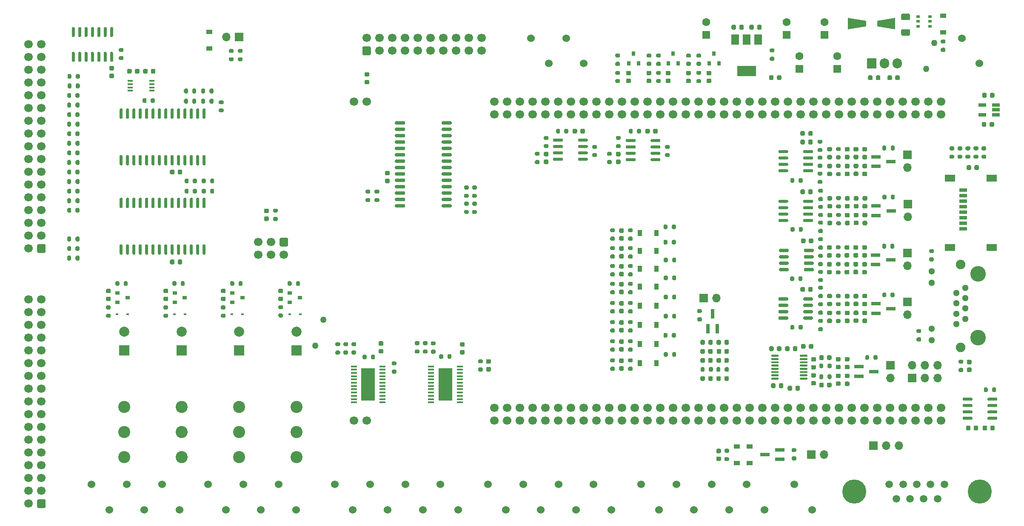
<source format=gbr>
%TF.GenerationSoftware,KiCad,Pcbnew,(5.1.9)-1*%
%TF.CreationDate,2021-05-20T16:46:48+02:00*%
%TF.ProjectId,AR2ISS_MainCTL_HW,41523249-5353-45f4-9d61-696e43544c5f,rev?*%
%TF.SameCoordinates,PXe448a9c0PYfd535690*%
%TF.FileFunction,Soldermask,Top*%
%TF.FilePolarity,Negative*%
%FSLAX46Y46*%
G04 Gerber Fmt 4.6, Leading zero omitted, Abs format (unit mm)*
G04 Created by KiCad (PCBNEW (5.1.9)-1) date 2021-05-20 16:46:48*
%MOMM*%
%LPD*%
G01*
G04 APERTURE LIST*
%ADD10R,1.310000X0.450000*%
%ADD11R,2.770000X6.400000*%
%ADD12C,1.700000*%
%ADD13R,1.500000X0.800000*%
%ADD14R,2.000000X1.450000*%
%ADD15O,1.700000X1.700000*%
%ADD16R,1.700000X1.700000*%
%ADD17C,1.524000*%
%ADD18C,4.800000*%
%ADD19C,1.500000*%
%ADD20R,1.200000X0.900000*%
%ADD21C,0.100000*%
%ADD22C,1.270000*%
%ADD23R,0.800000X0.900000*%
%ADD24C,3.100000*%
%ADD25C,1.900000*%
%ADD26C,1.300000*%
%ADD27R,1.900000X0.800000*%
%ADD28R,0.800000X1.900000*%
%ADD29C,2.000000*%
%ADD30R,2.000000X2.000000*%
%ADD31C,2.400000*%
%ADD32R,1.600000X1.600000*%
%ADD33C,1.600000*%
%ADD34R,0.600000X0.450000*%
%ADD35R,0.900000X1.200000*%
%ADD36R,0.900000X0.800000*%
%ADD37R,0.700000X0.510000*%
%ADD38R,1.100000X0.400000*%
%ADD39R,1.905000X2.000000*%
%ADD40O,1.905000X2.000000*%
%ADD41R,3.800000X2.000000*%
%ADD42R,1.500000X2.000000*%
%ADD43R,1.560000X0.650000*%
G04 APERTURE END LIST*
D10*
%TO.C,U14*%
X69784000Y37484000D03*
X69784000Y36834000D03*
X69784000Y36184000D03*
X69789000Y35534000D03*
X69784000Y34884000D03*
X69784000Y34234000D03*
X69784000Y33584000D03*
X75494000Y33584000D03*
X75494000Y34234000D03*
X75494000Y34884000D03*
X75494000Y35534000D03*
X75494000Y36184000D03*
X75494000Y36834000D03*
X75494000Y37484000D03*
D11*
X72644000Y33909000D03*
D10*
X69784000Y30984000D03*
X69784000Y31634000D03*
X69784000Y32284000D03*
X69789000Y32934000D03*
X69784000Y30334000D03*
X75499000Y32934000D03*
X75494000Y32284000D03*
X75494000Y31634000D03*
X75494000Y30984000D03*
X75494000Y30334000D03*
%TD*%
%TO.C,U15*%
X85151000Y37484000D03*
X85151000Y36834000D03*
X85151000Y36184000D03*
X85156000Y35534000D03*
X85151000Y34884000D03*
X85151000Y34234000D03*
X85151000Y33584000D03*
X90861000Y33584000D03*
X90861000Y34234000D03*
X90861000Y34884000D03*
X90861000Y35534000D03*
X90861000Y36184000D03*
X90861000Y36834000D03*
X90861000Y37484000D03*
D11*
X88011000Y33909000D03*
D10*
X85151000Y30984000D03*
X85151000Y31634000D03*
X85151000Y32284000D03*
X85156000Y32934000D03*
X85151000Y30334000D03*
X90866000Y32934000D03*
X90861000Y32284000D03*
X90861000Y31634000D03*
X90861000Y30984000D03*
X90861000Y30334000D03*
%TD*%
D12*
%TO.C,U2*%
X97790000Y26670000D03*
X97790000Y29210000D03*
X100330000Y26670000D03*
X100330000Y29210000D03*
X102870000Y26670000D03*
X102870000Y29210000D03*
X105410000Y26670000D03*
X105410000Y29210000D03*
X107950000Y26670000D03*
X107950000Y29210000D03*
X110490000Y26670000D03*
X110490000Y29210000D03*
X113030000Y26670000D03*
X113030000Y29210000D03*
X115570000Y26670000D03*
X115570000Y29210000D03*
X118110000Y26670000D03*
X118110000Y29210000D03*
X120650000Y26670000D03*
X120650000Y29210000D03*
X123190000Y26670000D03*
X123190000Y29210000D03*
X125730000Y26670000D03*
X125730000Y29210000D03*
X128270000Y26670000D03*
X128270000Y29210000D03*
X130810000Y26670000D03*
X130810000Y29210000D03*
X133350000Y26670000D03*
X133350000Y29210000D03*
X135890000Y26670000D03*
X135890000Y29210000D03*
X138430000Y26670000D03*
X138430000Y29210000D03*
X140970000Y26670000D03*
X140970000Y29210000D03*
X143510000Y26670000D03*
X143510000Y29210000D03*
X146050000Y26670000D03*
X146050000Y29210000D03*
X148590000Y26670000D03*
X148590000Y29210000D03*
X151130000Y26670000D03*
X151130000Y29210000D03*
X153670000Y26670000D03*
X153670000Y29210000D03*
X156210000Y26670000D03*
X156210000Y29210000D03*
X158750000Y26670000D03*
X158750000Y29210000D03*
X161290000Y26670000D03*
X161290000Y29210000D03*
X163830000Y26670000D03*
X163830000Y29210000D03*
X166370000Y26670000D03*
X166370000Y29210000D03*
X168910000Y26670000D03*
X168910000Y29210000D03*
X171450000Y26670000D03*
X171450000Y29210000D03*
X173990000Y26670000D03*
X173990000Y29210000D03*
X176530000Y26670000D03*
X176530000Y29210000D03*
X179070000Y26670000D03*
X179070000Y29210000D03*
X181610000Y26670000D03*
X181610000Y29210000D03*
X184150000Y26670000D03*
X184150000Y29210000D03*
X186690000Y26670000D03*
X186690000Y29210000D03*
X97790000Y87630000D03*
X97790000Y90170000D03*
X100330000Y87630000D03*
X100330000Y90170000D03*
X102870000Y87630000D03*
X102870000Y90170000D03*
X105410000Y87630000D03*
X105410000Y90170000D03*
X107950000Y87630000D03*
X107950000Y90170000D03*
X110490000Y87630000D03*
X110490000Y90170000D03*
X113030000Y87630000D03*
X113030000Y90170000D03*
X115570000Y87630000D03*
X115570000Y90170000D03*
X118110000Y87630000D03*
X118110000Y90170000D03*
X120650000Y87630000D03*
X120650000Y90170000D03*
X123190000Y87630000D03*
X123190000Y90170000D03*
X125730000Y87630000D03*
X125730000Y90170000D03*
X128270000Y87630000D03*
X128270000Y90170000D03*
X130810000Y87630000D03*
X130810000Y90170000D03*
X133350000Y87630000D03*
X133350000Y90170000D03*
X135890000Y87630000D03*
X135890000Y90170000D03*
X138430000Y87630000D03*
X138430000Y90170000D03*
X140970000Y87630000D03*
X140970000Y90170000D03*
X143510000Y87630000D03*
X143510000Y90170000D03*
X146050000Y87630000D03*
X146050000Y90170000D03*
X148590000Y87630000D03*
X148590000Y90170000D03*
X151130000Y87630000D03*
X151130000Y90170000D03*
X153670000Y87630000D03*
X153670000Y90170000D03*
X156210000Y87630000D03*
X156210000Y90170000D03*
X158750000Y87630000D03*
X158750000Y90170000D03*
X161290000Y87630000D03*
X161290000Y90170000D03*
X163830000Y87630000D03*
X163830000Y90170000D03*
X166370000Y87630000D03*
X166370000Y90170000D03*
X168910000Y87630000D03*
X168910000Y90170000D03*
X171450000Y87630000D03*
X171450000Y90170000D03*
X173990000Y87630000D03*
X173990000Y90170000D03*
X176530000Y87630000D03*
X176530000Y90170000D03*
X179070000Y87630000D03*
X179070000Y90170000D03*
X181610000Y87630000D03*
X181610000Y90170000D03*
X184150000Y87630000D03*
X184150000Y90170000D03*
X186690000Y87630000D03*
X186690000Y90170000D03*
X69850000Y26670000D03*
X72390000Y26670000D03*
X69850000Y90170000D03*
X72390000Y90170000D03*
%TD*%
%TO.C,R124*%
G36*
G01*
X93525000Y68655000D02*
X94075000Y68655000D01*
G75*
G02*
X94275000Y68455000I0J-200000D01*
G01*
X94275000Y68055000D01*
G75*
G02*
X94075000Y67855000I-200000J0D01*
G01*
X93525000Y67855000D01*
G75*
G02*
X93325000Y68055000I0J200000D01*
G01*
X93325000Y68455000D01*
G75*
G02*
X93525000Y68655000I200000J0D01*
G01*
G37*
G36*
G01*
X93525000Y70305000D02*
X94075000Y70305000D01*
G75*
G02*
X94275000Y70105000I0J-200000D01*
G01*
X94275000Y69705000D01*
G75*
G02*
X94075000Y69505000I-200000J0D01*
G01*
X93525000Y69505000D01*
G75*
G02*
X93325000Y69705000I0J200000D01*
G01*
X93325000Y70105000D01*
G75*
G02*
X93525000Y70305000I200000J0D01*
G01*
G37*
%TD*%
%TO.C,R123*%
G36*
G01*
X93525000Y71855000D02*
X94075000Y71855000D01*
G75*
G02*
X94275000Y71655000I0J-200000D01*
G01*
X94275000Y71255000D01*
G75*
G02*
X94075000Y71055000I-200000J0D01*
G01*
X93525000Y71055000D01*
G75*
G02*
X93325000Y71255000I0J200000D01*
G01*
X93325000Y71655000D01*
G75*
G02*
X93525000Y71855000I200000J0D01*
G01*
G37*
G36*
G01*
X93525000Y73505000D02*
X94075000Y73505000D01*
G75*
G02*
X94275000Y73305000I0J-200000D01*
G01*
X94275000Y72905000D01*
G75*
G02*
X94075000Y72705000I-200000J0D01*
G01*
X93525000Y72705000D01*
G75*
G02*
X93325000Y72905000I0J200000D01*
G01*
X93325000Y73305000D01*
G75*
G02*
X93525000Y73505000I200000J0D01*
G01*
G37*
%TD*%
%TO.C,R122*%
G36*
G01*
X91925000Y68655000D02*
X92475000Y68655000D01*
G75*
G02*
X92675000Y68455000I0J-200000D01*
G01*
X92675000Y68055000D01*
G75*
G02*
X92475000Y67855000I-200000J0D01*
G01*
X91925000Y67855000D01*
G75*
G02*
X91725000Y68055000I0J200000D01*
G01*
X91725000Y68455000D01*
G75*
G02*
X91925000Y68655000I200000J0D01*
G01*
G37*
G36*
G01*
X91925000Y70305000D02*
X92475000Y70305000D01*
G75*
G02*
X92675000Y70105000I0J-200000D01*
G01*
X92675000Y69705000D01*
G75*
G02*
X92475000Y69505000I-200000J0D01*
G01*
X91925000Y69505000D01*
G75*
G02*
X91725000Y69705000I0J200000D01*
G01*
X91725000Y70105000D01*
G75*
G02*
X91925000Y70305000I200000J0D01*
G01*
G37*
%TD*%
%TO.C,R121*%
G36*
G01*
X91925000Y71855000D02*
X92475000Y71855000D01*
G75*
G02*
X92675000Y71655000I0J-200000D01*
G01*
X92675000Y71255000D01*
G75*
G02*
X92475000Y71055000I-200000J0D01*
G01*
X91925000Y71055000D01*
G75*
G02*
X91725000Y71255000I0J200000D01*
G01*
X91725000Y71655000D01*
G75*
G02*
X91925000Y71855000I200000J0D01*
G01*
G37*
G36*
G01*
X91925000Y73505000D02*
X92475000Y73505000D01*
G75*
G02*
X92675000Y73305000I0J-200000D01*
G01*
X92675000Y72905000D01*
G75*
G02*
X92475000Y72705000I-200000J0D01*
G01*
X91925000Y72705000D01*
G75*
G02*
X91725000Y72905000I0J200000D01*
G01*
X91725000Y73305000D01*
G75*
G02*
X91925000Y73505000I200000J0D01*
G01*
G37*
%TD*%
%TO.C,R102*%
G36*
G01*
X36913000Y72665000D02*
X36913000Y72115000D01*
G75*
G02*
X36713000Y71915000I-200000J0D01*
G01*
X36313000Y71915000D01*
G75*
G02*
X36113000Y72115000I0J200000D01*
G01*
X36113000Y72665000D01*
G75*
G02*
X36313000Y72865000I200000J0D01*
G01*
X36713000Y72865000D01*
G75*
G02*
X36913000Y72665000I0J-200000D01*
G01*
G37*
G36*
G01*
X38563000Y72665000D02*
X38563000Y72115000D01*
G75*
G02*
X38363000Y71915000I-200000J0D01*
G01*
X37963000Y71915000D01*
G75*
G02*
X37763000Y72115000I0J200000D01*
G01*
X37763000Y72665000D01*
G75*
G02*
X37963000Y72865000I200000J0D01*
G01*
X38363000Y72865000D01*
G75*
G02*
X38563000Y72665000I0J-200000D01*
G01*
G37*
%TD*%
%TO.C,R101*%
G36*
G01*
X40342000Y72665000D02*
X40342000Y72115000D01*
G75*
G02*
X40142000Y71915000I-200000J0D01*
G01*
X39742000Y71915000D01*
G75*
G02*
X39542000Y72115000I0J200000D01*
G01*
X39542000Y72665000D01*
G75*
G02*
X39742000Y72865000I200000J0D01*
G01*
X40142000Y72865000D01*
G75*
G02*
X40342000Y72665000I0J-200000D01*
G01*
G37*
G36*
G01*
X41992000Y72665000D02*
X41992000Y72115000D01*
G75*
G02*
X41792000Y71915000I-200000J0D01*
G01*
X41392000Y71915000D01*
G75*
G02*
X41192000Y72115000I0J200000D01*
G01*
X41192000Y72665000D01*
G75*
G02*
X41392000Y72865000I200000J0D01*
G01*
X41792000Y72865000D01*
G75*
G02*
X41992000Y72665000I0J-200000D01*
G01*
G37*
%TD*%
%TO.C,R100*%
G36*
G01*
X36786000Y90572000D02*
X36786000Y90022000D01*
G75*
G02*
X36586000Y89822000I-200000J0D01*
G01*
X36186000Y89822000D01*
G75*
G02*
X35986000Y90022000I0J200000D01*
G01*
X35986000Y90572000D01*
G75*
G02*
X36186000Y90772000I200000J0D01*
G01*
X36586000Y90772000D01*
G75*
G02*
X36786000Y90572000I0J-200000D01*
G01*
G37*
G36*
G01*
X38436000Y90572000D02*
X38436000Y90022000D01*
G75*
G02*
X38236000Y89822000I-200000J0D01*
G01*
X37836000Y89822000D01*
G75*
G02*
X37636000Y90022000I0J200000D01*
G01*
X37636000Y90572000D01*
G75*
G02*
X37836000Y90772000I200000J0D01*
G01*
X38236000Y90772000D01*
G75*
G02*
X38436000Y90572000I0J-200000D01*
G01*
G37*
%TD*%
%TO.C,R99*%
G36*
G01*
X40215000Y90572000D02*
X40215000Y90022000D01*
G75*
G02*
X40015000Y89822000I-200000J0D01*
G01*
X39615000Y89822000D01*
G75*
G02*
X39415000Y90022000I0J200000D01*
G01*
X39415000Y90572000D01*
G75*
G02*
X39615000Y90772000I200000J0D01*
G01*
X40015000Y90772000D01*
G75*
G02*
X40215000Y90572000I0J-200000D01*
G01*
G37*
G36*
G01*
X41865000Y90572000D02*
X41865000Y90022000D01*
G75*
G02*
X41665000Y89822000I-200000J0D01*
G01*
X41265000Y89822000D01*
G75*
G02*
X41065000Y90022000I0J200000D01*
G01*
X41065000Y90572000D01*
G75*
G02*
X41265000Y90772000I200000J0D01*
G01*
X41665000Y90772000D01*
G75*
G02*
X41865000Y90572000I0J-200000D01*
G01*
G37*
%TD*%
%TO.C,R78*%
G36*
G01*
X36913000Y74697000D02*
X36913000Y74147000D01*
G75*
G02*
X36713000Y73947000I-200000J0D01*
G01*
X36313000Y73947000D01*
G75*
G02*
X36113000Y74147000I0J200000D01*
G01*
X36113000Y74697000D01*
G75*
G02*
X36313000Y74897000I200000J0D01*
G01*
X36713000Y74897000D01*
G75*
G02*
X36913000Y74697000I0J-200000D01*
G01*
G37*
G36*
G01*
X38563000Y74697000D02*
X38563000Y74147000D01*
G75*
G02*
X38363000Y73947000I-200000J0D01*
G01*
X37963000Y73947000D01*
G75*
G02*
X37763000Y74147000I0J200000D01*
G01*
X37763000Y74697000D01*
G75*
G02*
X37963000Y74897000I200000J0D01*
G01*
X38363000Y74897000D01*
G75*
G02*
X38563000Y74697000I0J-200000D01*
G01*
G37*
%TD*%
%TO.C,R77*%
G36*
G01*
X40342000Y74697000D02*
X40342000Y74147000D01*
G75*
G02*
X40142000Y73947000I-200000J0D01*
G01*
X39742000Y73947000D01*
G75*
G02*
X39542000Y74147000I0J200000D01*
G01*
X39542000Y74697000D01*
G75*
G02*
X39742000Y74897000I200000J0D01*
G01*
X40142000Y74897000D01*
G75*
G02*
X40342000Y74697000I0J-200000D01*
G01*
G37*
G36*
G01*
X41992000Y74697000D02*
X41992000Y74147000D01*
G75*
G02*
X41792000Y73947000I-200000J0D01*
G01*
X41392000Y73947000D01*
G75*
G02*
X41192000Y74147000I0J200000D01*
G01*
X41192000Y74697000D01*
G75*
G02*
X41392000Y74897000I200000J0D01*
G01*
X41792000Y74897000D01*
G75*
G02*
X41992000Y74697000I0J-200000D01*
G01*
G37*
%TD*%
%TO.C,R76*%
G36*
G01*
X36786000Y92604000D02*
X36786000Y92054000D01*
G75*
G02*
X36586000Y91854000I-200000J0D01*
G01*
X36186000Y91854000D01*
G75*
G02*
X35986000Y92054000I0J200000D01*
G01*
X35986000Y92604000D01*
G75*
G02*
X36186000Y92804000I200000J0D01*
G01*
X36586000Y92804000D01*
G75*
G02*
X36786000Y92604000I0J-200000D01*
G01*
G37*
G36*
G01*
X38436000Y92604000D02*
X38436000Y92054000D01*
G75*
G02*
X38236000Y91854000I-200000J0D01*
G01*
X37836000Y91854000D01*
G75*
G02*
X37636000Y92054000I0J200000D01*
G01*
X37636000Y92604000D01*
G75*
G02*
X37836000Y92804000I200000J0D01*
G01*
X38236000Y92804000D01*
G75*
G02*
X38436000Y92604000I0J-200000D01*
G01*
G37*
%TD*%
%TO.C,R75*%
G36*
G01*
X40215000Y92604000D02*
X40215000Y92054000D01*
G75*
G02*
X40015000Y91854000I-200000J0D01*
G01*
X39615000Y91854000D01*
G75*
G02*
X39415000Y92054000I0J200000D01*
G01*
X39415000Y92604000D01*
G75*
G02*
X39615000Y92804000I200000J0D01*
G01*
X40015000Y92804000D01*
G75*
G02*
X40215000Y92604000I0J-200000D01*
G01*
G37*
G36*
G01*
X41865000Y92604000D02*
X41865000Y92054000D01*
G75*
G02*
X41665000Y91854000I-200000J0D01*
G01*
X41265000Y91854000D01*
G75*
G02*
X41065000Y92054000I0J200000D01*
G01*
X41065000Y92604000D01*
G75*
G02*
X41265000Y92804000I200000J0D01*
G01*
X41665000Y92804000D01*
G75*
G02*
X41865000Y92604000I0J-200000D01*
G01*
G37*
%TD*%
D13*
%TO.C,J27*%
X191050000Y64880000D03*
X191050000Y65980000D03*
X191050000Y67080000D03*
X191050000Y68180000D03*
X191050000Y69280000D03*
X191050000Y70380000D03*
X191050000Y71480000D03*
X191050000Y72580000D03*
D14*
X196750000Y74955000D03*
X196750000Y61205000D03*
X188450000Y61205000D03*
X188450000Y74955000D03*
%TD*%
D15*
%TO.C,J7*%
X178280000Y21680000D03*
X175740000Y21680000D03*
D16*
X173200000Y21680000D03*
%TD*%
%TO.C,R144*%
G36*
G01*
X45125000Y99055000D02*
X45675000Y99055000D01*
G75*
G02*
X45875000Y98855000I0J-200000D01*
G01*
X45875000Y98455000D01*
G75*
G02*
X45675000Y98255000I-200000J0D01*
G01*
X45125000Y98255000D01*
G75*
G02*
X44925000Y98455000I0J200000D01*
G01*
X44925000Y98855000D01*
G75*
G02*
X45125000Y99055000I200000J0D01*
G01*
G37*
G36*
G01*
X45125000Y100705000D02*
X45675000Y100705000D01*
G75*
G02*
X45875000Y100505000I0J-200000D01*
G01*
X45875000Y100105000D01*
G75*
G02*
X45675000Y99905000I-200000J0D01*
G01*
X45125000Y99905000D01*
G75*
G02*
X44925000Y100105000I0J200000D01*
G01*
X44925000Y100505000D01*
G75*
G02*
X45125000Y100705000I200000J0D01*
G01*
G37*
%TD*%
D17*
%TO.C,J28*%
X105069996Y102790000D03*
X108569996Y97790000D03*
X112069997Y102790000D03*
X115569997Y97790000D03*
%TD*%
%TO.C,U19*%
G36*
G01*
X159234000Y70208000D02*
X159234000Y70508000D01*
G75*
G02*
X159384000Y70658000I150000J0D01*
G01*
X161034000Y70658000D01*
G75*
G02*
X161184000Y70508000I0J-150000D01*
G01*
X161184000Y70208000D01*
G75*
G02*
X161034000Y70058000I-150000J0D01*
G01*
X159384000Y70058000D01*
G75*
G02*
X159234000Y70208000I0J150000D01*
G01*
G37*
G36*
G01*
X159234000Y68938000D02*
X159234000Y69238000D01*
G75*
G02*
X159384000Y69388000I150000J0D01*
G01*
X161034000Y69388000D01*
G75*
G02*
X161184000Y69238000I0J-150000D01*
G01*
X161184000Y68938000D01*
G75*
G02*
X161034000Y68788000I-150000J0D01*
G01*
X159384000Y68788000D01*
G75*
G02*
X159234000Y68938000I0J150000D01*
G01*
G37*
G36*
G01*
X159234000Y67668000D02*
X159234000Y67968000D01*
G75*
G02*
X159384000Y68118000I150000J0D01*
G01*
X161034000Y68118000D01*
G75*
G02*
X161184000Y67968000I0J-150000D01*
G01*
X161184000Y67668000D01*
G75*
G02*
X161034000Y67518000I-150000J0D01*
G01*
X159384000Y67518000D01*
G75*
G02*
X159234000Y67668000I0J150000D01*
G01*
G37*
G36*
G01*
X159234000Y66398000D02*
X159234000Y66698000D01*
G75*
G02*
X159384000Y66848000I150000J0D01*
G01*
X161034000Y66848000D01*
G75*
G02*
X161184000Y66698000I0J-150000D01*
G01*
X161184000Y66398000D01*
G75*
G02*
X161034000Y66248000I-150000J0D01*
G01*
X159384000Y66248000D01*
G75*
G02*
X159234000Y66398000I0J150000D01*
G01*
G37*
G36*
G01*
X154284000Y66398000D02*
X154284000Y66698000D01*
G75*
G02*
X154434000Y66848000I150000J0D01*
G01*
X156084000Y66848000D01*
G75*
G02*
X156234000Y66698000I0J-150000D01*
G01*
X156234000Y66398000D01*
G75*
G02*
X156084000Y66248000I-150000J0D01*
G01*
X154434000Y66248000D01*
G75*
G02*
X154284000Y66398000I0J150000D01*
G01*
G37*
G36*
G01*
X154284000Y67668000D02*
X154284000Y67968000D01*
G75*
G02*
X154434000Y68118000I150000J0D01*
G01*
X156084000Y68118000D01*
G75*
G02*
X156234000Y67968000I0J-150000D01*
G01*
X156234000Y67668000D01*
G75*
G02*
X156084000Y67518000I-150000J0D01*
G01*
X154434000Y67518000D01*
G75*
G02*
X154284000Y67668000I0J150000D01*
G01*
G37*
G36*
G01*
X154284000Y68938000D02*
X154284000Y69238000D01*
G75*
G02*
X154434000Y69388000I150000J0D01*
G01*
X156084000Y69388000D01*
G75*
G02*
X156234000Y69238000I0J-150000D01*
G01*
X156234000Y68938000D01*
G75*
G02*
X156084000Y68788000I-150000J0D01*
G01*
X154434000Y68788000D01*
G75*
G02*
X154284000Y68938000I0J150000D01*
G01*
G37*
G36*
G01*
X154284000Y70208000D02*
X154284000Y70508000D01*
G75*
G02*
X154434000Y70658000I150000J0D01*
G01*
X156084000Y70658000D01*
G75*
G02*
X156234000Y70508000I0J-150000D01*
G01*
X156234000Y70208000D01*
G75*
G02*
X156084000Y70058000I-150000J0D01*
G01*
X154434000Y70058000D01*
G75*
G02*
X154284000Y70208000I0J150000D01*
G01*
G37*
%TD*%
%TO.C,U5*%
G36*
G01*
X159234000Y50777000D02*
X159234000Y51077000D01*
G75*
G02*
X159384000Y51227000I150000J0D01*
G01*
X161034000Y51227000D01*
G75*
G02*
X161184000Y51077000I0J-150000D01*
G01*
X161184000Y50777000D01*
G75*
G02*
X161034000Y50627000I-150000J0D01*
G01*
X159384000Y50627000D01*
G75*
G02*
X159234000Y50777000I0J150000D01*
G01*
G37*
G36*
G01*
X159234000Y49507000D02*
X159234000Y49807000D01*
G75*
G02*
X159384000Y49957000I150000J0D01*
G01*
X161034000Y49957000D01*
G75*
G02*
X161184000Y49807000I0J-150000D01*
G01*
X161184000Y49507000D01*
G75*
G02*
X161034000Y49357000I-150000J0D01*
G01*
X159384000Y49357000D01*
G75*
G02*
X159234000Y49507000I0J150000D01*
G01*
G37*
G36*
G01*
X159234000Y48237000D02*
X159234000Y48537000D01*
G75*
G02*
X159384000Y48687000I150000J0D01*
G01*
X161034000Y48687000D01*
G75*
G02*
X161184000Y48537000I0J-150000D01*
G01*
X161184000Y48237000D01*
G75*
G02*
X161034000Y48087000I-150000J0D01*
G01*
X159384000Y48087000D01*
G75*
G02*
X159234000Y48237000I0J150000D01*
G01*
G37*
G36*
G01*
X159234000Y46967000D02*
X159234000Y47267000D01*
G75*
G02*
X159384000Y47417000I150000J0D01*
G01*
X161034000Y47417000D01*
G75*
G02*
X161184000Y47267000I0J-150000D01*
G01*
X161184000Y46967000D01*
G75*
G02*
X161034000Y46817000I-150000J0D01*
G01*
X159384000Y46817000D01*
G75*
G02*
X159234000Y46967000I0J150000D01*
G01*
G37*
G36*
G01*
X154284000Y46967000D02*
X154284000Y47267000D01*
G75*
G02*
X154434000Y47417000I150000J0D01*
G01*
X156084000Y47417000D01*
G75*
G02*
X156234000Y47267000I0J-150000D01*
G01*
X156234000Y46967000D01*
G75*
G02*
X156084000Y46817000I-150000J0D01*
G01*
X154434000Y46817000D01*
G75*
G02*
X154284000Y46967000I0J150000D01*
G01*
G37*
G36*
G01*
X154284000Y48237000D02*
X154284000Y48537000D01*
G75*
G02*
X154434000Y48687000I150000J0D01*
G01*
X156084000Y48687000D01*
G75*
G02*
X156234000Y48537000I0J-150000D01*
G01*
X156234000Y48237000D01*
G75*
G02*
X156084000Y48087000I-150000J0D01*
G01*
X154434000Y48087000D01*
G75*
G02*
X154284000Y48237000I0J150000D01*
G01*
G37*
G36*
G01*
X154284000Y49507000D02*
X154284000Y49807000D01*
G75*
G02*
X154434000Y49957000I150000J0D01*
G01*
X156084000Y49957000D01*
G75*
G02*
X156234000Y49807000I0J-150000D01*
G01*
X156234000Y49507000D01*
G75*
G02*
X156084000Y49357000I-150000J0D01*
G01*
X154434000Y49357000D01*
G75*
G02*
X154284000Y49507000I0J150000D01*
G01*
G37*
G36*
G01*
X154284000Y50777000D02*
X154284000Y51077000D01*
G75*
G02*
X154434000Y51227000I150000J0D01*
G01*
X156084000Y51227000D01*
G75*
G02*
X156234000Y51077000I0J-150000D01*
G01*
X156234000Y50777000D01*
G75*
G02*
X156084000Y50627000I-150000J0D01*
G01*
X154434000Y50627000D01*
G75*
G02*
X154284000Y50777000I0J150000D01*
G01*
G37*
%TD*%
%TO.C,U4*%
G36*
G01*
X159361000Y60429000D02*
X159361000Y60729000D01*
G75*
G02*
X159511000Y60879000I150000J0D01*
G01*
X161161000Y60879000D01*
G75*
G02*
X161311000Y60729000I0J-150000D01*
G01*
X161311000Y60429000D01*
G75*
G02*
X161161000Y60279000I-150000J0D01*
G01*
X159511000Y60279000D01*
G75*
G02*
X159361000Y60429000I0J150000D01*
G01*
G37*
G36*
G01*
X159361000Y59159000D02*
X159361000Y59459000D01*
G75*
G02*
X159511000Y59609000I150000J0D01*
G01*
X161161000Y59609000D01*
G75*
G02*
X161311000Y59459000I0J-150000D01*
G01*
X161311000Y59159000D01*
G75*
G02*
X161161000Y59009000I-150000J0D01*
G01*
X159511000Y59009000D01*
G75*
G02*
X159361000Y59159000I0J150000D01*
G01*
G37*
G36*
G01*
X159361000Y57889000D02*
X159361000Y58189000D01*
G75*
G02*
X159511000Y58339000I150000J0D01*
G01*
X161161000Y58339000D01*
G75*
G02*
X161311000Y58189000I0J-150000D01*
G01*
X161311000Y57889000D01*
G75*
G02*
X161161000Y57739000I-150000J0D01*
G01*
X159511000Y57739000D01*
G75*
G02*
X159361000Y57889000I0J150000D01*
G01*
G37*
G36*
G01*
X159361000Y56619000D02*
X159361000Y56919000D01*
G75*
G02*
X159511000Y57069000I150000J0D01*
G01*
X161161000Y57069000D01*
G75*
G02*
X161311000Y56919000I0J-150000D01*
G01*
X161311000Y56619000D01*
G75*
G02*
X161161000Y56469000I-150000J0D01*
G01*
X159511000Y56469000D01*
G75*
G02*
X159361000Y56619000I0J150000D01*
G01*
G37*
G36*
G01*
X154411000Y56619000D02*
X154411000Y56919000D01*
G75*
G02*
X154561000Y57069000I150000J0D01*
G01*
X156211000Y57069000D01*
G75*
G02*
X156361000Y56919000I0J-150000D01*
G01*
X156361000Y56619000D01*
G75*
G02*
X156211000Y56469000I-150000J0D01*
G01*
X154561000Y56469000D01*
G75*
G02*
X154411000Y56619000I0J150000D01*
G01*
G37*
G36*
G01*
X154411000Y57889000D02*
X154411000Y58189000D01*
G75*
G02*
X154561000Y58339000I150000J0D01*
G01*
X156211000Y58339000D01*
G75*
G02*
X156361000Y58189000I0J-150000D01*
G01*
X156361000Y57889000D01*
G75*
G02*
X156211000Y57739000I-150000J0D01*
G01*
X154561000Y57739000D01*
G75*
G02*
X154411000Y57889000I0J150000D01*
G01*
G37*
G36*
G01*
X154411000Y59159000D02*
X154411000Y59459000D01*
G75*
G02*
X154561000Y59609000I150000J0D01*
G01*
X156211000Y59609000D01*
G75*
G02*
X156361000Y59459000I0J-150000D01*
G01*
X156361000Y59159000D01*
G75*
G02*
X156211000Y59009000I-150000J0D01*
G01*
X154561000Y59009000D01*
G75*
G02*
X154411000Y59159000I0J150000D01*
G01*
G37*
G36*
G01*
X154411000Y60429000D02*
X154411000Y60729000D01*
G75*
G02*
X154561000Y60879000I150000J0D01*
G01*
X156211000Y60879000D01*
G75*
G02*
X156361000Y60729000I0J-150000D01*
G01*
X156361000Y60429000D01*
G75*
G02*
X156211000Y60279000I-150000J0D01*
G01*
X154561000Y60279000D01*
G75*
G02*
X154411000Y60429000I0J150000D01*
G01*
G37*
%TD*%
%TO.C,U3*%
G36*
G01*
X159234000Y80114000D02*
X159234000Y80414000D01*
G75*
G02*
X159384000Y80564000I150000J0D01*
G01*
X161034000Y80564000D01*
G75*
G02*
X161184000Y80414000I0J-150000D01*
G01*
X161184000Y80114000D01*
G75*
G02*
X161034000Y79964000I-150000J0D01*
G01*
X159384000Y79964000D01*
G75*
G02*
X159234000Y80114000I0J150000D01*
G01*
G37*
G36*
G01*
X159234000Y78844000D02*
X159234000Y79144000D01*
G75*
G02*
X159384000Y79294000I150000J0D01*
G01*
X161034000Y79294000D01*
G75*
G02*
X161184000Y79144000I0J-150000D01*
G01*
X161184000Y78844000D01*
G75*
G02*
X161034000Y78694000I-150000J0D01*
G01*
X159384000Y78694000D01*
G75*
G02*
X159234000Y78844000I0J150000D01*
G01*
G37*
G36*
G01*
X159234000Y77574000D02*
X159234000Y77874000D01*
G75*
G02*
X159384000Y78024000I150000J0D01*
G01*
X161034000Y78024000D01*
G75*
G02*
X161184000Y77874000I0J-150000D01*
G01*
X161184000Y77574000D01*
G75*
G02*
X161034000Y77424000I-150000J0D01*
G01*
X159384000Y77424000D01*
G75*
G02*
X159234000Y77574000I0J150000D01*
G01*
G37*
G36*
G01*
X159234000Y76304000D02*
X159234000Y76604000D01*
G75*
G02*
X159384000Y76754000I150000J0D01*
G01*
X161034000Y76754000D01*
G75*
G02*
X161184000Y76604000I0J-150000D01*
G01*
X161184000Y76304000D01*
G75*
G02*
X161034000Y76154000I-150000J0D01*
G01*
X159384000Y76154000D01*
G75*
G02*
X159234000Y76304000I0J150000D01*
G01*
G37*
G36*
G01*
X154284000Y76304000D02*
X154284000Y76604000D01*
G75*
G02*
X154434000Y76754000I150000J0D01*
G01*
X156084000Y76754000D01*
G75*
G02*
X156234000Y76604000I0J-150000D01*
G01*
X156234000Y76304000D01*
G75*
G02*
X156084000Y76154000I-150000J0D01*
G01*
X154434000Y76154000D01*
G75*
G02*
X154284000Y76304000I0J150000D01*
G01*
G37*
G36*
G01*
X154284000Y77574000D02*
X154284000Y77874000D01*
G75*
G02*
X154434000Y78024000I150000J0D01*
G01*
X156084000Y78024000D01*
G75*
G02*
X156234000Y77874000I0J-150000D01*
G01*
X156234000Y77574000D01*
G75*
G02*
X156084000Y77424000I-150000J0D01*
G01*
X154434000Y77424000D01*
G75*
G02*
X154284000Y77574000I0J150000D01*
G01*
G37*
G36*
G01*
X154284000Y78844000D02*
X154284000Y79144000D01*
G75*
G02*
X154434000Y79294000I150000J0D01*
G01*
X156084000Y79294000D01*
G75*
G02*
X156234000Y79144000I0J-150000D01*
G01*
X156234000Y78844000D01*
G75*
G02*
X156084000Y78694000I-150000J0D01*
G01*
X154434000Y78694000D01*
G75*
G02*
X154284000Y78844000I0J150000D01*
G01*
G37*
G36*
G01*
X154284000Y80114000D02*
X154284000Y80414000D01*
G75*
G02*
X154434000Y80564000I150000J0D01*
G01*
X156084000Y80564000D01*
G75*
G02*
X156234000Y80414000I0J-150000D01*
G01*
X156234000Y80114000D01*
G75*
G02*
X156084000Y79964000I-150000J0D01*
G01*
X154434000Y79964000D01*
G75*
G02*
X154284000Y80114000I0J150000D01*
G01*
G37*
%TD*%
%TO.C,J22*%
X90540005Y8970000D03*
X87040004Y13970000D03*
X83540003Y8970000D03*
X80040003Y13970000D03*
X76540002Y8970000D03*
X73040002Y13970000D03*
X69540001Y8970000D03*
X66040000Y13970000D03*
%TD*%
D18*
%TO.C,J8*%
X169350000Y12550000D03*
X194340000Y12550000D03*
D19*
X177735000Y11130000D03*
X180475000Y11130000D03*
X183215000Y11130000D03*
X185955000Y11130000D03*
X176365000Y13970000D03*
X179105000Y13970000D03*
X181845000Y13970000D03*
X184585000Y13970000D03*
X187325000Y13970000D03*
%TD*%
D17*
%TO.C,J17*%
X160980002Y8970000D03*
X157479999Y13970000D03*
%TD*%
%TO.C,J4*%
X190809998Y102790000D03*
X194310001Y97790000D03*
%TD*%
%TO.C,R104*%
G36*
G01*
X153310000Y99993000D02*
X152760000Y99993000D01*
G75*
G02*
X152560000Y100193000I0J200000D01*
G01*
X152560000Y100593000D01*
G75*
G02*
X152760000Y100793000I200000J0D01*
G01*
X153310000Y100793000D01*
G75*
G02*
X153510000Y100593000I0J-200000D01*
G01*
X153510000Y100193000D01*
G75*
G02*
X153310000Y99993000I-200000J0D01*
G01*
G37*
G36*
G01*
X153310000Y98343000D02*
X152760000Y98343000D01*
G75*
G02*
X152560000Y98543000I0J200000D01*
G01*
X152560000Y98943000D01*
G75*
G02*
X152760000Y99143000I200000J0D01*
G01*
X153310000Y99143000D01*
G75*
G02*
X153510000Y98943000I0J-200000D01*
G01*
X153510000Y98543000D01*
G75*
G02*
X153310000Y98343000I-200000J0D01*
G01*
G37*
%TD*%
%TO.C,R42*%
G36*
G01*
X186796000Y100921000D02*
X187346000Y100921000D01*
G75*
G02*
X187546000Y100721000I0J-200000D01*
G01*
X187546000Y100321000D01*
G75*
G02*
X187346000Y100121000I-200000J0D01*
G01*
X186796000Y100121000D01*
G75*
G02*
X186596000Y100321000I0J200000D01*
G01*
X186596000Y100721000D01*
G75*
G02*
X186796000Y100921000I200000J0D01*
G01*
G37*
G36*
G01*
X186796000Y102571000D02*
X187346000Y102571000D01*
G75*
G02*
X187546000Y102371000I0J-200000D01*
G01*
X187546000Y101971000D01*
G75*
G02*
X187346000Y101771000I-200000J0D01*
G01*
X186796000Y101771000D01*
G75*
G02*
X186596000Y101971000I0J200000D01*
G01*
X186596000Y102371000D01*
G75*
G02*
X186796000Y102571000I200000J0D01*
G01*
G37*
%TD*%
%TO.C,L8*%
G36*
G01*
X142837500Y35336250D02*
X142837500Y34823750D01*
G75*
G02*
X142618750Y34605000I-218750J0D01*
G01*
X142181250Y34605000D01*
G75*
G02*
X141962500Y34823750I0J218750D01*
G01*
X141962500Y35336250D01*
G75*
G02*
X142181250Y35555000I218750J0D01*
G01*
X142618750Y35555000D01*
G75*
G02*
X142837500Y35336250I0J-218750D01*
G01*
G37*
G36*
G01*
X144412500Y35336250D02*
X144412500Y34823750D01*
G75*
G02*
X144193750Y34605000I-218750J0D01*
G01*
X143756250Y34605000D01*
G75*
G02*
X143537500Y34823750I0J218750D01*
G01*
X143537500Y35336250D01*
G75*
G02*
X143756250Y35555000I218750J0D01*
G01*
X144193750Y35555000D01*
G75*
G02*
X144412500Y35336250I0J-218750D01*
G01*
G37*
%TD*%
%TO.C,L7*%
G36*
G01*
X140350000Y34823750D02*
X140350000Y35336250D01*
G75*
G02*
X140568750Y35555000I218750J0D01*
G01*
X141006250Y35555000D01*
G75*
G02*
X141225000Y35336250I0J-218750D01*
G01*
X141225000Y34823750D01*
G75*
G02*
X141006250Y34605000I-218750J0D01*
G01*
X140568750Y34605000D01*
G75*
G02*
X140350000Y34823750I0J218750D01*
G01*
G37*
G36*
G01*
X138775000Y34823750D02*
X138775000Y35336250D01*
G75*
G02*
X138993750Y35555000I218750J0D01*
G01*
X139431250Y35555000D01*
G75*
G02*
X139650000Y35336250I0J-218750D01*
G01*
X139650000Y34823750D01*
G75*
G02*
X139431250Y34605000I-218750J0D01*
G01*
X138993750Y34605000D01*
G75*
G02*
X138775000Y34823750I0J218750D01*
G01*
G37*
%TD*%
%TO.C,L2*%
G36*
G01*
X161546250Y35275000D02*
X161033750Y35275000D01*
G75*
G02*
X160815000Y35493750I0J218750D01*
G01*
X160815000Y35931250D01*
G75*
G02*
X161033750Y36150000I218750J0D01*
G01*
X161546250Y36150000D01*
G75*
G02*
X161765000Y35931250I0J-218750D01*
G01*
X161765000Y35493750D01*
G75*
G02*
X161546250Y35275000I-218750J0D01*
G01*
G37*
G36*
G01*
X161546250Y33700000D02*
X161033750Y33700000D01*
G75*
G02*
X160815000Y33918750I0J218750D01*
G01*
X160815000Y34356250D01*
G75*
G02*
X161033750Y34575000I218750J0D01*
G01*
X161546250Y34575000D01*
G75*
G02*
X161765000Y34356250I0J-218750D01*
G01*
X161765000Y33918750D01*
G75*
G02*
X161546250Y33700000I-218750J0D01*
G01*
G37*
%TD*%
%TO.C,L1*%
G36*
G01*
X161033750Y37750000D02*
X161546250Y37750000D01*
G75*
G02*
X161765000Y37531250I0J-218750D01*
G01*
X161765000Y37093750D01*
G75*
G02*
X161546250Y36875000I-218750J0D01*
G01*
X161033750Y36875000D01*
G75*
G02*
X160815000Y37093750I0J218750D01*
G01*
X160815000Y37531250D01*
G75*
G02*
X161033750Y37750000I218750J0D01*
G01*
G37*
G36*
G01*
X161033750Y39325000D02*
X161546250Y39325000D01*
G75*
G02*
X161765000Y39106250I0J-218750D01*
G01*
X161765000Y38668750D01*
G75*
G02*
X161546250Y38450000I-218750J0D01*
G01*
X161033750Y38450000D01*
G75*
G02*
X160815000Y38668750I0J218750D01*
G01*
X160815000Y39106250D01*
G75*
G02*
X161033750Y39325000I218750J0D01*
G01*
G37*
%TD*%
D20*
%TO.C,D26*%
X146000000Y18230000D03*
X146000000Y21530000D03*
%TD*%
D21*
%TO.C,D21*%
G36*
X168121600Y104615600D02*
G01*
X168121600Y106915600D01*
X171721600Y106315600D01*
X171721600Y105215600D01*
X168121600Y104615600D01*
G37*
G36*
X177521600Y106915600D02*
G01*
X177521600Y104615600D01*
X173921600Y105215600D01*
X173921600Y106315600D01*
X177521600Y106915600D01*
G37*
%TD*%
D20*
%TO.C,D20*%
X187071000Y104014000D03*
X187071000Y107314000D03*
%TD*%
%TO.C,R143*%
G36*
G01*
X122026000Y94698000D02*
X122576000Y94698000D01*
G75*
G02*
X122776000Y94498000I0J-200000D01*
G01*
X122776000Y94098000D01*
G75*
G02*
X122576000Y93898000I-200000J0D01*
G01*
X122026000Y93898000D01*
G75*
G02*
X121826000Y94098000I0J200000D01*
G01*
X121826000Y94498000D01*
G75*
G02*
X122026000Y94698000I200000J0D01*
G01*
G37*
G36*
G01*
X122026000Y96348000D02*
X122576000Y96348000D01*
G75*
G02*
X122776000Y96148000I0J-200000D01*
G01*
X122776000Y95748000D01*
G75*
G02*
X122576000Y95548000I-200000J0D01*
G01*
X122026000Y95548000D01*
G75*
G02*
X121826000Y95748000I0J200000D01*
G01*
X121826000Y96148000D01*
G75*
G02*
X122026000Y96348000I200000J0D01*
G01*
G37*
%TD*%
%TO.C,R142*%
G36*
G01*
X122026000Y98127000D02*
X122576000Y98127000D01*
G75*
G02*
X122776000Y97927000I0J-200000D01*
G01*
X122776000Y97527000D01*
G75*
G02*
X122576000Y97327000I-200000J0D01*
G01*
X122026000Y97327000D01*
G75*
G02*
X121826000Y97527000I0J200000D01*
G01*
X121826000Y97927000D01*
G75*
G02*
X122026000Y98127000I200000J0D01*
G01*
G37*
G36*
G01*
X122026000Y99777000D02*
X122576000Y99777000D01*
G75*
G02*
X122776000Y99577000I0J-200000D01*
G01*
X122776000Y99177000D01*
G75*
G02*
X122576000Y98977000I-200000J0D01*
G01*
X122026000Y98977000D01*
G75*
G02*
X121826000Y99177000I0J200000D01*
G01*
X121826000Y99577000D01*
G75*
G02*
X122026000Y99777000I200000J0D01*
G01*
G37*
%TD*%
%TO.C,R141*%
G36*
G01*
X138155000Y94698000D02*
X138705000Y94698000D01*
G75*
G02*
X138905000Y94498000I0J-200000D01*
G01*
X138905000Y94098000D01*
G75*
G02*
X138705000Y93898000I-200000J0D01*
G01*
X138155000Y93898000D01*
G75*
G02*
X137955000Y94098000I0J200000D01*
G01*
X137955000Y94498000D01*
G75*
G02*
X138155000Y94698000I200000J0D01*
G01*
G37*
G36*
G01*
X138155000Y96348000D02*
X138705000Y96348000D01*
G75*
G02*
X138905000Y96148000I0J-200000D01*
G01*
X138905000Y95748000D01*
G75*
G02*
X138705000Y95548000I-200000J0D01*
G01*
X138155000Y95548000D01*
G75*
G02*
X137955000Y95748000I0J200000D01*
G01*
X137955000Y96148000D01*
G75*
G02*
X138155000Y96348000I200000J0D01*
G01*
G37*
%TD*%
%TO.C,R110*%
G36*
G01*
X138155000Y98127000D02*
X138705000Y98127000D01*
G75*
G02*
X138905000Y97927000I0J-200000D01*
G01*
X138905000Y97527000D01*
G75*
G02*
X138705000Y97327000I-200000J0D01*
G01*
X138155000Y97327000D01*
G75*
G02*
X137955000Y97527000I0J200000D01*
G01*
X137955000Y97927000D01*
G75*
G02*
X138155000Y98127000I200000J0D01*
G01*
G37*
G36*
G01*
X138155000Y99777000D02*
X138705000Y99777000D01*
G75*
G02*
X138905000Y99577000I0J-200000D01*
G01*
X138905000Y99177000D01*
G75*
G02*
X138705000Y98977000I-200000J0D01*
G01*
X138155000Y98977000D01*
G75*
G02*
X137955000Y99177000I0J200000D01*
G01*
X137955000Y99577000D01*
G75*
G02*
X138155000Y99777000I200000J0D01*
G01*
G37*
%TD*%
%TO.C,R109*%
G36*
G01*
X136123000Y98127000D02*
X136673000Y98127000D01*
G75*
G02*
X136873000Y97927000I0J-200000D01*
G01*
X136873000Y97527000D01*
G75*
G02*
X136673000Y97327000I-200000J0D01*
G01*
X136123000Y97327000D01*
G75*
G02*
X135923000Y97527000I0J200000D01*
G01*
X135923000Y97927000D01*
G75*
G02*
X136123000Y98127000I200000J0D01*
G01*
G37*
G36*
G01*
X136123000Y99777000D02*
X136673000Y99777000D01*
G75*
G02*
X136873000Y99577000I0J-200000D01*
G01*
X136873000Y99177000D01*
G75*
G02*
X136673000Y98977000I-200000J0D01*
G01*
X136123000Y98977000D01*
G75*
G02*
X135923000Y99177000I0J200000D01*
G01*
X135923000Y99577000D01*
G75*
G02*
X136123000Y99777000I200000J0D01*
G01*
G37*
%TD*%
%TO.C,R108*%
G36*
G01*
X128249000Y98127000D02*
X128799000Y98127000D01*
G75*
G02*
X128999000Y97927000I0J-200000D01*
G01*
X128999000Y97527000D01*
G75*
G02*
X128799000Y97327000I-200000J0D01*
G01*
X128249000Y97327000D01*
G75*
G02*
X128049000Y97527000I0J200000D01*
G01*
X128049000Y97927000D01*
G75*
G02*
X128249000Y98127000I200000J0D01*
G01*
G37*
G36*
G01*
X128249000Y99777000D02*
X128799000Y99777000D01*
G75*
G02*
X128999000Y99577000I0J-200000D01*
G01*
X128999000Y99177000D01*
G75*
G02*
X128799000Y98977000I-200000J0D01*
G01*
X128249000Y98977000D01*
G75*
G02*
X128049000Y99177000I0J200000D01*
G01*
X128049000Y99577000D01*
G75*
G02*
X128249000Y99777000I200000J0D01*
G01*
G37*
%TD*%
D22*
%TO.C,F2*%
X63754000Y46736000D03*
X62154000Y41636000D03*
%TD*%
D23*
%TO.C,D32*%
X125476000Y99806000D03*
X126426000Y97806000D03*
X124526000Y97806000D03*
%TD*%
%TO.C,D31*%
X141478000Y99806000D03*
X142428000Y97806000D03*
X140528000Y97806000D03*
%TD*%
%TO.C,D30*%
G36*
G01*
X136654250Y95473000D02*
X136141750Y95473000D01*
G75*
G02*
X135923000Y95691750I0J218750D01*
G01*
X135923000Y96129250D01*
G75*
G02*
X136141750Y96348000I218750J0D01*
G01*
X136654250Y96348000D01*
G75*
G02*
X136873000Y96129250I0J-218750D01*
G01*
X136873000Y95691750D01*
G75*
G02*
X136654250Y95473000I-218750J0D01*
G01*
G37*
G36*
G01*
X136654250Y93898000D02*
X136141750Y93898000D01*
G75*
G02*
X135923000Y94116750I0J218750D01*
G01*
X135923000Y94554250D01*
G75*
G02*
X136141750Y94773000I218750J0D01*
G01*
X136654250Y94773000D01*
G75*
G02*
X136873000Y94554250I0J-218750D01*
G01*
X136873000Y94116750D01*
G75*
G02*
X136654250Y93898000I-218750J0D01*
G01*
G37*
%TD*%
%TO.C,D19*%
G36*
G01*
X128780250Y95473000D02*
X128267750Y95473000D01*
G75*
G02*
X128049000Y95691750I0J218750D01*
G01*
X128049000Y96129250D01*
G75*
G02*
X128267750Y96348000I218750J0D01*
G01*
X128780250Y96348000D01*
G75*
G02*
X128999000Y96129250I0J-218750D01*
G01*
X128999000Y95691750D01*
G75*
G02*
X128780250Y95473000I-218750J0D01*
G01*
G37*
G36*
G01*
X128780250Y93898000D02*
X128267750Y93898000D01*
G75*
G02*
X128049000Y94116750I0J218750D01*
G01*
X128049000Y94554250D01*
G75*
G02*
X128267750Y94773000I218750J0D01*
G01*
X128780250Y94773000D01*
G75*
G02*
X128999000Y94554250I0J-218750D01*
G01*
X128999000Y94116750D01*
G75*
G02*
X128780250Y93898000I-218750J0D01*
G01*
G37*
%TD*%
%TO.C,C75*%
G36*
G01*
X124210000Y94798000D02*
X124710000Y94798000D01*
G75*
G02*
X124935000Y94573000I0J-225000D01*
G01*
X124935000Y94123000D01*
G75*
G02*
X124710000Y93898000I-225000J0D01*
G01*
X124210000Y93898000D01*
G75*
G02*
X123985000Y94123000I0J225000D01*
G01*
X123985000Y94573000D01*
G75*
G02*
X124210000Y94798000I225000J0D01*
G01*
G37*
G36*
G01*
X124210000Y96348000D02*
X124710000Y96348000D01*
G75*
G02*
X124935000Y96123000I0J-225000D01*
G01*
X124935000Y95673000D01*
G75*
G02*
X124710000Y95448000I-225000J0D01*
G01*
X124210000Y95448000D01*
G75*
G02*
X123985000Y95673000I0J225000D01*
G01*
X123985000Y96123000D01*
G75*
G02*
X124210000Y96348000I225000J0D01*
G01*
G37*
%TD*%
%TO.C,C54*%
G36*
G01*
X140212000Y94798000D02*
X140712000Y94798000D01*
G75*
G02*
X140937000Y94573000I0J-225000D01*
G01*
X140937000Y94123000D01*
G75*
G02*
X140712000Y93898000I-225000J0D01*
G01*
X140212000Y93898000D01*
G75*
G02*
X139987000Y94123000I0J225000D01*
G01*
X139987000Y94573000D01*
G75*
G02*
X140212000Y94798000I225000J0D01*
G01*
G37*
G36*
G01*
X140212000Y96348000D02*
X140712000Y96348000D01*
G75*
G02*
X140937000Y96123000I0J-225000D01*
G01*
X140937000Y95673000D01*
G75*
G02*
X140712000Y95448000I-225000J0D01*
G01*
X140212000Y95448000D01*
G75*
G02*
X139987000Y95673000I0J225000D01*
G01*
X139987000Y96123000D01*
G75*
G02*
X140212000Y96348000I225000J0D01*
G01*
G37*
%TD*%
%TO.C,R41*%
G36*
G01*
X143600000Y36605000D02*
X143600000Y37155000D01*
G75*
G02*
X143800000Y37355000I200000J0D01*
G01*
X144200000Y37355000D01*
G75*
G02*
X144400000Y37155000I0J-200000D01*
G01*
X144400000Y36605000D01*
G75*
G02*
X144200000Y36405000I-200000J0D01*
G01*
X143800000Y36405000D01*
G75*
G02*
X143600000Y36605000I0J200000D01*
G01*
G37*
G36*
G01*
X141950000Y36605000D02*
X141950000Y37155000D01*
G75*
G02*
X142150000Y37355000I200000J0D01*
G01*
X142550000Y37355000D01*
G75*
G02*
X142750000Y37155000I0J-200000D01*
G01*
X142750000Y36605000D01*
G75*
G02*
X142550000Y36405000I-200000J0D01*
G01*
X142150000Y36405000D01*
G75*
G02*
X141950000Y36605000I0J200000D01*
G01*
G37*
%TD*%
%TO.C,R39*%
G36*
G01*
X139600000Y37155000D02*
X139600000Y36605000D01*
G75*
G02*
X139400000Y36405000I-200000J0D01*
G01*
X139000000Y36405000D01*
G75*
G02*
X138800000Y36605000I0J200000D01*
G01*
X138800000Y37155000D01*
G75*
G02*
X139000000Y37355000I200000J0D01*
G01*
X139400000Y37355000D01*
G75*
G02*
X139600000Y37155000I0J-200000D01*
G01*
G37*
G36*
G01*
X141250000Y37155000D02*
X141250000Y36605000D01*
G75*
G02*
X141050000Y36405000I-200000J0D01*
G01*
X140650000Y36405000D01*
G75*
G02*
X140450000Y36605000I0J200000D01*
G01*
X140450000Y37155000D01*
G75*
G02*
X140650000Y37355000I200000J0D01*
G01*
X141050000Y37355000D01*
G75*
G02*
X141250000Y37155000I0J-200000D01*
G01*
G37*
%TD*%
%TO.C,R38*%
G36*
G01*
X138875000Y48105000D02*
X138325000Y48105000D01*
G75*
G02*
X138125000Y48305000I0J200000D01*
G01*
X138125000Y48705000D01*
G75*
G02*
X138325000Y48905000I200000J0D01*
G01*
X138875000Y48905000D01*
G75*
G02*
X139075000Y48705000I0J-200000D01*
G01*
X139075000Y48305000D01*
G75*
G02*
X138875000Y48105000I-200000J0D01*
G01*
G37*
G36*
G01*
X138875000Y46455000D02*
X138325000Y46455000D01*
G75*
G02*
X138125000Y46655000I0J200000D01*
G01*
X138125000Y47055000D01*
G75*
G02*
X138325000Y47255000I200000J0D01*
G01*
X138875000Y47255000D01*
G75*
G02*
X139075000Y47055000I0J-200000D01*
G01*
X139075000Y46655000D01*
G75*
G02*
X138875000Y46455000I-200000J0D01*
G01*
G37*
%TD*%
%TO.C,L4*%
G36*
G01*
X142850000Y42536250D02*
X142850000Y42023750D01*
G75*
G02*
X142631250Y41805000I-218750J0D01*
G01*
X142193750Y41805000D01*
G75*
G02*
X141975000Y42023750I0J218750D01*
G01*
X141975000Y42536250D01*
G75*
G02*
X142193750Y42755000I218750J0D01*
G01*
X142631250Y42755000D01*
G75*
G02*
X142850000Y42536250I0J-218750D01*
G01*
G37*
G36*
G01*
X144425000Y42536250D02*
X144425000Y42023750D01*
G75*
G02*
X144206250Y41805000I-218750J0D01*
G01*
X143768750Y41805000D01*
G75*
G02*
X143550000Y42023750I0J218750D01*
G01*
X143550000Y42536250D01*
G75*
G02*
X143768750Y42755000I218750J0D01*
G01*
X144206250Y42755000D01*
G75*
G02*
X144425000Y42536250I0J-218750D01*
G01*
G37*
%TD*%
%TO.C,L3*%
G36*
G01*
X140350000Y42023750D02*
X140350000Y42536250D01*
G75*
G02*
X140568750Y42755000I218750J0D01*
G01*
X141006250Y42755000D01*
G75*
G02*
X141225000Y42536250I0J-218750D01*
G01*
X141225000Y42023750D01*
G75*
G02*
X141006250Y41805000I-218750J0D01*
G01*
X140568750Y41805000D01*
G75*
G02*
X140350000Y42023750I0J218750D01*
G01*
G37*
G36*
G01*
X138775000Y42023750D02*
X138775000Y42536250D01*
G75*
G02*
X138993750Y42755000I218750J0D01*
G01*
X139431250Y42755000D01*
G75*
G02*
X139650000Y42536250I0J-218750D01*
G01*
X139650000Y42023750D01*
G75*
G02*
X139431250Y41805000I-218750J0D01*
G01*
X138993750Y41805000D01*
G75*
G02*
X138775000Y42023750I0J218750D01*
G01*
G37*
%TD*%
D24*
%TO.C,J15*%
X193990000Y43180000D03*
X193990000Y55880000D03*
D25*
X190560000Y41280000D03*
X190560000Y57780000D03*
D26*
X191450000Y53100000D03*
X189670000Y52080000D03*
X191450000Y51060000D03*
X189670000Y50040000D03*
X191450000Y49020000D03*
X189670000Y48000000D03*
X191450000Y46980000D03*
X189670000Y45960000D03*
X184810000Y42670000D03*
X184810000Y44960000D03*
X184810000Y54100000D03*
X184810000Y56390000D03*
%TD*%
D15*
%TO.C,J3*%
X141940000Y51080000D03*
D16*
X139400000Y51080000D03*
%TD*%
D17*
%TO.C,J2*%
X58300005Y8970000D03*
X54800005Y13970000D03*
X51300004Y8970000D03*
X47800003Y13970000D03*
X44300003Y8970000D03*
X40800000Y13970000D03*
%TD*%
%TO.C,J1*%
X35100000Y8970000D03*
X31600000Y13970000D03*
X28099999Y8970000D03*
X24599998Y13970000D03*
X21099998Y8970000D03*
X17599995Y13970000D03*
%TD*%
D27*
%TO.C,D23*%
X151576000Y19939000D03*
X154576000Y20889000D03*
X154576000Y18989000D03*
%TD*%
D28*
%TO.C,D18*%
X141200000Y47980000D03*
X142150000Y44980000D03*
X140250000Y44980000D03*
%TD*%
D27*
%TO.C,D17*%
X173278000Y36488000D03*
X170278000Y35538000D03*
X170278000Y37438000D03*
%TD*%
%TO.C,C21*%
G36*
G01*
X142900000Y40730000D02*
X142900000Y40230000D01*
G75*
G02*
X142675000Y40005000I-225000J0D01*
G01*
X142225000Y40005000D01*
G75*
G02*
X142000000Y40230000I0J225000D01*
G01*
X142000000Y40730000D01*
G75*
G02*
X142225000Y40955000I225000J0D01*
G01*
X142675000Y40955000D01*
G75*
G02*
X142900000Y40730000I0J-225000D01*
G01*
G37*
G36*
G01*
X144450000Y40730000D02*
X144450000Y40230000D01*
G75*
G02*
X144225000Y40005000I-225000J0D01*
G01*
X143775000Y40005000D01*
G75*
G02*
X143550000Y40230000I0J225000D01*
G01*
X143550000Y40730000D01*
G75*
G02*
X143775000Y40955000I225000J0D01*
G01*
X144225000Y40955000D01*
G75*
G02*
X144450000Y40730000I0J-225000D01*
G01*
G37*
%TD*%
%TO.C,C20*%
G36*
G01*
X140300000Y40230000D02*
X140300000Y40730000D01*
G75*
G02*
X140525000Y40955000I225000J0D01*
G01*
X140975000Y40955000D01*
G75*
G02*
X141200000Y40730000I0J-225000D01*
G01*
X141200000Y40230000D01*
G75*
G02*
X140975000Y40005000I-225000J0D01*
G01*
X140525000Y40005000D01*
G75*
G02*
X140300000Y40230000I0J225000D01*
G01*
G37*
G36*
G01*
X138750000Y40230000D02*
X138750000Y40730000D01*
G75*
G02*
X138975000Y40955000I225000J0D01*
G01*
X139425000Y40955000D01*
G75*
G02*
X139650000Y40730000I0J-225000D01*
G01*
X139650000Y40230000D01*
G75*
G02*
X139425000Y40005000I-225000J0D01*
G01*
X138975000Y40005000D01*
G75*
G02*
X138750000Y40230000I0J225000D01*
G01*
G37*
%TD*%
%TO.C,C17*%
G36*
G01*
X142875000Y38930000D02*
X142875000Y38430000D01*
G75*
G02*
X142650000Y38205000I-225000J0D01*
G01*
X142200000Y38205000D01*
G75*
G02*
X141975000Y38430000I0J225000D01*
G01*
X141975000Y38930000D01*
G75*
G02*
X142200000Y39155000I225000J0D01*
G01*
X142650000Y39155000D01*
G75*
G02*
X142875000Y38930000I0J-225000D01*
G01*
G37*
G36*
G01*
X144425000Y38930000D02*
X144425000Y38430000D01*
G75*
G02*
X144200000Y38205000I-225000J0D01*
G01*
X143750000Y38205000D01*
G75*
G02*
X143525000Y38430000I0J225000D01*
G01*
X143525000Y38930000D01*
G75*
G02*
X143750000Y39155000I225000J0D01*
G01*
X144200000Y39155000D01*
G75*
G02*
X144425000Y38930000I0J-225000D01*
G01*
G37*
%TD*%
%TO.C,C16*%
G36*
G01*
X140325000Y38430000D02*
X140325000Y38930000D01*
G75*
G02*
X140550000Y39155000I225000J0D01*
G01*
X141000000Y39155000D01*
G75*
G02*
X141225000Y38930000I0J-225000D01*
G01*
X141225000Y38430000D01*
G75*
G02*
X141000000Y38205000I-225000J0D01*
G01*
X140550000Y38205000D01*
G75*
G02*
X140325000Y38430000I0J225000D01*
G01*
G37*
G36*
G01*
X138775000Y38430000D02*
X138775000Y38930000D01*
G75*
G02*
X139000000Y39155000I225000J0D01*
G01*
X139450000Y39155000D01*
G75*
G02*
X139675000Y38930000I0J-225000D01*
G01*
X139675000Y38430000D01*
G75*
G02*
X139450000Y38205000I-225000J0D01*
G01*
X139000000Y38205000D01*
G75*
G02*
X138775000Y38430000I0J225000D01*
G01*
G37*
%TD*%
D15*
%TO.C,J26*%
X44460000Y103080000D03*
D16*
X47000000Y103080000D03*
%TD*%
D12*
%TO.C,J25*%
X50800000Y59690000D03*
X53340000Y59690000D03*
X55880000Y59690000D03*
X50800000Y62230000D03*
X53340000Y62230000D03*
G36*
G01*
X55280000Y63080000D02*
X56480000Y63080000D01*
G75*
G02*
X56730000Y62830000I0J-250000D01*
G01*
X56730000Y61630000D01*
G75*
G02*
X56480000Y61380000I-250000J0D01*
G01*
X55280000Y61380000D01*
G75*
G02*
X55030000Y61630000I0J250000D01*
G01*
X55030000Y62830000D01*
G75*
G02*
X55280000Y63080000I250000J0D01*
G01*
G37*
%TD*%
%TO.C,J24*%
X95186500Y102870000D03*
X92646500Y102870000D03*
X90106500Y102870000D03*
X87566500Y102870000D03*
X85026500Y102870000D03*
X82486500Y102870000D03*
X79946500Y102870000D03*
X77406500Y102870000D03*
X74866500Y102870000D03*
X72326500Y102870000D03*
X95186500Y100330000D03*
X92646500Y100330000D03*
X90106500Y100330000D03*
X87566500Y100330000D03*
X85026500Y100330000D03*
X82486500Y100330000D03*
X79946500Y100330000D03*
X77406500Y100330000D03*
X74866500Y100330000D03*
G36*
G01*
X72926500Y99480000D02*
X71726500Y99480000D01*
G75*
G02*
X71476500Y99730000I0J250000D01*
G01*
X71476500Y100930000D01*
G75*
G02*
X71726500Y101180000I250000J0D01*
G01*
X72926500Y101180000D01*
G75*
G02*
X73176500Y100930000I0J-250000D01*
G01*
X73176500Y99730000D01*
G75*
G02*
X72926500Y99480000I-250000J0D01*
G01*
G37*
%TD*%
D17*
%TO.C,J23*%
X121020005Y8970000D03*
X117520004Y13970000D03*
X114020003Y8970000D03*
X110520003Y13970000D03*
X107020002Y8970000D03*
X103520002Y13970000D03*
X100020001Y8970000D03*
X96520000Y13970000D03*
%TD*%
D29*
%TO.C,K4*%
X58420000Y44390000D03*
D30*
X58420000Y40640000D03*
D31*
X58420000Y29390000D03*
X58420000Y24390000D03*
X58420000Y19390000D03*
%TD*%
D29*
%TO.C,K3*%
X46990000Y44390000D03*
D30*
X46990000Y40640000D03*
D31*
X46990000Y29390000D03*
X46990000Y24390000D03*
X46990000Y19390000D03*
%TD*%
D29*
%TO.C,K2*%
X35560000Y44390000D03*
D30*
X35560000Y40640000D03*
D31*
X35560000Y29390000D03*
X35560000Y24390000D03*
X35560000Y19390000D03*
%TD*%
D29*
%TO.C,K1*%
X24130000Y44390000D03*
D30*
X24130000Y40640000D03*
D31*
X24130000Y29390000D03*
X24130000Y24390000D03*
X24130000Y19390000D03*
%TD*%
D17*
%TO.C,J5*%
X151500005Y8970000D03*
X148000004Y13970000D03*
X144500003Y8970000D03*
X141000003Y13970000D03*
X137500002Y8970000D03*
X134000002Y13970000D03*
X130500001Y8970000D03*
X127000000Y13970000D03*
%TD*%
D15*
%TO.C,J6*%
X186002000Y37758000D03*
X186002000Y35218000D03*
X183462000Y37758000D03*
X183462000Y35218000D03*
X180922000Y37758000D03*
D16*
X180922000Y35218000D03*
%TD*%
%TO.C,R51*%
G36*
G01*
X162835000Y80182000D02*
X162285000Y80182000D01*
G75*
G02*
X162085000Y80382000I0J200000D01*
G01*
X162085000Y80782000D01*
G75*
G02*
X162285000Y80982000I200000J0D01*
G01*
X162835000Y80982000D01*
G75*
G02*
X163035000Y80782000I0J-200000D01*
G01*
X163035000Y80382000D01*
G75*
G02*
X162835000Y80182000I-200000J0D01*
G01*
G37*
G36*
G01*
X162835000Y81832000D02*
X162285000Y81832000D01*
G75*
G02*
X162085000Y82032000I0J200000D01*
G01*
X162085000Y82432000D01*
G75*
G02*
X162285000Y82632000I200000J0D01*
G01*
X162835000Y82632000D01*
G75*
G02*
X163035000Y82432000I0J-200000D01*
G01*
X163035000Y82032000D01*
G75*
G02*
X162835000Y81832000I-200000J0D01*
G01*
G37*
%TD*%
%TO.C,L27*%
G36*
G01*
X72656250Y95217500D02*
X72143750Y95217500D01*
G75*
G02*
X71925000Y95436250I0J218750D01*
G01*
X71925000Y95873750D01*
G75*
G02*
X72143750Y96092500I218750J0D01*
G01*
X72656250Y96092500D01*
G75*
G02*
X72875000Y95873750I0J-218750D01*
G01*
X72875000Y95436250D01*
G75*
G02*
X72656250Y95217500I-218750J0D01*
G01*
G37*
G36*
G01*
X72656250Y93642500D02*
X72143750Y93642500D01*
G75*
G02*
X71925000Y93861250I0J218750D01*
G01*
X71925000Y94298750D01*
G75*
G02*
X72143750Y94517500I218750J0D01*
G01*
X72656250Y94517500D01*
G75*
G02*
X72875000Y94298750I0J-218750D01*
G01*
X72875000Y93861250D01*
G75*
G02*
X72656250Y93642500I-218750J0D01*
G01*
G37*
%TD*%
%TO.C,L6*%
G36*
G01*
X167711750Y34461500D02*
X168224250Y34461500D01*
G75*
G02*
X168443000Y34242750I0J-218750D01*
G01*
X168443000Y33805250D01*
G75*
G02*
X168224250Y33586500I-218750J0D01*
G01*
X167711750Y33586500D01*
G75*
G02*
X167493000Y33805250I0J218750D01*
G01*
X167493000Y34242750D01*
G75*
G02*
X167711750Y34461500I218750J0D01*
G01*
G37*
G36*
G01*
X167711750Y36036500D02*
X168224250Y36036500D01*
G75*
G02*
X168443000Y35817750I0J-218750D01*
G01*
X168443000Y35380250D01*
G75*
G02*
X168224250Y35161500I-218750J0D01*
G01*
X167711750Y35161500D01*
G75*
G02*
X167493000Y35380250I0J218750D01*
G01*
X167493000Y35817750D01*
G75*
G02*
X167711750Y36036500I218750J0D01*
G01*
G37*
%TD*%
%TO.C,L5*%
G36*
G01*
X168224250Y38489000D02*
X167711750Y38489000D01*
G75*
G02*
X167493000Y38707750I0J218750D01*
G01*
X167493000Y39145250D01*
G75*
G02*
X167711750Y39364000I218750J0D01*
G01*
X168224250Y39364000D01*
G75*
G02*
X168443000Y39145250I0J-218750D01*
G01*
X168443000Y38707750D01*
G75*
G02*
X168224250Y38489000I-218750J0D01*
G01*
G37*
G36*
G01*
X168224250Y36914000D02*
X167711750Y36914000D01*
G75*
G02*
X167493000Y37132750I0J218750D01*
G01*
X167493000Y37570250D01*
G75*
G02*
X167711750Y37789000I218750J0D01*
G01*
X168224250Y37789000D01*
G75*
G02*
X168443000Y37570250I0J-218750D01*
G01*
X168443000Y37132750D01*
G75*
G02*
X168224250Y36914000I-218750J0D01*
G01*
G37*
%TD*%
D15*
%TO.C,J16*%
X163363000Y19939000D03*
D16*
X160823000Y19939000D03*
%TD*%
D15*
%TO.C,J9*%
X176604000Y35218000D03*
D16*
X176604000Y37758000D03*
%TD*%
D20*
%TO.C,BT1*%
X148600000Y21530000D03*
X148600000Y18230000D03*
%TD*%
%TO.C,C1*%
G36*
G01*
X122814000Y64982000D02*
X123314000Y64982000D01*
G75*
G02*
X123539000Y64757000I0J-225000D01*
G01*
X123539000Y64307000D01*
G75*
G02*
X123314000Y64082000I-225000J0D01*
G01*
X122814000Y64082000D01*
G75*
G02*
X122589000Y64307000I0J225000D01*
G01*
X122589000Y64757000D01*
G75*
G02*
X122814000Y64982000I225000J0D01*
G01*
G37*
G36*
G01*
X122814000Y63432000D02*
X123314000Y63432000D01*
G75*
G02*
X123539000Y63207000I0J-225000D01*
G01*
X123539000Y62757000D01*
G75*
G02*
X123314000Y62532000I-225000J0D01*
G01*
X122814000Y62532000D01*
G75*
G02*
X122589000Y62757000I0J225000D01*
G01*
X122589000Y63207000D01*
G75*
G02*
X122814000Y63432000I225000J0D01*
G01*
G37*
%TD*%
%TO.C,C2*%
G36*
G01*
X122814000Y59876000D02*
X123314000Y59876000D01*
G75*
G02*
X123539000Y59651000I0J-225000D01*
G01*
X123539000Y59201000D01*
G75*
G02*
X123314000Y58976000I-225000J0D01*
G01*
X122814000Y58976000D01*
G75*
G02*
X122589000Y59201000I0J225000D01*
G01*
X122589000Y59651000D01*
G75*
G02*
X122814000Y59876000I225000J0D01*
G01*
G37*
G36*
G01*
X122814000Y61426000D02*
X123314000Y61426000D01*
G75*
G02*
X123539000Y61201000I0J-225000D01*
G01*
X123539000Y60751000D01*
G75*
G02*
X123314000Y60526000I-225000J0D01*
G01*
X122814000Y60526000D01*
G75*
G02*
X122589000Y60751000I0J225000D01*
G01*
X122589000Y61201000D01*
G75*
G02*
X122814000Y61426000I225000J0D01*
G01*
G37*
%TD*%
%TO.C,C3*%
G36*
G01*
X122814000Y57870000D02*
X123314000Y57870000D01*
G75*
G02*
X123539000Y57645000I0J-225000D01*
G01*
X123539000Y57195000D01*
G75*
G02*
X123314000Y56970000I-225000J0D01*
G01*
X122814000Y56970000D01*
G75*
G02*
X122589000Y57195000I0J225000D01*
G01*
X122589000Y57645000D01*
G75*
G02*
X122814000Y57870000I225000J0D01*
G01*
G37*
G36*
G01*
X122814000Y56320000D02*
X123314000Y56320000D01*
G75*
G02*
X123539000Y56095000I0J-225000D01*
G01*
X123539000Y55645000D01*
G75*
G02*
X123314000Y55420000I-225000J0D01*
G01*
X122814000Y55420000D01*
G75*
G02*
X122589000Y55645000I0J225000D01*
G01*
X122589000Y56095000D01*
G75*
G02*
X122814000Y56320000I225000J0D01*
G01*
G37*
%TD*%
%TO.C,C4*%
G36*
G01*
X122814000Y54314000D02*
X123314000Y54314000D01*
G75*
G02*
X123539000Y54089000I0J-225000D01*
G01*
X123539000Y53639000D01*
G75*
G02*
X123314000Y53414000I-225000J0D01*
G01*
X122814000Y53414000D01*
G75*
G02*
X122589000Y53639000I0J225000D01*
G01*
X122589000Y54089000D01*
G75*
G02*
X122814000Y54314000I225000J0D01*
G01*
G37*
G36*
G01*
X122814000Y52764000D02*
X123314000Y52764000D01*
G75*
G02*
X123539000Y52539000I0J-225000D01*
G01*
X123539000Y52089000D01*
G75*
G02*
X123314000Y51864000I-225000J0D01*
G01*
X122814000Y51864000D01*
G75*
G02*
X122589000Y52089000I0J225000D01*
G01*
X122589000Y52539000D01*
G75*
G02*
X122814000Y52764000I225000J0D01*
G01*
G37*
%TD*%
%TO.C,C5*%
G36*
G01*
X122814000Y50504000D02*
X123314000Y50504000D01*
G75*
G02*
X123539000Y50279000I0J-225000D01*
G01*
X123539000Y49829000D01*
G75*
G02*
X123314000Y49604000I-225000J0D01*
G01*
X122814000Y49604000D01*
G75*
G02*
X122589000Y49829000I0J225000D01*
G01*
X122589000Y50279000D01*
G75*
G02*
X122814000Y50504000I225000J0D01*
G01*
G37*
G36*
G01*
X122814000Y48954000D02*
X123314000Y48954000D01*
G75*
G02*
X123539000Y48729000I0J-225000D01*
G01*
X123539000Y48279000D01*
G75*
G02*
X123314000Y48054000I-225000J0D01*
G01*
X122814000Y48054000D01*
G75*
G02*
X122589000Y48279000I0J225000D01*
G01*
X122589000Y48729000D01*
G75*
G02*
X122814000Y48954000I225000J0D01*
G01*
G37*
%TD*%
%TO.C,C6*%
G36*
G01*
X122814000Y45144000D02*
X123314000Y45144000D01*
G75*
G02*
X123539000Y44919000I0J-225000D01*
G01*
X123539000Y44469000D01*
G75*
G02*
X123314000Y44244000I-225000J0D01*
G01*
X122814000Y44244000D01*
G75*
G02*
X122589000Y44469000I0J225000D01*
G01*
X122589000Y44919000D01*
G75*
G02*
X122814000Y45144000I225000J0D01*
G01*
G37*
G36*
G01*
X122814000Y46694000D02*
X123314000Y46694000D01*
G75*
G02*
X123539000Y46469000I0J-225000D01*
G01*
X123539000Y46019000D01*
G75*
G02*
X123314000Y45794000I-225000J0D01*
G01*
X122814000Y45794000D01*
G75*
G02*
X122589000Y46019000I0J225000D01*
G01*
X122589000Y46469000D01*
G75*
G02*
X122814000Y46694000I225000J0D01*
G01*
G37*
%TD*%
%TO.C,C7*%
G36*
G01*
X122814000Y41334000D02*
X123314000Y41334000D01*
G75*
G02*
X123539000Y41109000I0J-225000D01*
G01*
X123539000Y40659000D01*
G75*
G02*
X123314000Y40434000I-225000J0D01*
G01*
X122814000Y40434000D01*
G75*
G02*
X122589000Y40659000I0J225000D01*
G01*
X122589000Y41109000D01*
G75*
G02*
X122814000Y41334000I225000J0D01*
G01*
G37*
G36*
G01*
X122814000Y42884000D02*
X123314000Y42884000D01*
G75*
G02*
X123539000Y42659000I0J-225000D01*
G01*
X123539000Y42209000D01*
G75*
G02*
X123314000Y41984000I-225000J0D01*
G01*
X122814000Y41984000D01*
G75*
G02*
X122589000Y42209000I0J225000D01*
G01*
X122589000Y42659000D01*
G75*
G02*
X122814000Y42884000I225000J0D01*
G01*
G37*
%TD*%
%TO.C,C8*%
G36*
G01*
X122814000Y39074000D02*
X123314000Y39074000D01*
G75*
G02*
X123539000Y38849000I0J-225000D01*
G01*
X123539000Y38399000D01*
G75*
G02*
X123314000Y38174000I-225000J0D01*
G01*
X122814000Y38174000D01*
G75*
G02*
X122589000Y38399000I0J225000D01*
G01*
X122589000Y38849000D01*
G75*
G02*
X122814000Y39074000I225000J0D01*
G01*
G37*
G36*
G01*
X122814000Y37524000D02*
X123314000Y37524000D01*
G75*
G02*
X123539000Y37299000I0J-225000D01*
G01*
X123539000Y36849000D01*
G75*
G02*
X123314000Y36624000I-225000J0D01*
G01*
X122814000Y36624000D01*
G75*
G02*
X122589000Y36849000I0J225000D01*
G01*
X122589000Y37299000D01*
G75*
G02*
X122814000Y37524000I225000J0D01*
G01*
G37*
%TD*%
%TO.C,C9*%
G36*
G01*
X153995000Y40771000D02*
X153995000Y41271000D01*
G75*
G02*
X154220000Y41496000I225000J0D01*
G01*
X154670000Y41496000D01*
G75*
G02*
X154895000Y41271000I0J-225000D01*
G01*
X154895000Y40771000D01*
G75*
G02*
X154670000Y40546000I-225000J0D01*
G01*
X154220000Y40546000D01*
G75*
G02*
X153995000Y40771000I0J225000D01*
G01*
G37*
G36*
G01*
X152445000Y40771000D02*
X152445000Y41271000D01*
G75*
G02*
X152670000Y41496000I225000J0D01*
G01*
X153120000Y41496000D01*
G75*
G02*
X153345000Y41271000I0J-225000D01*
G01*
X153345000Y40771000D01*
G75*
G02*
X153120000Y40546000I-225000J0D01*
G01*
X152670000Y40546000D01*
G75*
G02*
X152445000Y40771000I0J225000D01*
G01*
G37*
%TD*%
%TO.C,C10*%
G36*
G01*
X152826000Y33405000D02*
X152826000Y33905000D01*
G75*
G02*
X153051000Y34130000I225000J0D01*
G01*
X153501000Y34130000D01*
G75*
G02*
X153726000Y33905000I0J-225000D01*
G01*
X153726000Y33405000D01*
G75*
G02*
X153501000Y33180000I-225000J0D01*
G01*
X153051000Y33180000D01*
G75*
G02*
X152826000Y33405000I0J225000D01*
G01*
G37*
G36*
G01*
X154376000Y33405000D02*
X154376000Y33905000D01*
G75*
G02*
X154601000Y34130000I225000J0D01*
G01*
X155051000Y34130000D01*
G75*
G02*
X155276000Y33905000I0J-225000D01*
G01*
X155276000Y33405000D01*
G75*
G02*
X155051000Y33180000I-225000J0D01*
G01*
X154601000Y33180000D01*
G75*
G02*
X154376000Y33405000I0J225000D01*
G01*
G37*
%TD*%
%TO.C,C11*%
G36*
G01*
X155620000Y40771000D02*
X155620000Y41271000D01*
G75*
G02*
X155845000Y41496000I225000J0D01*
G01*
X156295000Y41496000D01*
G75*
G02*
X156520000Y41271000I0J-225000D01*
G01*
X156520000Y40771000D01*
G75*
G02*
X156295000Y40546000I-225000J0D01*
G01*
X155845000Y40546000D01*
G75*
G02*
X155620000Y40771000I0J225000D01*
G01*
G37*
G36*
G01*
X157170000Y40771000D02*
X157170000Y41271000D01*
G75*
G02*
X157395000Y41496000I225000J0D01*
G01*
X157845000Y41496000D01*
G75*
G02*
X158070000Y41271000I0J-225000D01*
G01*
X158070000Y40771000D01*
G75*
G02*
X157845000Y40546000I-225000J0D01*
G01*
X157395000Y40546000D01*
G75*
G02*
X157170000Y40771000I0J225000D01*
G01*
G37*
%TD*%
%TO.C,C12*%
G36*
G01*
X161245000Y41730000D02*
X161245000Y41230000D01*
G75*
G02*
X161020000Y41005000I-225000J0D01*
G01*
X160570000Y41005000D01*
G75*
G02*
X160345000Y41230000I0J225000D01*
G01*
X160345000Y41730000D01*
G75*
G02*
X160570000Y41955000I225000J0D01*
G01*
X161020000Y41955000D01*
G75*
G02*
X161245000Y41730000I0J-225000D01*
G01*
G37*
G36*
G01*
X159695000Y41730000D02*
X159695000Y41230000D01*
G75*
G02*
X159470000Y41005000I-225000J0D01*
G01*
X159020000Y41005000D01*
G75*
G02*
X158795000Y41230000I0J225000D01*
G01*
X158795000Y41730000D01*
G75*
G02*
X159020000Y41955000I225000J0D01*
G01*
X159470000Y41955000D01*
G75*
G02*
X159695000Y41730000I0J-225000D01*
G01*
G37*
%TD*%
%TO.C,C13*%
G36*
G01*
X157678000Y32897000D02*
X157678000Y33397000D01*
G75*
G02*
X157903000Y33622000I225000J0D01*
G01*
X158353000Y33622000D01*
G75*
G02*
X158578000Y33397000I0J-225000D01*
G01*
X158578000Y32897000D01*
G75*
G02*
X158353000Y32672000I-225000J0D01*
G01*
X157903000Y32672000D01*
G75*
G02*
X157678000Y32897000I0J225000D01*
G01*
G37*
G36*
G01*
X156128000Y32897000D02*
X156128000Y33397000D01*
G75*
G02*
X156353000Y33622000I225000J0D01*
G01*
X156803000Y33622000D01*
G75*
G02*
X157028000Y33397000I0J-225000D01*
G01*
X157028000Y32897000D01*
G75*
G02*
X156803000Y32672000I-225000J0D01*
G01*
X156353000Y32672000D01*
G75*
G02*
X156128000Y32897000I0J225000D01*
G01*
G37*
%TD*%
%TO.C,C14*%
G36*
G01*
X166440000Y36914000D02*
X165940000Y36914000D01*
G75*
G02*
X165715000Y37139000I0J225000D01*
G01*
X165715000Y37589000D01*
G75*
G02*
X165940000Y37814000I225000J0D01*
G01*
X166440000Y37814000D01*
G75*
G02*
X166665000Y37589000I0J-225000D01*
G01*
X166665000Y37139000D01*
G75*
G02*
X166440000Y36914000I-225000J0D01*
G01*
G37*
G36*
G01*
X166440000Y38464000D02*
X165940000Y38464000D01*
G75*
G02*
X165715000Y38689000I0J225000D01*
G01*
X165715000Y39139000D01*
G75*
G02*
X165940000Y39364000I225000J0D01*
G01*
X166440000Y39364000D01*
G75*
G02*
X166665000Y39139000I0J-225000D01*
G01*
X166665000Y38689000D01*
G75*
G02*
X166440000Y38464000I-225000J0D01*
G01*
G37*
%TD*%
%TO.C,C15*%
G36*
G01*
X165940000Y34512000D02*
X166440000Y34512000D01*
G75*
G02*
X166665000Y34287000I0J-225000D01*
G01*
X166665000Y33837000D01*
G75*
G02*
X166440000Y33612000I-225000J0D01*
G01*
X165940000Y33612000D01*
G75*
G02*
X165715000Y33837000I0J225000D01*
G01*
X165715000Y34287000D01*
G75*
G02*
X165940000Y34512000I225000J0D01*
G01*
G37*
G36*
G01*
X165940000Y36062000D02*
X166440000Y36062000D01*
G75*
G02*
X166665000Y35837000I0J-225000D01*
G01*
X166665000Y35387000D01*
G75*
G02*
X166440000Y35162000I-225000J0D01*
G01*
X165940000Y35162000D01*
G75*
G02*
X165715000Y35387000I0J225000D01*
G01*
X165715000Y35837000D01*
G75*
G02*
X165940000Y36062000I225000J0D01*
G01*
G37*
%TD*%
%TO.C,C18*%
G36*
G01*
X163975000Y38993000D02*
X163975000Y39493000D01*
G75*
G02*
X164200000Y39718000I225000J0D01*
G01*
X164650000Y39718000D01*
G75*
G02*
X164875000Y39493000I0J-225000D01*
G01*
X164875000Y38993000D01*
G75*
G02*
X164650000Y38768000I-225000J0D01*
G01*
X164200000Y38768000D01*
G75*
G02*
X163975000Y38993000I0J225000D01*
G01*
G37*
G36*
G01*
X162425000Y38993000D02*
X162425000Y39493000D01*
G75*
G02*
X162650000Y39718000I225000J0D01*
G01*
X163100000Y39718000D01*
G75*
G02*
X163325000Y39493000I0J-225000D01*
G01*
X163325000Y38993000D01*
G75*
G02*
X163100000Y38768000I-225000J0D01*
G01*
X162650000Y38768000D01*
G75*
G02*
X162425000Y38993000I0J225000D01*
G01*
G37*
%TD*%
%TO.C,C19*%
G36*
G01*
X163975000Y33532000D02*
X163975000Y34032000D01*
G75*
G02*
X164200000Y34257000I225000J0D01*
G01*
X164650000Y34257000D01*
G75*
G02*
X164875000Y34032000I0J-225000D01*
G01*
X164875000Y33532000D01*
G75*
G02*
X164650000Y33307000I-225000J0D01*
G01*
X164200000Y33307000D01*
G75*
G02*
X163975000Y33532000I0J225000D01*
G01*
G37*
G36*
G01*
X162425000Y33532000D02*
X162425000Y34032000D01*
G75*
G02*
X162650000Y34257000I225000J0D01*
G01*
X163100000Y34257000D01*
G75*
G02*
X163325000Y34032000I0J-225000D01*
G01*
X163325000Y33532000D01*
G75*
G02*
X163100000Y33307000I-225000J0D01*
G01*
X162650000Y33307000D01*
G75*
G02*
X162425000Y33532000I0J225000D01*
G01*
G37*
%TD*%
%TO.C,C22*%
G36*
G01*
X192528000Y37917000D02*
X192028000Y37917000D01*
G75*
G02*
X191803000Y38142000I0J225000D01*
G01*
X191803000Y38592000D01*
G75*
G02*
X192028000Y38817000I225000J0D01*
G01*
X192528000Y38817000D01*
G75*
G02*
X192753000Y38592000I0J-225000D01*
G01*
X192753000Y38142000D01*
G75*
G02*
X192528000Y37917000I-225000J0D01*
G01*
G37*
G36*
G01*
X192528000Y36367000D02*
X192028000Y36367000D01*
G75*
G02*
X191803000Y36592000I0J225000D01*
G01*
X191803000Y37042000D01*
G75*
G02*
X192028000Y37267000I225000J0D01*
G01*
X192528000Y37267000D01*
G75*
G02*
X192753000Y37042000I0J-225000D01*
G01*
X192753000Y36592000D01*
G75*
G02*
X192528000Y36367000I-225000J0D01*
G01*
G37*
%TD*%
%TO.C,C23*%
G36*
G01*
X169976499Y78720501D02*
X169476499Y78720501D01*
G75*
G02*
X169251499Y78945501I0J225000D01*
G01*
X169251499Y79395501D01*
G75*
G02*
X169476499Y79620501I225000J0D01*
G01*
X169976499Y79620501D01*
G75*
G02*
X170201499Y79395501I0J-225000D01*
G01*
X170201499Y78945501D01*
G75*
G02*
X169976499Y78720501I-225000J0D01*
G01*
G37*
G36*
G01*
X169976499Y80270501D02*
X169476499Y80270501D01*
G75*
G02*
X169251499Y80495501I0J225000D01*
G01*
X169251499Y80945501D01*
G75*
G02*
X169476499Y81170501I225000J0D01*
G01*
X169976499Y81170501D01*
G75*
G02*
X170201499Y80945501I0J-225000D01*
G01*
X170201499Y80495501D01*
G75*
G02*
X169976499Y80270501I-225000J0D01*
G01*
G37*
%TD*%
%TO.C,C24*%
G36*
G01*
X169476499Y77841501D02*
X169976499Y77841501D01*
G75*
G02*
X170201499Y77616501I0J-225000D01*
G01*
X170201499Y77166501D01*
G75*
G02*
X169976499Y76941501I-225000J0D01*
G01*
X169476499Y76941501D01*
G75*
G02*
X169251499Y77166501I0J225000D01*
G01*
X169251499Y77616501D01*
G75*
G02*
X169476499Y77841501I225000J0D01*
G01*
G37*
G36*
G01*
X169476499Y76291501D02*
X169976499Y76291501D01*
G75*
G02*
X170201499Y76066501I0J-225000D01*
G01*
X170201499Y75616501D01*
G75*
G02*
X169976499Y75391501I-225000J0D01*
G01*
X169476499Y75391501D01*
G75*
G02*
X169251499Y75616501I0J225000D01*
G01*
X169251499Y76066501D01*
G75*
G02*
X169476499Y76291501I225000J0D01*
G01*
G37*
%TD*%
%TO.C,C25*%
G36*
G01*
X168226499Y78720501D02*
X167726499Y78720501D01*
G75*
G02*
X167501499Y78945501I0J225000D01*
G01*
X167501499Y79395501D01*
G75*
G02*
X167726499Y79620501I225000J0D01*
G01*
X168226499Y79620501D01*
G75*
G02*
X168451499Y79395501I0J-225000D01*
G01*
X168451499Y78945501D01*
G75*
G02*
X168226499Y78720501I-225000J0D01*
G01*
G37*
G36*
G01*
X168226499Y80270501D02*
X167726499Y80270501D01*
G75*
G02*
X167501499Y80495501I0J225000D01*
G01*
X167501499Y80945501D01*
G75*
G02*
X167726499Y81170501I225000J0D01*
G01*
X168226499Y81170501D01*
G75*
G02*
X168451499Y80945501I0J-225000D01*
G01*
X168451499Y80495501D01*
G75*
G02*
X168226499Y80270501I-225000J0D01*
G01*
G37*
%TD*%
%TO.C,C26*%
G36*
G01*
X167726499Y76266501D02*
X168226499Y76266501D01*
G75*
G02*
X168451499Y76041501I0J-225000D01*
G01*
X168451499Y75591501D01*
G75*
G02*
X168226499Y75366501I-225000J0D01*
G01*
X167726499Y75366501D01*
G75*
G02*
X167501499Y75591501I0J225000D01*
G01*
X167501499Y76041501D01*
G75*
G02*
X167726499Y76266501I225000J0D01*
G01*
G37*
G36*
G01*
X167726499Y77816501D02*
X168226499Y77816501D01*
G75*
G02*
X168451499Y77591501I0J-225000D01*
G01*
X168451499Y77141501D01*
G75*
G02*
X168226499Y76916501I-225000J0D01*
G01*
X167726499Y76916501D01*
G75*
G02*
X167501499Y77141501I0J225000D01*
G01*
X167501499Y77591501D01*
G75*
G02*
X167726499Y77816501I225000J0D01*
G01*
G37*
%TD*%
%TO.C,C27*%
G36*
G01*
X160218000Y81919000D02*
X160218000Y82419000D01*
G75*
G02*
X160443000Y82644000I225000J0D01*
G01*
X160893000Y82644000D01*
G75*
G02*
X161118000Y82419000I0J-225000D01*
G01*
X161118000Y81919000D01*
G75*
G02*
X160893000Y81694000I-225000J0D01*
G01*
X160443000Y81694000D01*
G75*
G02*
X160218000Y81919000I0J225000D01*
G01*
G37*
G36*
G01*
X158668000Y81919000D02*
X158668000Y82419000D01*
G75*
G02*
X158893000Y82644000I225000J0D01*
G01*
X159343000Y82644000D01*
G75*
G02*
X159568000Y82419000I0J-225000D01*
G01*
X159568000Y81919000D01*
G75*
G02*
X159343000Y81694000I-225000J0D01*
G01*
X158893000Y81694000D01*
G75*
G02*
X158668000Y81919000I0J225000D01*
G01*
G37*
%TD*%
%TO.C,C28*%
G36*
G01*
X169936499Y59163501D02*
X169436499Y59163501D01*
G75*
G02*
X169211499Y59388501I0J225000D01*
G01*
X169211499Y59838501D01*
G75*
G02*
X169436499Y60063501I225000J0D01*
G01*
X169936499Y60063501D01*
G75*
G02*
X170161499Y59838501I0J-225000D01*
G01*
X170161499Y59388501D01*
G75*
G02*
X169936499Y59163501I-225000J0D01*
G01*
G37*
G36*
G01*
X169936499Y60713501D02*
X169436499Y60713501D01*
G75*
G02*
X169211499Y60938501I0J225000D01*
G01*
X169211499Y61388501D01*
G75*
G02*
X169436499Y61613501I225000J0D01*
G01*
X169936499Y61613501D01*
G75*
G02*
X170161499Y61388501I0J-225000D01*
G01*
X170161499Y60938501D01*
G75*
G02*
X169936499Y60713501I-225000J0D01*
G01*
G37*
%TD*%
%TO.C,C29*%
G36*
G01*
X169436499Y56734501D02*
X169936499Y56734501D01*
G75*
G02*
X170161499Y56509501I0J-225000D01*
G01*
X170161499Y56059501D01*
G75*
G02*
X169936499Y55834501I-225000J0D01*
G01*
X169436499Y55834501D01*
G75*
G02*
X169211499Y56059501I0J225000D01*
G01*
X169211499Y56509501D01*
G75*
G02*
X169436499Y56734501I225000J0D01*
G01*
G37*
G36*
G01*
X169436499Y58284501D02*
X169936499Y58284501D01*
G75*
G02*
X170161499Y58059501I0J-225000D01*
G01*
X170161499Y57609501D01*
G75*
G02*
X169936499Y57384501I-225000J0D01*
G01*
X169436499Y57384501D01*
G75*
G02*
X169211499Y57609501I0J225000D01*
G01*
X169211499Y58059501D01*
G75*
G02*
X169436499Y58284501I225000J0D01*
G01*
G37*
%TD*%
%TO.C,C30*%
G36*
G01*
X168186499Y59163501D02*
X167686499Y59163501D01*
G75*
G02*
X167461499Y59388501I0J225000D01*
G01*
X167461499Y59838501D01*
G75*
G02*
X167686499Y60063501I225000J0D01*
G01*
X168186499Y60063501D01*
G75*
G02*
X168411499Y59838501I0J-225000D01*
G01*
X168411499Y59388501D01*
G75*
G02*
X168186499Y59163501I-225000J0D01*
G01*
G37*
G36*
G01*
X168186499Y60713501D02*
X167686499Y60713501D01*
G75*
G02*
X167461499Y60938501I0J225000D01*
G01*
X167461499Y61388501D01*
G75*
G02*
X167686499Y61613501I225000J0D01*
G01*
X168186499Y61613501D01*
G75*
G02*
X168411499Y61388501I0J-225000D01*
G01*
X168411499Y60938501D01*
G75*
G02*
X168186499Y60713501I-225000J0D01*
G01*
G37*
%TD*%
%TO.C,C31*%
G36*
G01*
X167686499Y58259501D02*
X168186499Y58259501D01*
G75*
G02*
X168411499Y58034501I0J-225000D01*
G01*
X168411499Y57584501D01*
G75*
G02*
X168186499Y57359501I-225000J0D01*
G01*
X167686499Y57359501D01*
G75*
G02*
X167461499Y57584501I0J225000D01*
G01*
X167461499Y58034501D01*
G75*
G02*
X167686499Y58259501I225000J0D01*
G01*
G37*
G36*
G01*
X167686499Y56709501D02*
X168186499Y56709501D01*
G75*
G02*
X168411499Y56484501I0J-225000D01*
G01*
X168411499Y56034501D01*
G75*
G02*
X168186499Y55809501I-225000J0D01*
G01*
X167686499Y55809501D01*
G75*
G02*
X167461499Y56034501I0J225000D01*
G01*
X167461499Y56484501D01*
G75*
G02*
X167686499Y56709501I225000J0D01*
G01*
G37*
%TD*%
%TO.C,C32*%
G36*
G01*
X160345000Y62234000D02*
X160345000Y62734000D01*
G75*
G02*
X160570000Y62959000I225000J0D01*
G01*
X161020000Y62959000D01*
G75*
G02*
X161245000Y62734000I0J-225000D01*
G01*
X161245000Y62234000D01*
G75*
G02*
X161020000Y62009000I-225000J0D01*
G01*
X160570000Y62009000D01*
G75*
G02*
X160345000Y62234000I0J225000D01*
G01*
G37*
G36*
G01*
X158795000Y62234000D02*
X158795000Y62734000D01*
G75*
G02*
X159020000Y62959000I225000J0D01*
G01*
X159470000Y62959000D01*
G75*
G02*
X159695000Y62734000I0J-225000D01*
G01*
X159695000Y62234000D01*
G75*
G02*
X159470000Y62009000I-225000J0D01*
G01*
X159020000Y62009000D01*
G75*
G02*
X158795000Y62234000I0J225000D01*
G01*
G37*
%TD*%
%TO.C,C33*%
G36*
G01*
X169972299Y51028901D02*
X169472299Y51028901D01*
G75*
G02*
X169247299Y51253901I0J225000D01*
G01*
X169247299Y51703901D01*
G75*
G02*
X169472299Y51928901I225000J0D01*
G01*
X169972299Y51928901D01*
G75*
G02*
X170197299Y51703901I0J-225000D01*
G01*
X170197299Y51253901D01*
G75*
G02*
X169972299Y51028901I-225000J0D01*
G01*
G37*
G36*
G01*
X169972299Y49478901D02*
X169472299Y49478901D01*
G75*
G02*
X169247299Y49703901I0J225000D01*
G01*
X169247299Y50153901D01*
G75*
G02*
X169472299Y50378901I225000J0D01*
G01*
X169972299Y50378901D01*
G75*
G02*
X170197299Y50153901I0J-225000D01*
G01*
X170197299Y49703901D01*
G75*
G02*
X169972299Y49478901I-225000J0D01*
G01*
G37*
%TD*%
%TO.C,C34*%
G36*
G01*
X169472299Y48599901D02*
X169972299Y48599901D01*
G75*
G02*
X170197299Y48374901I0J-225000D01*
G01*
X170197299Y47924901D01*
G75*
G02*
X169972299Y47699901I-225000J0D01*
G01*
X169472299Y47699901D01*
G75*
G02*
X169247299Y47924901I0J225000D01*
G01*
X169247299Y48374901D01*
G75*
G02*
X169472299Y48599901I225000J0D01*
G01*
G37*
G36*
G01*
X169472299Y47049901D02*
X169972299Y47049901D01*
G75*
G02*
X170197299Y46824901I0J-225000D01*
G01*
X170197299Y46374901D01*
G75*
G02*
X169972299Y46149901I-225000J0D01*
G01*
X169472299Y46149901D01*
G75*
G02*
X169247299Y46374901I0J225000D01*
G01*
X169247299Y46824901D01*
G75*
G02*
X169472299Y47049901I225000J0D01*
G01*
G37*
%TD*%
%TO.C,C35*%
G36*
G01*
X168222299Y49478901D02*
X167722299Y49478901D01*
G75*
G02*
X167497299Y49703901I0J225000D01*
G01*
X167497299Y50153901D01*
G75*
G02*
X167722299Y50378901I225000J0D01*
G01*
X168222299Y50378901D01*
G75*
G02*
X168447299Y50153901I0J-225000D01*
G01*
X168447299Y49703901D01*
G75*
G02*
X168222299Y49478901I-225000J0D01*
G01*
G37*
G36*
G01*
X168222299Y51028901D02*
X167722299Y51028901D01*
G75*
G02*
X167497299Y51253901I0J225000D01*
G01*
X167497299Y51703901D01*
G75*
G02*
X167722299Y51928901I225000J0D01*
G01*
X168222299Y51928901D01*
G75*
G02*
X168447299Y51703901I0J-225000D01*
G01*
X168447299Y51253901D01*
G75*
G02*
X168222299Y51028901I-225000J0D01*
G01*
G37*
%TD*%
%TO.C,C36*%
G36*
G01*
X167722299Y47024901D02*
X168222299Y47024901D01*
G75*
G02*
X168447299Y46799901I0J-225000D01*
G01*
X168447299Y46349901D01*
G75*
G02*
X168222299Y46124901I-225000J0D01*
G01*
X167722299Y46124901D01*
G75*
G02*
X167497299Y46349901I0J225000D01*
G01*
X167497299Y46799901D01*
G75*
G02*
X167722299Y47024901I225000J0D01*
G01*
G37*
G36*
G01*
X167722299Y48574901D02*
X168222299Y48574901D01*
G75*
G02*
X168447299Y48349901I0J-225000D01*
G01*
X168447299Y47899901D01*
G75*
G02*
X168222299Y47674901I-225000J0D01*
G01*
X167722299Y47674901D01*
G75*
G02*
X167497299Y47899901I0J225000D01*
G01*
X167497299Y48349901D01*
G75*
G02*
X167722299Y48574901I225000J0D01*
G01*
G37*
%TD*%
%TO.C,C37*%
G36*
G01*
X160218000Y52582000D02*
X160218000Y53082000D01*
G75*
G02*
X160443000Y53307000I225000J0D01*
G01*
X160893000Y53307000D01*
G75*
G02*
X161118000Y53082000I0J-225000D01*
G01*
X161118000Y52582000D01*
G75*
G02*
X160893000Y52357000I-225000J0D01*
G01*
X160443000Y52357000D01*
G75*
G02*
X160218000Y52582000I0J225000D01*
G01*
G37*
G36*
G01*
X158668000Y52582000D02*
X158668000Y53082000D01*
G75*
G02*
X158893000Y53307000I225000J0D01*
G01*
X159343000Y53307000D01*
G75*
G02*
X159568000Y53082000I0J-225000D01*
G01*
X159568000Y52582000D01*
G75*
G02*
X159343000Y52357000I-225000J0D01*
G01*
X158893000Y52357000D01*
G75*
G02*
X158668000Y52582000I0J225000D01*
G01*
G37*
%TD*%
%TO.C,C38*%
G36*
G01*
X170005499Y70497501D02*
X169505499Y70497501D01*
G75*
G02*
X169280499Y70722501I0J225000D01*
G01*
X169280499Y71172501D01*
G75*
G02*
X169505499Y71397501I225000J0D01*
G01*
X170005499Y71397501D01*
G75*
G02*
X170230499Y71172501I0J-225000D01*
G01*
X170230499Y70722501D01*
G75*
G02*
X170005499Y70497501I-225000J0D01*
G01*
G37*
G36*
G01*
X170005499Y68947501D02*
X169505499Y68947501D01*
G75*
G02*
X169280499Y69172501I0J225000D01*
G01*
X169280499Y69622501D01*
G75*
G02*
X169505499Y69847501I225000J0D01*
G01*
X170005499Y69847501D01*
G75*
G02*
X170230499Y69622501I0J-225000D01*
G01*
X170230499Y69172501D01*
G75*
G02*
X170005499Y68947501I-225000J0D01*
G01*
G37*
%TD*%
%TO.C,C39*%
G36*
G01*
X169505499Y66518501D02*
X170005499Y66518501D01*
G75*
G02*
X170230499Y66293501I0J-225000D01*
G01*
X170230499Y65843501D01*
G75*
G02*
X170005499Y65618501I-225000J0D01*
G01*
X169505499Y65618501D01*
G75*
G02*
X169280499Y65843501I0J225000D01*
G01*
X169280499Y66293501D01*
G75*
G02*
X169505499Y66518501I225000J0D01*
G01*
G37*
G36*
G01*
X169505499Y68068501D02*
X170005499Y68068501D01*
G75*
G02*
X170230499Y67843501I0J-225000D01*
G01*
X170230499Y67393501D01*
G75*
G02*
X170005499Y67168501I-225000J0D01*
G01*
X169505499Y67168501D01*
G75*
G02*
X169280499Y67393501I0J225000D01*
G01*
X169280499Y67843501D01*
G75*
G02*
X169505499Y68068501I225000J0D01*
G01*
G37*
%TD*%
%TO.C,C40*%
G36*
G01*
X168255499Y68947501D02*
X167755499Y68947501D01*
G75*
G02*
X167530499Y69172501I0J225000D01*
G01*
X167530499Y69622501D01*
G75*
G02*
X167755499Y69847501I225000J0D01*
G01*
X168255499Y69847501D01*
G75*
G02*
X168480499Y69622501I0J-225000D01*
G01*
X168480499Y69172501D01*
G75*
G02*
X168255499Y68947501I-225000J0D01*
G01*
G37*
G36*
G01*
X168255499Y70497501D02*
X167755499Y70497501D01*
G75*
G02*
X167530499Y70722501I0J225000D01*
G01*
X167530499Y71172501D01*
G75*
G02*
X167755499Y71397501I225000J0D01*
G01*
X168255499Y71397501D01*
G75*
G02*
X168480499Y71172501I0J-225000D01*
G01*
X168480499Y70722501D01*
G75*
G02*
X168255499Y70497501I-225000J0D01*
G01*
G37*
%TD*%
%TO.C,C41*%
G36*
G01*
X167755499Y66493501D02*
X168255499Y66493501D01*
G75*
G02*
X168480499Y66268501I0J-225000D01*
G01*
X168480499Y65818501D01*
G75*
G02*
X168255499Y65593501I-225000J0D01*
G01*
X167755499Y65593501D01*
G75*
G02*
X167530499Y65818501I0J225000D01*
G01*
X167530499Y66268501D01*
G75*
G02*
X167755499Y66493501I225000J0D01*
G01*
G37*
G36*
G01*
X167755499Y68043501D02*
X168255499Y68043501D01*
G75*
G02*
X168480499Y67818501I0J-225000D01*
G01*
X168480499Y67368501D01*
G75*
G02*
X168255499Y67143501I-225000J0D01*
G01*
X167755499Y67143501D01*
G75*
G02*
X167530499Y67368501I0J225000D01*
G01*
X167530499Y67818501D01*
G75*
G02*
X167755499Y68043501I225000J0D01*
G01*
G37*
%TD*%
%TO.C,C42*%
G36*
G01*
X158668000Y72013000D02*
X158668000Y72513000D01*
G75*
G02*
X158893000Y72738000I225000J0D01*
G01*
X159343000Y72738000D01*
G75*
G02*
X159568000Y72513000I0J-225000D01*
G01*
X159568000Y72013000D01*
G75*
G02*
X159343000Y71788000I-225000J0D01*
G01*
X158893000Y71788000D01*
G75*
G02*
X158668000Y72013000I0J225000D01*
G01*
G37*
G36*
G01*
X160218000Y72013000D02*
X160218000Y72513000D01*
G75*
G02*
X160443000Y72738000I225000J0D01*
G01*
X160893000Y72738000D01*
G75*
G02*
X161118000Y72513000I0J-225000D01*
G01*
X161118000Y72013000D01*
G75*
G02*
X160893000Y71788000I-225000J0D01*
G01*
X160443000Y71788000D01*
G75*
G02*
X160218000Y72013000I0J225000D01*
G01*
G37*
%TD*%
%TO.C,C43*%
G36*
G01*
X193164000Y24984000D02*
X193164000Y25484000D01*
G75*
G02*
X193389000Y25709000I225000J0D01*
G01*
X193839000Y25709000D01*
G75*
G02*
X194064000Y25484000I0J-225000D01*
G01*
X194064000Y24984000D01*
G75*
G02*
X193839000Y24759000I-225000J0D01*
G01*
X193389000Y24759000D01*
G75*
G02*
X193164000Y24984000I0J225000D01*
G01*
G37*
G36*
G01*
X191614000Y24984000D02*
X191614000Y25484000D01*
G75*
G02*
X191839000Y25709000I225000J0D01*
G01*
X192289000Y25709000D01*
G75*
G02*
X192514000Y25484000I0J-225000D01*
G01*
X192514000Y24984000D01*
G75*
G02*
X192289000Y24759000I-225000J0D01*
G01*
X191839000Y24759000D01*
G75*
G02*
X191614000Y24984000I0J225000D01*
G01*
G37*
%TD*%
%TO.C,C44*%
G36*
G01*
X195816000Y25484000D02*
X195816000Y24984000D01*
G75*
G02*
X195591000Y24759000I-225000J0D01*
G01*
X195141000Y24759000D01*
G75*
G02*
X194916000Y24984000I0J225000D01*
G01*
X194916000Y25484000D01*
G75*
G02*
X195141000Y25709000I225000J0D01*
G01*
X195591000Y25709000D01*
G75*
G02*
X195816000Y25484000I0J-225000D01*
G01*
G37*
G36*
G01*
X197366000Y25484000D02*
X197366000Y24984000D01*
G75*
G02*
X197141000Y24759000I-225000J0D01*
G01*
X196691000Y24759000D01*
G75*
G02*
X196466000Y24984000I0J225000D01*
G01*
X196466000Y25484000D01*
G75*
G02*
X196691000Y25709000I225000J0D01*
G01*
X197141000Y25709000D01*
G75*
G02*
X197366000Y25484000I0J-225000D01*
G01*
G37*
%TD*%
%TO.C,C45*%
G36*
G01*
X34742000Y75950000D02*
X34742000Y76450000D01*
G75*
G02*
X34967000Y76675000I225000J0D01*
G01*
X35417000Y76675000D01*
G75*
G02*
X35642000Y76450000I0J-225000D01*
G01*
X35642000Y75950000D01*
G75*
G02*
X35417000Y75725000I-225000J0D01*
G01*
X34967000Y75725000D01*
G75*
G02*
X34742000Y75950000I0J225000D01*
G01*
G37*
G36*
G01*
X33192000Y75950000D02*
X33192000Y76450000D01*
G75*
G02*
X33417000Y76675000I225000J0D01*
G01*
X33867000Y76675000D01*
G75*
G02*
X34092000Y76450000I0J-225000D01*
G01*
X34092000Y75950000D01*
G75*
G02*
X33867000Y75725000I-225000J0D01*
G01*
X33417000Y75725000D01*
G75*
G02*
X33192000Y75950000I0J225000D01*
G01*
G37*
%TD*%
%TO.C,C46*%
G36*
G01*
X24683000Y96016000D02*
X24683000Y96516000D01*
G75*
G02*
X24908000Y96741000I225000J0D01*
G01*
X25358000Y96741000D01*
G75*
G02*
X25583000Y96516000I0J-225000D01*
G01*
X25583000Y96016000D01*
G75*
G02*
X25358000Y95791000I-225000J0D01*
G01*
X24908000Y95791000D01*
G75*
G02*
X24683000Y96016000I0J225000D01*
G01*
G37*
G36*
G01*
X26233000Y96016000D02*
X26233000Y96516000D01*
G75*
G02*
X26458000Y96741000I225000J0D01*
G01*
X26908000Y96741000D01*
G75*
G02*
X27133000Y96516000I0J-225000D01*
G01*
X27133000Y96016000D01*
G75*
G02*
X26908000Y95791000I-225000J0D01*
G01*
X26458000Y95791000D01*
G75*
G02*
X26233000Y96016000I0J225000D01*
G01*
G37*
%TD*%
%TO.C,C47*%
G36*
G01*
X28758000Y96516000D02*
X28758000Y96016000D01*
G75*
G02*
X28533000Y95791000I-225000J0D01*
G01*
X28083000Y95791000D01*
G75*
G02*
X27858000Y96016000I0J225000D01*
G01*
X27858000Y96516000D01*
G75*
G02*
X28083000Y96741000I225000J0D01*
G01*
X28533000Y96741000D01*
G75*
G02*
X28758000Y96516000I0J-225000D01*
G01*
G37*
G36*
G01*
X30308000Y96516000D02*
X30308000Y96016000D01*
G75*
G02*
X30083000Y95791000I-225000J0D01*
G01*
X29633000Y95791000D01*
G75*
G02*
X29408000Y96016000I0J225000D01*
G01*
X29408000Y96516000D01*
G75*
G02*
X29633000Y96741000I225000J0D01*
G01*
X30083000Y96741000D01*
G75*
G02*
X30308000Y96516000I0J-225000D01*
G01*
G37*
%TD*%
%TO.C,C48*%
G36*
G01*
X21350000Y95780000D02*
X21850000Y95780000D01*
G75*
G02*
X22075000Y95555000I0J-225000D01*
G01*
X22075000Y95105000D01*
G75*
G02*
X21850000Y94880000I-225000J0D01*
G01*
X21350000Y94880000D01*
G75*
G02*
X21125000Y95105000I0J225000D01*
G01*
X21125000Y95555000D01*
G75*
G02*
X21350000Y95780000I225000J0D01*
G01*
G37*
G36*
G01*
X21350000Y97330000D02*
X21850000Y97330000D01*
G75*
G02*
X22075000Y97105000I0J-225000D01*
G01*
X22075000Y96655000D01*
G75*
G02*
X21850000Y96430000I-225000J0D01*
G01*
X21350000Y96430000D01*
G75*
G02*
X21125000Y96655000I0J225000D01*
G01*
X21125000Y97105000D01*
G75*
G02*
X21350000Y97330000I225000J0D01*
G01*
G37*
%TD*%
%TO.C,C49*%
G36*
G01*
X34742000Y58043000D02*
X34742000Y58543000D01*
G75*
G02*
X34967000Y58768000I225000J0D01*
G01*
X35417000Y58768000D01*
G75*
G02*
X35642000Y58543000I0J-225000D01*
G01*
X35642000Y58043000D01*
G75*
G02*
X35417000Y57818000I-225000J0D01*
G01*
X34967000Y57818000D01*
G75*
G02*
X34742000Y58043000I0J225000D01*
G01*
G37*
G36*
G01*
X33192000Y58043000D02*
X33192000Y58543000D01*
G75*
G02*
X33417000Y58768000I225000J0D01*
G01*
X33867000Y58768000D01*
G75*
G02*
X34092000Y58543000I0J-225000D01*
G01*
X34092000Y58043000D01*
G75*
G02*
X33867000Y57818000I-225000J0D01*
G01*
X33417000Y57818000D01*
G75*
G02*
X33192000Y58043000I0J225000D01*
G01*
G37*
%TD*%
D32*
%TO.C,C50*%
X163449000Y103505000D03*
D33*
X163449000Y106005000D03*
%TD*%
D32*
%TO.C,C51*%
X155956000Y103505000D03*
D33*
X155956000Y106005000D03*
%TD*%
%TO.C,C52*%
G36*
G01*
X172130000Y94720600D02*
X172130000Y95220600D01*
G75*
G02*
X172355000Y95445600I225000J0D01*
G01*
X172805000Y95445600D01*
G75*
G02*
X173030000Y95220600I0J-225000D01*
G01*
X173030000Y94720600D01*
G75*
G02*
X172805000Y94495600I-225000J0D01*
G01*
X172355000Y94495600D01*
G75*
G02*
X172130000Y94720600I0J225000D01*
G01*
G37*
G36*
G01*
X173680000Y94720600D02*
X173680000Y95220600D01*
G75*
G02*
X173905000Y95445600I225000J0D01*
G01*
X174355000Y95445600D01*
G75*
G02*
X174580000Y95220600I0J-225000D01*
G01*
X174580000Y94720600D01*
G75*
G02*
X174355000Y94495600I-225000J0D01*
G01*
X173905000Y94495600D01*
G75*
G02*
X173680000Y94720600I0J225000D01*
G01*
G37*
%TD*%
%TO.C,C53*%
G36*
G01*
X150958000Y105279000D02*
X150958000Y104779000D01*
G75*
G02*
X150733000Y104554000I-225000J0D01*
G01*
X150283000Y104554000D01*
G75*
G02*
X150058000Y104779000I0J225000D01*
G01*
X150058000Y105279000D01*
G75*
G02*
X150283000Y105504000I225000J0D01*
G01*
X150733000Y105504000D01*
G75*
G02*
X150958000Y105279000I0J-225000D01*
G01*
G37*
G36*
G01*
X149408000Y105279000D02*
X149408000Y104779000D01*
G75*
G02*
X149183000Y104554000I-225000J0D01*
G01*
X148733000Y104554000D01*
G75*
G02*
X148508000Y104779000I0J225000D01*
G01*
X148508000Y105279000D01*
G75*
G02*
X148733000Y105504000I225000J0D01*
G01*
X149183000Y105504000D01*
G75*
G02*
X149408000Y105279000I0J-225000D01*
G01*
G37*
%TD*%
%TO.C,C55*%
X139954000Y106005000D03*
D32*
X139954000Y103505000D03*
%TD*%
D33*
%TO.C,C56*%
X166039800Y99248600D03*
D32*
X166039800Y96748600D03*
%TD*%
%TO.C,C57*%
G36*
G01*
X132084000Y96348000D02*
X132584000Y96348000D01*
G75*
G02*
X132809000Y96123000I0J-225000D01*
G01*
X132809000Y95673000D01*
G75*
G02*
X132584000Y95448000I-225000J0D01*
G01*
X132084000Y95448000D01*
G75*
G02*
X131859000Y95673000I0J225000D01*
G01*
X131859000Y96123000D01*
G75*
G02*
X132084000Y96348000I225000J0D01*
G01*
G37*
G36*
G01*
X132084000Y94798000D02*
X132584000Y94798000D01*
G75*
G02*
X132809000Y94573000I0J-225000D01*
G01*
X132809000Y94123000D01*
G75*
G02*
X132584000Y93898000I-225000J0D01*
G01*
X132084000Y93898000D01*
G75*
G02*
X131859000Y94123000I0J225000D01*
G01*
X131859000Y94573000D01*
G75*
G02*
X132084000Y94798000I225000J0D01*
G01*
G37*
%TD*%
%TO.C,C58*%
G36*
G01*
X144952000Y104779000D02*
X144952000Y105279000D01*
G75*
G02*
X145177000Y105504000I225000J0D01*
G01*
X145627000Y105504000D01*
G75*
G02*
X145852000Y105279000I0J-225000D01*
G01*
X145852000Y104779000D01*
G75*
G02*
X145627000Y104554000I-225000J0D01*
G01*
X145177000Y104554000D01*
G75*
G02*
X144952000Y104779000I0J225000D01*
G01*
G37*
G36*
G01*
X146502000Y104779000D02*
X146502000Y105279000D01*
G75*
G02*
X146727000Y105504000I225000J0D01*
G01*
X147177000Y105504000D01*
G75*
G02*
X147402000Y105279000I0J-225000D01*
G01*
X147402000Y104779000D01*
G75*
G02*
X147177000Y104554000I-225000J0D01*
G01*
X146727000Y104554000D01*
G75*
G02*
X146502000Y104779000I0J225000D01*
G01*
G37*
%TD*%
%TO.C,C59*%
X158445200Y96748600D03*
D33*
X158445200Y99248600D03*
%TD*%
%TO.C,C60*%
G36*
G01*
X176890800Y95220600D02*
X176890800Y94720600D01*
G75*
G02*
X176665800Y94495600I-225000J0D01*
G01*
X176215800Y94495600D01*
G75*
G02*
X175990800Y94720600I0J225000D01*
G01*
X175990800Y95220600D01*
G75*
G02*
X176215800Y95445600I225000J0D01*
G01*
X176665800Y95445600D01*
G75*
G02*
X176890800Y95220600I0J-225000D01*
G01*
G37*
G36*
G01*
X178440800Y95220600D02*
X178440800Y94720600D01*
G75*
G02*
X178215800Y94495600I-225000J0D01*
G01*
X177765800Y94495600D01*
G75*
G02*
X177540800Y94720600I0J225000D01*
G01*
X177540800Y95220600D01*
G75*
G02*
X177765800Y95445600I225000J0D01*
G01*
X178215800Y95445600D01*
G75*
G02*
X178440800Y95220600I0J-225000D01*
G01*
G37*
%TD*%
%TO.C,C61*%
G36*
G01*
X196400000Y91230000D02*
X196400000Y91730000D01*
G75*
G02*
X196625000Y91955000I225000J0D01*
G01*
X197075000Y91955000D01*
G75*
G02*
X197300000Y91730000I0J-225000D01*
G01*
X197300000Y91230000D01*
G75*
G02*
X197075000Y91005000I-225000J0D01*
G01*
X196625000Y91005000D01*
G75*
G02*
X196400000Y91230000I0J225000D01*
G01*
G37*
G36*
G01*
X194850000Y91230000D02*
X194850000Y91730000D01*
G75*
G02*
X195075000Y91955000I225000J0D01*
G01*
X195525000Y91955000D01*
G75*
G02*
X195750000Y91730000I0J-225000D01*
G01*
X195750000Y91230000D01*
G75*
G02*
X195525000Y91005000I-225000J0D01*
G01*
X195075000Y91005000D01*
G75*
G02*
X194850000Y91230000I0J225000D01*
G01*
G37*
%TD*%
%TO.C,C62*%
G36*
G01*
X196325000Y85430000D02*
X196325000Y85930000D01*
G75*
G02*
X196550000Y86155000I225000J0D01*
G01*
X197000000Y86155000D01*
G75*
G02*
X197225000Y85930000I0J-225000D01*
G01*
X197225000Y85430000D01*
G75*
G02*
X197000000Y85205000I-225000J0D01*
G01*
X196550000Y85205000D01*
G75*
G02*
X196325000Y85430000I0J225000D01*
G01*
G37*
G36*
G01*
X194775000Y85430000D02*
X194775000Y85930000D01*
G75*
G02*
X195000000Y86155000I225000J0D01*
G01*
X195450000Y86155000D01*
G75*
G02*
X195675000Y85930000I0J-225000D01*
G01*
X195675000Y85430000D01*
G75*
G02*
X195450000Y85205000I-225000J0D01*
G01*
X195000000Y85205000D01*
G75*
G02*
X194775000Y85430000I0J225000D01*
G01*
G37*
%TD*%
%TO.C,C64*%
G36*
G01*
X75450000Y40055000D02*
X74950000Y40055000D01*
G75*
G02*
X74725000Y40280000I0J225000D01*
G01*
X74725000Y40730000D01*
G75*
G02*
X74950000Y40955000I225000J0D01*
G01*
X75450000Y40955000D01*
G75*
G02*
X75675000Y40730000I0J-225000D01*
G01*
X75675000Y40280000D01*
G75*
G02*
X75450000Y40055000I-225000J0D01*
G01*
G37*
G36*
G01*
X75450000Y41605000D02*
X74950000Y41605000D01*
G75*
G02*
X74725000Y41830000I0J225000D01*
G01*
X74725000Y42280000D01*
G75*
G02*
X74950000Y42505000I225000J0D01*
G01*
X75450000Y42505000D01*
G75*
G02*
X75675000Y42280000I0J-225000D01*
G01*
X75675000Y41830000D01*
G75*
G02*
X75450000Y41605000I-225000J0D01*
G01*
G37*
%TD*%
%TO.C,C65*%
G36*
G01*
X96850000Y38030000D02*
X96350000Y38030000D01*
G75*
G02*
X96125000Y38255000I0J225000D01*
G01*
X96125000Y38705000D01*
G75*
G02*
X96350000Y38930000I225000J0D01*
G01*
X96850000Y38930000D01*
G75*
G02*
X97075000Y38705000I0J-225000D01*
G01*
X97075000Y38255000D01*
G75*
G02*
X96850000Y38030000I-225000J0D01*
G01*
G37*
G36*
G01*
X96850000Y36480000D02*
X96350000Y36480000D01*
G75*
G02*
X96125000Y36705000I0J225000D01*
G01*
X96125000Y37155000D01*
G75*
G02*
X96350000Y37380000I225000J0D01*
G01*
X96850000Y37380000D01*
G75*
G02*
X97075000Y37155000I0J-225000D01*
G01*
X97075000Y36705000D01*
G75*
G02*
X96850000Y36480000I-225000J0D01*
G01*
G37*
%TD*%
%TO.C,C66*%
G36*
G01*
X91650000Y39855000D02*
X91150000Y39855000D01*
G75*
G02*
X90925000Y40080000I0J225000D01*
G01*
X90925000Y40530000D01*
G75*
G02*
X91150000Y40755000I225000J0D01*
G01*
X91650000Y40755000D01*
G75*
G02*
X91875000Y40530000I0J-225000D01*
G01*
X91875000Y40080000D01*
G75*
G02*
X91650000Y39855000I-225000J0D01*
G01*
G37*
G36*
G01*
X91650000Y41405000D02*
X91150000Y41405000D01*
G75*
G02*
X90925000Y41630000I0J225000D01*
G01*
X90925000Y42080000D01*
G75*
G02*
X91150000Y42305000I225000J0D01*
G01*
X91650000Y42305000D01*
G75*
G02*
X91875000Y42080000I0J-225000D01*
G01*
X91875000Y41630000D01*
G75*
G02*
X91650000Y41405000I-225000J0D01*
G01*
G37*
%TD*%
%TO.C,C67*%
G36*
G01*
X76204000Y76422000D02*
X76704000Y76422000D01*
G75*
G02*
X76929000Y76197000I0J-225000D01*
G01*
X76929000Y75747000D01*
G75*
G02*
X76704000Y75522000I-225000J0D01*
G01*
X76204000Y75522000D01*
G75*
G02*
X75979000Y75747000I0J225000D01*
G01*
X75979000Y76197000D01*
G75*
G02*
X76204000Y76422000I225000J0D01*
G01*
G37*
G36*
G01*
X76204000Y74872000D02*
X76704000Y74872000D01*
G75*
G02*
X76929000Y74647000I0J-225000D01*
G01*
X76929000Y74197000D01*
G75*
G02*
X76704000Y73972000I-225000J0D01*
G01*
X76204000Y73972000D01*
G75*
G02*
X75979000Y74197000I0J225000D01*
G01*
X75979000Y74647000D01*
G75*
G02*
X76204000Y74872000I225000J0D01*
G01*
G37*
%TD*%
%TO.C,C68*%
G36*
G01*
X142650000Y18655000D02*
X142150000Y18655000D01*
G75*
G02*
X141925000Y18880000I0J225000D01*
G01*
X141925000Y19330000D01*
G75*
G02*
X142150000Y19555000I225000J0D01*
G01*
X142650000Y19555000D01*
G75*
G02*
X142875000Y19330000I0J-225000D01*
G01*
X142875000Y18880000D01*
G75*
G02*
X142650000Y18655000I-225000J0D01*
G01*
G37*
G36*
G01*
X142650000Y20205000D02*
X142150000Y20205000D01*
G75*
G02*
X141925000Y20430000I0J225000D01*
G01*
X141925000Y20880000D01*
G75*
G02*
X142150000Y21105000I225000J0D01*
G01*
X142650000Y21105000D01*
G75*
G02*
X142875000Y20880000I0J-225000D01*
G01*
X142875000Y20430000D01*
G75*
G02*
X142650000Y20205000I-225000J0D01*
G01*
G37*
%TD*%
%TO.C,C69*%
G36*
G01*
X52650000Y66455000D02*
X52150000Y66455000D01*
G75*
G02*
X51925000Y66680000I0J225000D01*
G01*
X51925000Y67130000D01*
G75*
G02*
X52150000Y67355000I225000J0D01*
G01*
X52650000Y67355000D01*
G75*
G02*
X52875000Y67130000I0J-225000D01*
G01*
X52875000Y66680000D01*
G75*
G02*
X52650000Y66455000I-225000J0D01*
G01*
G37*
G36*
G01*
X52650000Y68005000D02*
X52150000Y68005000D01*
G75*
G02*
X51925000Y68230000I0J225000D01*
G01*
X51925000Y68680000D01*
G75*
G02*
X52150000Y68905000I225000J0D01*
G01*
X52650000Y68905000D01*
G75*
G02*
X52875000Y68680000I0J-225000D01*
G01*
X52875000Y68230000D01*
G75*
G02*
X52650000Y68005000I-225000J0D01*
G01*
G37*
%TD*%
%TO.C,C70*%
G36*
G01*
X193300000Y76830000D02*
X193300000Y77330000D01*
G75*
G02*
X193525000Y77555000I225000J0D01*
G01*
X193975000Y77555000D01*
G75*
G02*
X194200000Y77330000I0J-225000D01*
G01*
X194200000Y76830000D01*
G75*
G02*
X193975000Y76605000I-225000J0D01*
G01*
X193525000Y76605000D01*
G75*
G02*
X193300000Y76830000I0J225000D01*
G01*
G37*
G36*
G01*
X191750000Y76830000D02*
X191750000Y77330000D01*
G75*
G02*
X191975000Y77555000I225000J0D01*
G01*
X192425000Y77555000D01*
G75*
G02*
X192650000Y77330000I0J-225000D01*
G01*
X192650000Y76830000D01*
G75*
G02*
X192425000Y76605000I-225000J0D01*
G01*
X191975000Y76605000D01*
G75*
G02*
X191750000Y76830000I0J225000D01*
G01*
G37*
%TD*%
%TO.C,C71*%
G36*
G01*
X114229000Y84578000D02*
X114229000Y84078000D01*
G75*
G02*
X114004000Y83853000I-225000J0D01*
G01*
X113554000Y83853000D01*
G75*
G02*
X113329000Y84078000I0J225000D01*
G01*
X113329000Y84578000D01*
G75*
G02*
X113554000Y84803000I225000J0D01*
G01*
X114004000Y84803000D01*
G75*
G02*
X114229000Y84578000I0J-225000D01*
G01*
G37*
G36*
G01*
X115779000Y84578000D02*
X115779000Y84078000D01*
G75*
G02*
X115554000Y83853000I-225000J0D01*
G01*
X115104000Y83853000D01*
G75*
G02*
X114879000Y84078000I0J225000D01*
G01*
X114879000Y84578000D01*
G75*
G02*
X115104000Y84803000I225000J0D01*
G01*
X115554000Y84803000D01*
G75*
G02*
X115779000Y84578000I0J-225000D01*
G01*
G37*
%TD*%
%TO.C,C72*%
G36*
G01*
X128707000Y84578000D02*
X128707000Y84078000D01*
G75*
G02*
X128482000Y83853000I-225000J0D01*
G01*
X128032000Y83853000D01*
G75*
G02*
X127807000Y84078000I0J225000D01*
G01*
X127807000Y84578000D01*
G75*
G02*
X128032000Y84803000I225000J0D01*
G01*
X128482000Y84803000D01*
G75*
G02*
X128707000Y84578000I0J-225000D01*
G01*
G37*
G36*
G01*
X130257000Y84578000D02*
X130257000Y84078000D01*
G75*
G02*
X130032000Y83853000I-225000J0D01*
G01*
X129582000Y83853000D01*
G75*
G02*
X129357000Y84078000I0J225000D01*
G01*
X129357000Y84578000D01*
G75*
G02*
X129582000Y84803000I225000J0D01*
G01*
X130032000Y84803000D01*
G75*
G02*
X130257000Y84578000I0J-225000D01*
G01*
G37*
%TD*%
%TO.C,C73*%
G36*
G01*
X122178000Y80219000D02*
X122678000Y80219000D01*
G75*
G02*
X122903000Y79994000I0J-225000D01*
G01*
X122903000Y79544000D01*
G75*
G02*
X122678000Y79319000I-225000J0D01*
G01*
X122178000Y79319000D01*
G75*
G02*
X121953000Y79544000I0J225000D01*
G01*
X121953000Y79994000D01*
G75*
G02*
X122178000Y80219000I225000J0D01*
G01*
G37*
G36*
G01*
X122178000Y78669000D02*
X122678000Y78669000D01*
G75*
G02*
X122903000Y78444000I0J-225000D01*
G01*
X122903000Y77994000D01*
G75*
G02*
X122678000Y77769000I-225000J0D01*
G01*
X122178000Y77769000D01*
G75*
G02*
X121953000Y77994000I0J225000D01*
G01*
X121953000Y78444000D01*
G75*
G02*
X122178000Y78669000I225000J0D01*
G01*
G37*
%TD*%
%TO.C,C74*%
G36*
G01*
X107827000Y80219000D02*
X108327000Y80219000D01*
G75*
G02*
X108552000Y79994000I0J-225000D01*
G01*
X108552000Y79544000D01*
G75*
G02*
X108327000Y79319000I-225000J0D01*
G01*
X107827000Y79319000D01*
G75*
G02*
X107602000Y79544000I0J225000D01*
G01*
X107602000Y79994000D01*
G75*
G02*
X107827000Y80219000I225000J0D01*
G01*
G37*
G36*
G01*
X107827000Y78669000D02*
X108327000Y78669000D01*
G75*
G02*
X108552000Y78444000I0J-225000D01*
G01*
X108552000Y77994000D01*
G75*
G02*
X108327000Y77769000I-225000J0D01*
G01*
X107827000Y77769000D01*
G75*
G02*
X107602000Y77994000I0J225000D01*
G01*
X107602000Y78444000D01*
G75*
G02*
X107827000Y78669000I225000J0D01*
G01*
G37*
%TD*%
%TO.C,D1*%
G36*
G01*
X20696750Y51377500D02*
X21209250Y51377500D01*
G75*
G02*
X21428000Y51158750I0J-218750D01*
G01*
X21428000Y50721250D01*
G75*
G02*
X21209250Y50502500I-218750J0D01*
G01*
X20696750Y50502500D01*
G75*
G02*
X20478000Y50721250I0J218750D01*
G01*
X20478000Y51158750D01*
G75*
G02*
X20696750Y51377500I218750J0D01*
G01*
G37*
G36*
G01*
X20696750Y52952500D02*
X21209250Y52952500D01*
G75*
G02*
X21428000Y52733750I0J-218750D01*
G01*
X21428000Y52296250D01*
G75*
G02*
X21209250Y52077500I-218750J0D01*
G01*
X20696750Y52077500D01*
G75*
G02*
X20478000Y52296250I0J218750D01*
G01*
X20478000Y52733750D01*
G75*
G02*
X20696750Y52952500I218750J0D01*
G01*
G37*
%TD*%
%TO.C,D2*%
G36*
G01*
X32126750Y52952500D02*
X32639250Y52952500D01*
G75*
G02*
X32858000Y52733750I0J-218750D01*
G01*
X32858000Y52296250D01*
G75*
G02*
X32639250Y52077500I-218750J0D01*
G01*
X32126750Y52077500D01*
G75*
G02*
X31908000Y52296250I0J218750D01*
G01*
X31908000Y52733750D01*
G75*
G02*
X32126750Y52952500I218750J0D01*
G01*
G37*
G36*
G01*
X32126750Y51377500D02*
X32639250Y51377500D01*
G75*
G02*
X32858000Y51158750I0J-218750D01*
G01*
X32858000Y50721250D01*
G75*
G02*
X32639250Y50502500I-218750J0D01*
G01*
X32126750Y50502500D01*
G75*
G02*
X31908000Y50721250I0J218750D01*
G01*
X31908000Y51158750D01*
G75*
G02*
X32126750Y51377500I218750J0D01*
G01*
G37*
%TD*%
D34*
%TO.C,D3*%
X24797000Y47892000D03*
X22697000Y47892000D03*
%TD*%
%TO.C,D4*%
X34127000Y47892000D03*
X36227000Y47892000D03*
%TD*%
%TO.C,D5*%
G36*
G01*
X43556750Y52952500D02*
X44069250Y52952500D01*
G75*
G02*
X44288000Y52733750I0J-218750D01*
G01*
X44288000Y52296250D01*
G75*
G02*
X44069250Y52077500I-218750J0D01*
G01*
X43556750Y52077500D01*
G75*
G02*
X43338000Y52296250I0J218750D01*
G01*
X43338000Y52733750D01*
G75*
G02*
X43556750Y52952500I218750J0D01*
G01*
G37*
G36*
G01*
X43556750Y51377500D02*
X44069250Y51377500D01*
G75*
G02*
X44288000Y51158750I0J-218750D01*
G01*
X44288000Y50721250D01*
G75*
G02*
X44069250Y50502500I-218750J0D01*
G01*
X43556750Y50502500D01*
G75*
G02*
X43338000Y50721250I0J218750D01*
G01*
X43338000Y51158750D01*
G75*
G02*
X43556750Y51377500I218750J0D01*
G01*
G37*
%TD*%
%TO.C,D6*%
G36*
G01*
X54986750Y51377500D02*
X55499250Y51377500D01*
G75*
G02*
X55718000Y51158750I0J-218750D01*
G01*
X55718000Y50721250D01*
G75*
G02*
X55499250Y50502500I-218750J0D01*
G01*
X54986750Y50502500D01*
G75*
G02*
X54768000Y50721250I0J218750D01*
G01*
X54768000Y51158750D01*
G75*
G02*
X54986750Y51377500I218750J0D01*
G01*
G37*
G36*
G01*
X54986750Y52952500D02*
X55499250Y52952500D01*
G75*
G02*
X55718000Y52733750I0J-218750D01*
G01*
X55718000Y52296250D01*
G75*
G02*
X55499250Y52077500I-218750J0D01*
G01*
X54986750Y52077500D01*
G75*
G02*
X54768000Y52296250I0J218750D01*
G01*
X54768000Y52733750D01*
G75*
G02*
X54986750Y52952500I218750J0D01*
G01*
G37*
%TD*%
%TO.C,D7*%
X45557000Y47892000D03*
X47657000Y47892000D03*
%TD*%
%TO.C,D8*%
X59121000Y47892000D03*
X57021000Y47892000D03*
%TD*%
D35*
%TO.C,D9*%
X126748000Y64011000D03*
X130048000Y64011000D03*
%TD*%
%TO.C,D10*%
X130048000Y60455000D03*
X126748000Y60455000D03*
%TD*%
%TO.C,D11*%
X130048000Y56899000D03*
X126748000Y56899000D03*
%TD*%
%TO.C,D12*%
X126748000Y53343000D03*
X130048000Y53343000D03*
%TD*%
%TO.C,D13*%
X126748000Y49533000D03*
X130048000Y49533000D03*
%TD*%
%TO.C,D14*%
X130048000Y45723000D03*
X126748000Y45723000D03*
%TD*%
%TO.C,D15*%
X130048000Y41913000D03*
X126748000Y41913000D03*
%TD*%
%TO.C,D16*%
X126748000Y38103000D03*
X130048000Y38103000D03*
%TD*%
D20*
%TO.C,D22*%
X41000000Y100830000D03*
X41000000Y104130000D03*
%TD*%
D27*
%TO.C,D24*%
X176686000Y78256500D03*
X173686000Y77306500D03*
X173686000Y79206500D03*
%TD*%
D23*
%TO.C,D25*%
X132400000Y97806000D03*
X134300000Y97806000D03*
X133350000Y99806000D03*
%TD*%
D27*
%TO.C,D27*%
X176646000Y58699500D03*
X173646000Y57749500D03*
X173646000Y59649500D03*
%TD*%
%TO.C,D28*%
X173681800Y49964900D03*
X173681800Y48064900D03*
X176681800Y49014900D03*
%TD*%
%TO.C,D29*%
X173715000Y69433500D03*
X173715000Y67533500D03*
X176715000Y68483500D03*
%TD*%
D22*
%TO.C,F1*%
X183693000Y96754000D03*
X185293000Y101854000D03*
%TD*%
D16*
%TO.C,J11*%
X180012000Y79590000D03*
D15*
X180012000Y77050000D03*
%TD*%
D16*
%TO.C,J12*%
X179972000Y60033000D03*
D15*
X179972000Y57493000D03*
%TD*%
%TO.C,J13*%
X180007800Y47808400D03*
D16*
X180007800Y50348400D03*
%TD*%
D15*
%TO.C,J14*%
X180041000Y67277000D03*
D16*
X180041000Y69817000D03*
%TD*%
D12*
%TO.C,J18*%
X5080000Y50800000D03*
X5080000Y48260000D03*
X5080000Y45720000D03*
X5080000Y43180000D03*
X5080000Y40640000D03*
X5080000Y38100000D03*
X5080000Y35560000D03*
X5080000Y33020000D03*
X5080000Y30480000D03*
X5080000Y27940000D03*
X5080000Y25400000D03*
X5080000Y22860000D03*
X5080000Y20320000D03*
X5080000Y17780000D03*
X5080000Y15240000D03*
X5080000Y12700000D03*
X5080000Y10160000D03*
X7620000Y50800000D03*
X7620000Y48260000D03*
X7620000Y45720000D03*
X7620000Y43180000D03*
X7620000Y40640000D03*
X7620000Y38100000D03*
X7620000Y35560000D03*
X7620000Y33020000D03*
X7620000Y30480000D03*
X7620000Y27940000D03*
X7620000Y25400000D03*
X7620000Y22860000D03*
X7620000Y20320000D03*
X7620000Y17780000D03*
X7620000Y15240000D03*
X7620000Y12700000D03*
G36*
G01*
X8470000Y10760000D02*
X8470000Y9560000D01*
G75*
G02*
X8220000Y9310000I-250000J0D01*
G01*
X7020000Y9310000D01*
G75*
G02*
X6770000Y9560000I0J250000D01*
G01*
X6770000Y10760000D01*
G75*
G02*
X7020000Y11010000I250000J0D01*
G01*
X8220000Y11010000D01*
G75*
G02*
X8470000Y10760000I0J-250000D01*
G01*
G37*
%TD*%
%TO.C,J19*%
G36*
G01*
X8470000Y61560000D02*
X8470000Y60360000D01*
G75*
G02*
X8220000Y60110000I-250000J0D01*
G01*
X7020000Y60110000D01*
G75*
G02*
X6770000Y60360000I0J250000D01*
G01*
X6770000Y61560000D01*
G75*
G02*
X7020000Y61810000I250000J0D01*
G01*
X8220000Y61810000D01*
G75*
G02*
X8470000Y61560000I0J-250000D01*
G01*
G37*
X7620000Y63500000D03*
X7620000Y66040000D03*
X7620000Y68580000D03*
X7620000Y71120000D03*
X7620000Y73660000D03*
X7620000Y76200000D03*
X7620000Y78740000D03*
X7620000Y81280000D03*
X7620000Y83820000D03*
X7620000Y86360000D03*
X7620000Y88900000D03*
X7620000Y91440000D03*
X7620000Y93980000D03*
X7620000Y96520000D03*
X7620000Y99060000D03*
X7620000Y101600000D03*
X5080000Y60960000D03*
X5080000Y63500000D03*
X5080000Y66040000D03*
X5080000Y68580000D03*
X5080000Y71120000D03*
X5080000Y73660000D03*
X5080000Y76200000D03*
X5080000Y78740000D03*
X5080000Y81280000D03*
X5080000Y83820000D03*
X5080000Y86360000D03*
X5080000Y88900000D03*
X5080000Y91440000D03*
X5080000Y93980000D03*
X5080000Y96520000D03*
X5080000Y99060000D03*
X5080000Y101600000D03*
%TD*%
%TO.C,L9*%
G36*
G01*
X160243000Y83623750D02*
X160243000Y84136250D01*
G75*
G02*
X160461750Y84355000I218750J0D01*
G01*
X160899250Y84355000D01*
G75*
G02*
X161118000Y84136250I0J-218750D01*
G01*
X161118000Y83623750D01*
G75*
G02*
X160899250Y83405000I-218750J0D01*
G01*
X160461750Y83405000D01*
G75*
G02*
X160243000Y83623750I0J218750D01*
G01*
G37*
G36*
G01*
X158668000Y83623750D02*
X158668000Y84136250D01*
G75*
G02*
X158886750Y84355000I218750J0D01*
G01*
X159324250Y84355000D01*
G75*
G02*
X159543000Y84136250I0J-218750D01*
G01*
X159543000Y83623750D01*
G75*
G02*
X159324250Y83405000I-218750J0D01*
G01*
X158886750Y83405000D01*
G75*
G02*
X158668000Y83623750I0J218750D01*
G01*
G37*
%TD*%
%TO.C,L10*%
G36*
G01*
X164732749Y78720501D02*
X164220249Y78720501D01*
G75*
G02*
X164001499Y78939251I0J218750D01*
G01*
X164001499Y79376751D01*
G75*
G02*
X164220249Y79595501I218750J0D01*
G01*
X164732749Y79595501D01*
G75*
G02*
X164951499Y79376751I0J-218750D01*
G01*
X164951499Y78939251D01*
G75*
G02*
X164732749Y78720501I-218750J0D01*
G01*
G37*
G36*
G01*
X164732749Y80295501D02*
X164220249Y80295501D01*
G75*
G02*
X164001499Y80514251I0J218750D01*
G01*
X164001499Y80951751D01*
G75*
G02*
X164220249Y81170501I218750J0D01*
G01*
X164732749Y81170501D01*
G75*
G02*
X164951499Y80951751I0J-218750D01*
G01*
X164951499Y80514251D01*
G75*
G02*
X164732749Y80295501I-218750J0D01*
G01*
G37*
%TD*%
%TO.C,L11*%
G36*
G01*
X164220249Y77816501D02*
X164732749Y77816501D01*
G75*
G02*
X164951499Y77597751I0J-218750D01*
G01*
X164951499Y77160251D01*
G75*
G02*
X164732749Y76941501I-218750J0D01*
G01*
X164220249Y76941501D01*
G75*
G02*
X164001499Y77160251I0J218750D01*
G01*
X164001499Y77597751D01*
G75*
G02*
X164220249Y77816501I218750J0D01*
G01*
G37*
G36*
G01*
X164220249Y76241501D02*
X164732749Y76241501D01*
G75*
G02*
X164951499Y76022751I0J-218750D01*
G01*
X164951499Y75585251D01*
G75*
G02*
X164732749Y75366501I-218750J0D01*
G01*
X164220249Y75366501D01*
G75*
G02*
X164001499Y75585251I0J218750D01*
G01*
X164001499Y76022751D01*
G75*
G02*
X164220249Y76241501I218750J0D01*
G01*
G37*
%TD*%
%TO.C,L12*%
G36*
G01*
X171732749Y80295501D02*
X171220249Y80295501D01*
G75*
G02*
X171001499Y80514251I0J218750D01*
G01*
X171001499Y80951751D01*
G75*
G02*
X171220249Y81170501I218750J0D01*
G01*
X171732749Y81170501D01*
G75*
G02*
X171951499Y80951751I0J-218750D01*
G01*
X171951499Y80514251D01*
G75*
G02*
X171732749Y80295501I-218750J0D01*
G01*
G37*
G36*
G01*
X171732749Y78720501D02*
X171220249Y78720501D01*
G75*
G02*
X171001499Y78939251I0J218750D01*
G01*
X171001499Y79376751D01*
G75*
G02*
X171220249Y79595501I218750J0D01*
G01*
X171732749Y79595501D01*
G75*
G02*
X171951499Y79376751I0J-218750D01*
G01*
X171951499Y78939251D01*
G75*
G02*
X171732749Y78720501I-218750J0D01*
G01*
G37*
%TD*%
%TO.C,L13*%
G36*
G01*
X171220249Y76241501D02*
X171732749Y76241501D01*
G75*
G02*
X171951499Y76022751I0J-218750D01*
G01*
X171951499Y75585251D01*
G75*
G02*
X171732749Y75366501I-218750J0D01*
G01*
X171220249Y75366501D01*
G75*
G02*
X171001499Y75585251I0J218750D01*
G01*
X171001499Y76022751D01*
G75*
G02*
X171220249Y76241501I218750J0D01*
G01*
G37*
G36*
G01*
X171220249Y77816501D02*
X171732749Y77816501D01*
G75*
G02*
X171951499Y77597751I0J-218750D01*
G01*
X171951499Y77160251D01*
G75*
G02*
X171732749Y76941501I-218750J0D01*
G01*
X171220249Y76941501D01*
G75*
G02*
X171001499Y77160251I0J218750D01*
G01*
X171001499Y77597751D01*
G75*
G02*
X171220249Y77816501I218750J0D01*
G01*
G37*
%TD*%
%TO.C,L14*%
G36*
G01*
X164692749Y60738501D02*
X164180249Y60738501D01*
G75*
G02*
X163961499Y60957251I0J218750D01*
G01*
X163961499Y61394751D01*
G75*
G02*
X164180249Y61613501I218750J0D01*
G01*
X164692749Y61613501D01*
G75*
G02*
X164911499Y61394751I0J-218750D01*
G01*
X164911499Y60957251D01*
G75*
G02*
X164692749Y60738501I-218750J0D01*
G01*
G37*
G36*
G01*
X164692749Y59163501D02*
X164180249Y59163501D01*
G75*
G02*
X163961499Y59382251I0J218750D01*
G01*
X163961499Y59819751D01*
G75*
G02*
X164180249Y60038501I218750J0D01*
G01*
X164692749Y60038501D01*
G75*
G02*
X164911499Y59819751I0J-218750D01*
G01*
X164911499Y59382251D01*
G75*
G02*
X164692749Y59163501I-218750J0D01*
G01*
G37*
%TD*%
%TO.C,L15*%
G36*
G01*
X164180249Y56684501D02*
X164692749Y56684501D01*
G75*
G02*
X164911499Y56465751I0J-218750D01*
G01*
X164911499Y56028251D01*
G75*
G02*
X164692749Y55809501I-218750J0D01*
G01*
X164180249Y55809501D01*
G75*
G02*
X163961499Y56028251I0J218750D01*
G01*
X163961499Y56465751D01*
G75*
G02*
X164180249Y56684501I218750J0D01*
G01*
G37*
G36*
G01*
X164180249Y58259501D02*
X164692749Y58259501D01*
G75*
G02*
X164911499Y58040751I0J-218750D01*
G01*
X164911499Y57603251D01*
G75*
G02*
X164692749Y57384501I-218750J0D01*
G01*
X164180249Y57384501D01*
G75*
G02*
X163961499Y57603251I0J218750D01*
G01*
X163961499Y58040751D01*
G75*
G02*
X164180249Y58259501I218750J0D01*
G01*
G37*
%TD*%
%TO.C,L16*%
G36*
G01*
X171692749Y59163501D02*
X171180249Y59163501D01*
G75*
G02*
X170961499Y59382251I0J218750D01*
G01*
X170961499Y59819751D01*
G75*
G02*
X171180249Y60038501I218750J0D01*
G01*
X171692749Y60038501D01*
G75*
G02*
X171911499Y59819751I0J-218750D01*
G01*
X171911499Y59382251D01*
G75*
G02*
X171692749Y59163501I-218750J0D01*
G01*
G37*
G36*
G01*
X171692749Y60738501D02*
X171180249Y60738501D01*
G75*
G02*
X170961499Y60957251I0J218750D01*
G01*
X170961499Y61394751D01*
G75*
G02*
X171180249Y61613501I218750J0D01*
G01*
X171692749Y61613501D01*
G75*
G02*
X171911499Y61394751I0J-218750D01*
G01*
X171911499Y60957251D01*
G75*
G02*
X171692749Y60738501I-218750J0D01*
G01*
G37*
%TD*%
%TO.C,L17*%
G36*
G01*
X171180249Y58259501D02*
X171692749Y58259501D01*
G75*
G02*
X171911499Y58040751I0J-218750D01*
G01*
X171911499Y57603251D01*
G75*
G02*
X171692749Y57384501I-218750J0D01*
G01*
X171180249Y57384501D01*
G75*
G02*
X170961499Y57603251I0J218750D01*
G01*
X170961499Y58040751D01*
G75*
G02*
X171180249Y58259501I218750J0D01*
G01*
G37*
G36*
G01*
X171180249Y56684501D02*
X171692749Y56684501D01*
G75*
G02*
X171911499Y56465751I0J-218750D01*
G01*
X171911499Y56028251D01*
G75*
G02*
X171692749Y55809501I-218750J0D01*
G01*
X171180249Y55809501D01*
G75*
G02*
X170961499Y56028251I0J218750D01*
G01*
X170961499Y56465751D01*
G75*
G02*
X171180249Y56684501I218750J0D01*
G01*
G37*
%TD*%
%TO.C,L18*%
G36*
G01*
X164728549Y51053901D02*
X164216049Y51053901D01*
G75*
G02*
X163997299Y51272651I0J218750D01*
G01*
X163997299Y51710151D01*
G75*
G02*
X164216049Y51928901I218750J0D01*
G01*
X164728549Y51928901D01*
G75*
G02*
X164947299Y51710151I0J-218750D01*
G01*
X164947299Y51272651D01*
G75*
G02*
X164728549Y51053901I-218750J0D01*
G01*
G37*
G36*
G01*
X164728549Y49478901D02*
X164216049Y49478901D01*
G75*
G02*
X163997299Y49697651I0J218750D01*
G01*
X163997299Y50135151D01*
G75*
G02*
X164216049Y50353901I218750J0D01*
G01*
X164728549Y50353901D01*
G75*
G02*
X164947299Y50135151I0J-218750D01*
G01*
X164947299Y49697651D01*
G75*
G02*
X164728549Y49478901I-218750J0D01*
G01*
G37*
%TD*%
%TO.C,L19*%
G36*
G01*
X164216049Y46999901D02*
X164728549Y46999901D01*
G75*
G02*
X164947299Y46781151I0J-218750D01*
G01*
X164947299Y46343651D01*
G75*
G02*
X164728549Y46124901I-218750J0D01*
G01*
X164216049Y46124901D01*
G75*
G02*
X163997299Y46343651I0J218750D01*
G01*
X163997299Y46781151D01*
G75*
G02*
X164216049Y46999901I218750J0D01*
G01*
G37*
G36*
G01*
X164216049Y48574901D02*
X164728549Y48574901D01*
G75*
G02*
X164947299Y48356151I0J-218750D01*
G01*
X164947299Y47918651D01*
G75*
G02*
X164728549Y47699901I-218750J0D01*
G01*
X164216049Y47699901D01*
G75*
G02*
X163997299Y47918651I0J218750D01*
G01*
X163997299Y48356151D01*
G75*
G02*
X164216049Y48574901I218750J0D01*
G01*
G37*
%TD*%
%TO.C,L20*%
G36*
G01*
X171728549Y49478901D02*
X171216049Y49478901D01*
G75*
G02*
X170997299Y49697651I0J218750D01*
G01*
X170997299Y50135151D01*
G75*
G02*
X171216049Y50353901I218750J0D01*
G01*
X171728549Y50353901D01*
G75*
G02*
X171947299Y50135151I0J-218750D01*
G01*
X171947299Y49697651D01*
G75*
G02*
X171728549Y49478901I-218750J0D01*
G01*
G37*
G36*
G01*
X171728549Y51053901D02*
X171216049Y51053901D01*
G75*
G02*
X170997299Y51272651I0J218750D01*
G01*
X170997299Y51710151D01*
G75*
G02*
X171216049Y51928901I218750J0D01*
G01*
X171728549Y51928901D01*
G75*
G02*
X171947299Y51710151I0J-218750D01*
G01*
X171947299Y51272651D01*
G75*
G02*
X171728549Y51053901I-218750J0D01*
G01*
G37*
%TD*%
%TO.C,L21*%
G36*
G01*
X171216049Y48574901D02*
X171728549Y48574901D01*
G75*
G02*
X171947299Y48356151I0J-218750D01*
G01*
X171947299Y47918651D01*
G75*
G02*
X171728549Y47699901I-218750J0D01*
G01*
X171216049Y47699901D01*
G75*
G02*
X170997299Y47918651I0J218750D01*
G01*
X170997299Y48356151D01*
G75*
G02*
X171216049Y48574901I218750J0D01*
G01*
G37*
G36*
G01*
X171216049Y46999901D02*
X171728549Y46999901D01*
G75*
G02*
X171947299Y46781151I0J-218750D01*
G01*
X171947299Y46343651D01*
G75*
G02*
X171728549Y46124901I-218750J0D01*
G01*
X171216049Y46124901D01*
G75*
G02*
X170997299Y46343651I0J218750D01*
G01*
X170997299Y46781151D01*
G75*
G02*
X171216049Y46999901I218750J0D01*
G01*
G37*
%TD*%
%TO.C,L22*%
G36*
G01*
X164761749Y68947501D02*
X164249249Y68947501D01*
G75*
G02*
X164030499Y69166251I0J218750D01*
G01*
X164030499Y69603751D01*
G75*
G02*
X164249249Y69822501I218750J0D01*
G01*
X164761749Y69822501D01*
G75*
G02*
X164980499Y69603751I0J-218750D01*
G01*
X164980499Y69166251D01*
G75*
G02*
X164761749Y68947501I-218750J0D01*
G01*
G37*
G36*
G01*
X164761749Y70522501D02*
X164249249Y70522501D01*
G75*
G02*
X164030499Y70741251I0J218750D01*
G01*
X164030499Y71178751D01*
G75*
G02*
X164249249Y71397501I218750J0D01*
G01*
X164761749Y71397501D01*
G75*
G02*
X164980499Y71178751I0J-218750D01*
G01*
X164980499Y70741251D01*
G75*
G02*
X164761749Y70522501I-218750J0D01*
G01*
G37*
%TD*%
%TO.C,L23*%
G36*
G01*
X164249249Y68043501D02*
X164761749Y68043501D01*
G75*
G02*
X164980499Y67824751I0J-218750D01*
G01*
X164980499Y67387251D01*
G75*
G02*
X164761749Y67168501I-218750J0D01*
G01*
X164249249Y67168501D01*
G75*
G02*
X164030499Y67387251I0J218750D01*
G01*
X164030499Y67824751D01*
G75*
G02*
X164249249Y68043501I218750J0D01*
G01*
G37*
G36*
G01*
X164249249Y66468501D02*
X164761749Y66468501D01*
G75*
G02*
X164980499Y66249751I0J-218750D01*
G01*
X164980499Y65812251D01*
G75*
G02*
X164761749Y65593501I-218750J0D01*
G01*
X164249249Y65593501D01*
G75*
G02*
X164030499Y65812251I0J218750D01*
G01*
X164030499Y66249751D01*
G75*
G02*
X164249249Y66468501I218750J0D01*
G01*
G37*
%TD*%
%TO.C,L24*%
G36*
G01*
X171761749Y70522501D02*
X171249249Y70522501D01*
G75*
G02*
X171030499Y70741251I0J218750D01*
G01*
X171030499Y71178751D01*
G75*
G02*
X171249249Y71397501I218750J0D01*
G01*
X171761749Y71397501D01*
G75*
G02*
X171980499Y71178751I0J-218750D01*
G01*
X171980499Y70741251D01*
G75*
G02*
X171761749Y70522501I-218750J0D01*
G01*
G37*
G36*
G01*
X171761749Y68947501D02*
X171249249Y68947501D01*
G75*
G02*
X171030499Y69166251I0J218750D01*
G01*
X171030499Y69603751D01*
G75*
G02*
X171249249Y69822501I218750J0D01*
G01*
X171761749Y69822501D01*
G75*
G02*
X171980499Y69603751I0J-218750D01*
G01*
X171980499Y69166251D01*
G75*
G02*
X171761749Y68947501I-218750J0D01*
G01*
G37*
%TD*%
%TO.C,L25*%
G36*
G01*
X171249249Y68043501D02*
X171761749Y68043501D01*
G75*
G02*
X171980499Y67824751I0J-218750D01*
G01*
X171980499Y67387251D01*
G75*
G02*
X171761749Y67168501I-218750J0D01*
G01*
X171249249Y67168501D01*
G75*
G02*
X171030499Y67387251I0J218750D01*
G01*
X171030499Y67824751D01*
G75*
G02*
X171249249Y68043501I218750J0D01*
G01*
G37*
G36*
G01*
X171249249Y66468501D02*
X171761749Y66468501D01*
G75*
G02*
X171980499Y66249751I0J-218750D01*
G01*
X171980499Y65812251D01*
G75*
G02*
X171761749Y65593501I-218750J0D01*
G01*
X171249249Y65593501D01*
G75*
G02*
X171030499Y65812251I0J218750D01*
G01*
X171030499Y66249751D01*
G75*
G02*
X171249249Y66468501I218750J0D01*
G01*
G37*
%TD*%
%TO.C,L26*%
G36*
G01*
X153320000Y95252250D02*
X153320000Y94739750D01*
G75*
G02*
X153101250Y94521000I-218750J0D01*
G01*
X152663750Y94521000D01*
G75*
G02*
X152445000Y94739750I0J218750D01*
G01*
X152445000Y95252250D01*
G75*
G02*
X152663750Y95471000I218750J0D01*
G01*
X153101250Y95471000D01*
G75*
G02*
X153320000Y95252250I0J-218750D01*
G01*
G37*
G36*
G01*
X154895000Y95252250D02*
X154895000Y94739750D01*
G75*
G02*
X154676250Y94521000I-218750J0D01*
G01*
X154238750Y94521000D01*
G75*
G02*
X154020000Y94739750I0J218750D01*
G01*
X154020000Y95252250D01*
G75*
G02*
X154238750Y95471000I218750J0D01*
G01*
X154676250Y95471000D01*
G75*
G02*
X154895000Y95252250I0J-218750D01*
G01*
G37*
%TD*%
D36*
%TO.C,Q1*%
X24763000Y51194000D03*
X22763000Y50244000D03*
X22763000Y52144000D03*
%TD*%
%TO.C,Q2*%
X36161000Y51194000D03*
X34161000Y50244000D03*
X34161000Y52144000D03*
%TD*%
%TO.C,Q3*%
X47607000Y51194000D03*
X45607000Y50244000D03*
X45607000Y52144000D03*
%TD*%
%TO.C,Q4*%
X57053000Y52144000D03*
X57053000Y50244000D03*
X59053000Y51194000D03*
%TD*%
D37*
%TO.C,Q7*%
X184421000Y105222000D03*
X184421000Y106172000D03*
X184421000Y107122000D03*
X182101000Y107122000D03*
X182101000Y106172000D03*
X182101000Y105222000D03*
%TD*%
%TO.C,R1*%
G36*
G01*
X74125000Y71030000D02*
X74675000Y71030000D01*
G75*
G02*
X74875000Y70830000I0J-200000D01*
G01*
X74875000Y70430000D01*
G75*
G02*
X74675000Y70230000I-200000J0D01*
G01*
X74125000Y70230000D01*
G75*
G02*
X73925000Y70430000I0J200000D01*
G01*
X73925000Y70830000D01*
G75*
G02*
X74125000Y71030000I200000J0D01*
G01*
G37*
G36*
G01*
X74125000Y72680000D02*
X74675000Y72680000D01*
G75*
G02*
X74875000Y72480000I0J-200000D01*
G01*
X74875000Y72080000D01*
G75*
G02*
X74675000Y71880000I-200000J0D01*
G01*
X74125000Y71880000D01*
G75*
G02*
X73925000Y72080000I0J200000D01*
G01*
X73925000Y72480000D01*
G75*
G02*
X74125000Y72680000I200000J0D01*
G01*
G37*
%TD*%
%TO.C,R2*%
G36*
G01*
X72325000Y72680000D02*
X72875000Y72680000D01*
G75*
G02*
X73075000Y72480000I0J-200000D01*
G01*
X73075000Y72080000D01*
G75*
G02*
X72875000Y71880000I-200000J0D01*
G01*
X72325000Y71880000D01*
G75*
G02*
X72125000Y72080000I0J200000D01*
G01*
X72125000Y72480000D01*
G75*
G02*
X72325000Y72680000I200000J0D01*
G01*
G37*
G36*
G01*
X72325000Y71030000D02*
X72875000Y71030000D01*
G75*
G02*
X73075000Y70830000I0J-200000D01*
G01*
X73075000Y70430000D01*
G75*
G02*
X72875000Y70230000I-200000J0D01*
G01*
X72325000Y70230000D01*
G75*
G02*
X72125000Y70430000I0J200000D01*
G01*
X72125000Y70830000D01*
G75*
G02*
X72325000Y71030000I200000J0D01*
G01*
G37*
%TD*%
%TO.C,R3*%
G36*
G01*
X43125000Y90505000D02*
X43675000Y90505000D01*
G75*
G02*
X43875000Y90305000I0J-200000D01*
G01*
X43875000Y89905000D01*
G75*
G02*
X43675000Y89705000I-200000J0D01*
G01*
X43125000Y89705000D01*
G75*
G02*
X42925000Y89905000I0J200000D01*
G01*
X42925000Y90305000D01*
G75*
G02*
X43125000Y90505000I200000J0D01*
G01*
G37*
G36*
G01*
X43125000Y88855000D02*
X43675000Y88855000D01*
G75*
G02*
X43875000Y88655000I0J-200000D01*
G01*
X43875000Y88255000D01*
G75*
G02*
X43675000Y88055000I-200000J0D01*
G01*
X43125000Y88055000D01*
G75*
G02*
X42925000Y88255000I0J200000D01*
G01*
X42925000Y88655000D01*
G75*
G02*
X43125000Y88855000I200000J0D01*
G01*
G37*
%TD*%
%TO.C,R4*%
G36*
G01*
X21228000Y48825000D02*
X20678000Y48825000D01*
G75*
G02*
X20478000Y49025000I0J200000D01*
G01*
X20478000Y49425000D01*
G75*
G02*
X20678000Y49625000I200000J0D01*
G01*
X21228000Y49625000D01*
G75*
G02*
X21428000Y49425000I0J-200000D01*
G01*
X21428000Y49025000D01*
G75*
G02*
X21228000Y48825000I-200000J0D01*
G01*
G37*
G36*
G01*
X21228000Y47175000D02*
X20678000Y47175000D01*
G75*
G02*
X20478000Y47375000I0J200000D01*
G01*
X20478000Y47775000D01*
G75*
G02*
X20678000Y47975000I200000J0D01*
G01*
X21228000Y47975000D01*
G75*
G02*
X21428000Y47775000I0J-200000D01*
G01*
X21428000Y47375000D01*
G75*
G02*
X21228000Y47175000I-200000J0D01*
G01*
G37*
%TD*%
%TO.C,R5*%
G36*
G01*
X32658000Y48825000D02*
X32108000Y48825000D01*
G75*
G02*
X31908000Y49025000I0J200000D01*
G01*
X31908000Y49425000D01*
G75*
G02*
X32108000Y49625000I200000J0D01*
G01*
X32658000Y49625000D01*
G75*
G02*
X32858000Y49425000I0J-200000D01*
G01*
X32858000Y49025000D01*
G75*
G02*
X32658000Y48825000I-200000J0D01*
G01*
G37*
G36*
G01*
X32658000Y47175000D02*
X32108000Y47175000D01*
G75*
G02*
X31908000Y47375000I0J200000D01*
G01*
X31908000Y47775000D01*
G75*
G02*
X32108000Y47975000I200000J0D01*
G01*
X32658000Y47975000D01*
G75*
G02*
X32858000Y47775000I0J-200000D01*
G01*
X32858000Y47375000D01*
G75*
G02*
X32658000Y47175000I-200000J0D01*
G01*
G37*
%TD*%
%TO.C,R6*%
G36*
G01*
X22331000Y53713000D02*
X22331000Y54263000D01*
G75*
G02*
X22531000Y54463000I200000J0D01*
G01*
X22931000Y54463000D01*
G75*
G02*
X23131000Y54263000I0J-200000D01*
G01*
X23131000Y53713000D01*
G75*
G02*
X22931000Y53513000I-200000J0D01*
G01*
X22531000Y53513000D01*
G75*
G02*
X22331000Y53713000I0J200000D01*
G01*
G37*
G36*
G01*
X23981000Y53713000D02*
X23981000Y54263000D01*
G75*
G02*
X24181000Y54463000I200000J0D01*
G01*
X24581000Y54463000D01*
G75*
G02*
X24781000Y54263000I0J-200000D01*
G01*
X24781000Y53713000D01*
G75*
G02*
X24581000Y53513000I-200000J0D01*
G01*
X24181000Y53513000D01*
G75*
G02*
X23981000Y53713000I0J200000D01*
G01*
G37*
%TD*%
%TO.C,R7*%
G36*
G01*
X33698000Y53713000D02*
X33698000Y54263000D01*
G75*
G02*
X33898000Y54463000I200000J0D01*
G01*
X34298000Y54463000D01*
G75*
G02*
X34498000Y54263000I0J-200000D01*
G01*
X34498000Y53713000D01*
G75*
G02*
X34298000Y53513000I-200000J0D01*
G01*
X33898000Y53513000D01*
G75*
G02*
X33698000Y53713000I0J200000D01*
G01*
G37*
G36*
G01*
X35348000Y53713000D02*
X35348000Y54263000D01*
G75*
G02*
X35548000Y54463000I200000J0D01*
G01*
X35948000Y54463000D01*
G75*
G02*
X36148000Y54263000I0J-200000D01*
G01*
X36148000Y53713000D01*
G75*
G02*
X35948000Y53513000I-200000J0D01*
G01*
X35548000Y53513000D01*
G75*
G02*
X35348000Y53713000I0J200000D01*
G01*
G37*
%TD*%
%TO.C,R8*%
G36*
G01*
X44088000Y48825000D02*
X43538000Y48825000D01*
G75*
G02*
X43338000Y49025000I0J200000D01*
G01*
X43338000Y49425000D01*
G75*
G02*
X43538000Y49625000I200000J0D01*
G01*
X44088000Y49625000D01*
G75*
G02*
X44288000Y49425000I0J-200000D01*
G01*
X44288000Y49025000D01*
G75*
G02*
X44088000Y48825000I-200000J0D01*
G01*
G37*
G36*
G01*
X44088000Y47175000D02*
X43538000Y47175000D01*
G75*
G02*
X43338000Y47375000I0J200000D01*
G01*
X43338000Y47775000D01*
G75*
G02*
X43538000Y47975000I200000J0D01*
G01*
X44088000Y47975000D01*
G75*
G02*
X44288000Y47775000I0J-200000D01*
G01*
X44288000Y47375000D01*
G75*
G02*
X44088000Y47175000I-200000J0D01*
G01*
G37*
%TD*%
%TO.C,R9*%
G36*
G01*
X55518000Y48888000D02*
X54968000Y48888000D01*
G75*
G02*
X54768000Y49088000I0J200000D01*
G01*
X54768000Y49488000D01*
G75*
G02*
X54968000Y49688000I200000J0D01*
G01*
X55518000Y49688000D01*
G75*
G02*
X55718000Y49488000I0J-200000D01*
G01*
X55718000Y49088000D01*
G75*
G02*
X55518000Y48888000I-200000J0D01*
G01*
G37*
G36*
G01*
X55518000Y47238000D02*
X54968000Y47238000D01*
G75*
G02*
X54768000Y47438000I0J200000D01*
G01*
X54768000Y47838000D01*
G75*
G02*
X54968000Y48038000I200000J0D01*
G01*
X55518000Y48038000D01*
G75*
G02*
X55718000Y47838000I0J-200000D01*
G01*
X55718000Y47438000D01*
G75*
G02*
X55518000Y47238000I-200000J0D01*
G01*
G37*
%TD*%
%TO.C,R10*%
G36*
G01*
X45191000Y53713000D02*
X45191000Y54263000D01*
G75*
G02*
X45391000Y54463000I200000J0D01*
G01*
X45791000Y54463000D01*
G75*
G02*
X45991000Y54263000I0J-200000D01*
G01*
X45991000Y53713000D01*
G75*
G02*
X45791000Y53513000I-200000J0D01*
G01*
X45391000Y53513000D01*
G75*
G02*
X45191000Y53713000I0J200000D01*
G01*
G37*
G36*
G01*
X46841000Y53713000D02*
X46841000Y54263000D01*
G75*
G02*
X47041000Y54463000I200000J0D01*
G01*
X47441000Y54463000D01*
G75*
G02*
X47641000Y54263000I0J-200000D01*
G01*
X47641000Y53713000D01*
G75*
G02*
X47441000Y53513000I-200000J0D01*
G01*
X47041000Y53513000D01*
G75*
G02*
X46841000Y53713000I0J200000D01*
G01*
G37*
%TD*%
%TO.C,R11*%
G36*
G01*
X56621000Y53713000D02*
X56621000Y54263000D01*
G75*
G02*
X56821000Y54463000I200000J0D01*
G01*
X57221000Y54463000D01*
G75*
G02*
X57421000Y54263000I0J-200000D01*
G01*
X57421000Y53713000D01*
G75*
G02*
X57221000Y53513000I-200000J0D01*
G01*
X56821000Y53513000D01*
G75*
G02*
X56621000Y53713000I0J200000D01*
G01*
G37*
G36*
G01*
X58271000Y53713000D02*
X58271000Y54263000D01*
G75*
G02*
X58471000Y54463000I200000J0D01*
G01*
X58871000Y54463000D01*
G75*
G02*
X59071000Y54263000I0J-200000D01*
G01*
X59071000Y53713000D01*
G75*
G02*
X58871000Y53513000I-200000J0D01*
G01*
X58471000Y53513000D01*
G75*
G02*
X58271000Y53713000I0J200000D01*
G01*
G37*
%TD*%
%TO.C,R12*%
G36*
G01*
X121011000Y63332000D02*
X121561000Y63332000D01*
G75*
G02*
X121761000Y63132000I0J-200000D01*
G01*
X121761000Y62732000D01*
G75*
G02*
X121561000Y62532000I-200000J0D01*
G01*
X121011000Y62532000D01*
G75*
G02*
X120811000Y62732000I0J200000D01*
G01*
X120811000Y63132000D01*
G75*
G02*
X121011000Y63332000I200000J0D01*
G01*
G37*
G36*
G01*
X121011000Y64982000D02*
X121561000Y64982000D01*
G75*
G02*
X121761000Y64782000I0J-200000D01*
G01*
X121761000Y64382000D01*
G75*
G02*
X121561000Y64182000I-200000J0D01*
G01*
X121011000Y64182000D01*
G75*
G02*
X120811000Y64382000I0J200000D01*
G01*
X120811000Y64782000D01*
G75*
G02*
X121011000Y64982000I200000J0D01*
G01*
G37*
%TD*%
%TO.C,R13*%
G36*
G01*
X121011000Y61426000D02*
X121561000Y61426000D01*
G75*
G02*
X121761000Y61226000I0J-200000D01*
G01*
X121761000Y60826000D01*
G75*
G02*
X121561000Y60626000I-200000J0D01*
G01*
X121011000Y60626000D01*
G75*
G02*
X120811000Y60826000I0J200000D01*
G01*
X120811000Y61226000D01*
G75*
G02*
X121011000Y61426000I200000J0D01*
G01*
G37*
G36*
G01*
X121011000Y59776000D02*
X121561000Y59776000D01*
G75*
G02*
X121761000Y59576000I0J-200000D01*
G01*
X121761000Y59176000D01*
G75*
G02*
X121561000Y58976000I-200000J0D01*
G01*
X121011000Y58976000D01*
G75*
G02*
X120811000Y59176000I0J200000D01*
G01*
X120811000Y59576000D01*
G75*
G02*
X121011000Y59776000I200000J0D01*
G01*
G37*
%TD*%
%TO.C,R14*%
G36*
G01*
X121011000Y57870000D02*
X121561000Y57870000D01*
G75*
G02*
X121761000Y57670000I0J-200000D01*
G01*
X121761000Y57270000D01*
G75*
G02*
X121561000Y57070000I-200000J0D01*
G01*
X121011000Y57070000D01*
G75*
G02*
X120811000Y57270000I0J200000D01*
G01*
X120811000Y57670000D01*
G75*
G02*
X121011000Y57870000I200000J0D01*
G01*
G37*
G36*
G01*
X121011000Y56220000D02*
X121561000Y56220000D01*
G75*
G02*
X121761000Y56020000I0J-200000D01*
G01*
X121761000Y55620000D01*
G75*
G02*
X121561000Y55420000I-200000J0D01*
G01*
X121011000Y55420000D01*
G75*
G02*
X120811000Y55620000I0J200000D01*
G01*
X120811000Y56020000D01*
G75*
G02*
X121011000Y56220000I200000J0D01*
G01*
G37*
%TD*%
%TO.C,R15*%
G36*
G01*
X121011000Y52664000D02*
X121561000Y52664000D01*
G75*
G02*
X121761000Y52464000I0J-200000D01*
G01*
X121761000Y52064000D01*
G75*
G02*
X121561000Y51864000I-200000J0D01*
G01*
X121011000Y51864000D01*
G75*
G02*
X120811000Y52064000I0J200000D01*
G01*
X120811000Y52464000D01*
G75*
G02*
X121011000Y52664000I200000J0D01*
G01*
G37*
G36*
G01*
X121011000Y54314000D02*
X121561000Y54314000D01*
G75*
G02*
X121761000Y54114000I0J-200000D01*
G01*
X121761000Y53714000D01*
G75*
G02*
X121561000Y53514000I-200000J0D01*
G01*
X121011000Y53514000D01*
G75*
G02*
X120811000Y53714000I0J200000D01*
G01*
X120811000Y54114000D01*
G75*
G02*
X121011000Y54314000I200000J0D01*
G01*
G37*
%TD*%
%TO.C,R16*%
G36*
G01*
X124567000Y64982000D02*
X125117000Y64982000D01*
G75*
G02*
X125317000Y64782000I0J-200000D01*
G01*
X125317000Y64382000D01*
G75*
G02*
X125117000Y64182000I-200000J0D01*
G01*
X124567000Y64182000D01*
G75*
G02*
X124367000Y64382000I0J200000D01*
G01*
X124367000Y64782000D01*
G75*
G02*
X124567000Y64982000I200000J0D01*
G01*
G37*
G36*
G01*
X124567000Y63332000D02*
X125117000Y63332000D01*
G75*
G02*
X125317000Y63132000I0J-200000D01*
G01*
X125317000Y62732000D01*
G75*
G02*
X125117000Y62532000I-200000J0D01*
G01*
X124567000Y62532000D01*
G75*
G02*
X124367000Y62732000I0J200000D01*
G01*
X124367000Y63132000D01*
G75*
G02*
X124567000Y63332000I200000J0D01*
G01*
G37*
%TD*%
%TO.C,R17*%
G36*
G01*
X124567000Y61426000D02*
X125117000Y61426000D01*
G75*
G02*
X125317000Y61226000I0J-200000D01*
G01*
X125317000Y60826000D01*
G75*
G02*
X125117000Y60626000I-200000J0D01*
G01*
X124567000Y60626000D01*
G75*
G02*
X124367000Y60826000I0J200000D01*
G01*
X124367000Y61226000D01*
G75*
G02*
X124567000Y61426000I200000J0D01*
G01*
G37*
G36*
G01*
X124567000Y59776000D02*
X125117000Y59776000D01*
G75*
G02*
X125317000Y59576000I0J-200000D01*
G01*
X125317000Y59176000D01*
G75*
G02*
X125117000Y58976000I-200000J0D01*
G01*
X124567000Y58976000D01*
G75*
G02*
X124367000Y59176000I0J200000D01*
G01*
X124367000Y59576000D01*
G75*
G02*
X124567000Y59776000I200000J0D01*
G01*
G37*
%TD*%
%TO.C,R18*%
G36*
G01*
X124567000Y56220000D02*
X125117000Y56220000D01*
G75*
G02*
X125317000Y56020000I0J-200000D01*
G01*
X125317000Y55620000D01*
G75*
G02*
X125117000Y55420000I-200000J0D01*
G01*
X124567000Y55420000D01*
G75*
G02*
X124367000Y55620000I0J200000D01*
G01*
X124367000Y56020000D01*
G75*
G02*
X124567000Y56220000I200000J0D01*
G01*
G37*
G36*
G01*
X124567000Y57870000D02*
X125117000Y57870000D01*
G75*
G02*
X125317000Y57670000I0J-200000D01*
G01*
X125317000Y57270000D01*
G75*
G02*
X125117000Y57070000I-200000J0D01*
G01*
X124567000Y57070000D01*
G75*
G02*
X124367000Y57270000I0J200000D01*
G01*
X124367000Y57670000D01*
G75*
G02*
X124567000Y57870000I200000J0D01*
G01*
G37*
%TD*%
%TO.C,R19*%
G36*
G01*
X124567000Y54314000D02*
X125117000Y54314000D01*
G75*
G02*
X125317000Y54114000I0J-200000D01*
G01*
X125317000Y53714000D01*
G75*
G02*
X125117000Y53514000I-200000J0D01*
G01*
X124567000Y53514000D01*
G75*
G02*
X124367000Y53714000I0J200000D01*
G01*
X124367000Y54114000D01*
G75*
G02*
X124567000Y54314000I200000J0D01*
G01*
G37*
G36*
G01*
X124567000Y52664000D02*
X125117000Y52664000D01*
G75*
G02*
X125317000Y52464000I0J-200000D01*
G01*
X125317000Y52064000D01*
G75*
G02*
X125117000Y51864000I-200000J0D01*
G01*
X124567000Y51864000D01*
G75*
G02*
X124367000Y52064000I0J200000D01*
G01*
X124367000Y52464000D01*
G75*
G02*
X124567000Y52664000I200000J0D01*
G01*
G37*
%TD*%
%TO.C,R20*%
G36*
G01*
X132227000Y65555000D02*
X132227000Y65005000D01*
G75*
G02*
X132027000Y64805000I-200000J0D01*
G01*
X131627000Y64805000D01*
G75*
G02*
X131427000Y65005000I0J200000D01*
G01*
X131427000Y65555000D01*
G75*
G02*
X131627000Y65755000I200000J0D01*
G01*
X132027000Y65755000D01*
G75*
G02*
X132227000Y65555000I0J-200000D01*
G01*
G37*
G36*
G01*
X133877000Y65555000D02*
X133877000Y65005000D01*
G75*
G02*
X133677000Y64805000I-200000J0D01*
G01*
X133277000Y64805000D01*
G75*
G02*
X133077000Y65005000I0J200000D01*
G01*
X133077000Y65555000D01*
G75*
G02*
X133277000Y65755000I200000J0D01*
G01*
X133677000Y65755000D01*
G75*
G02*
X133877000Y65555000I0J-200000D01*
G01*
G37*
%TD*%
%TO.C,R21*%
G36*
G01*
X132227000Y62505000D02*
X132227000Y61955000D01*
G75*
G02*
X132027000Y61755000I-200000J0D01*
G01*
X131627000Y61755000D01*
G75*
G02*
X131427000Y61955000I0J200000D01*
G01*
X131427000Y62505000D01*
G75*
G02*
X131627000Y62705000I200000J0D01*
G01*
X132027000Y62705000D01*
G75*
G02*
X132227000Y62505000I0J-200000D01*
G01*
G37*
G36*
G01*
X133877000Y62505000D02*
X133877000Y61955000D01*
G75*
G02*
X133677000Y61755000I-200000J0D01*
G01*
X133277000Y61755000D01*
G75*
G02*
X133077000Y61955000I0J200000D01*
G01*
X133077000Y62505000D01*
G75*
G02*
X133277000Y62705000I200000J0D01*
G01*
X133677000Y62705000D01*
G75*
G02*
X133877000Y62505000I0J-200000D01*
G01*
G37*
%TD*%
%TO.C,R22*%
G36*
G01*
X133940000Y58949000D02*
X133940000Y58399000D01*
G75*
G02*
X133740000Y58199000I-200000J0D01*
G01*
X133340000Y58199000D01*
G75*
G02*
X133140000Y58399000I0J200000D01*
G01*
X133140000Y58949000D01*
G75*
G02*
X133340000Y59149000I200000J0D01*
G01*
X133740000Y59149000D01*
G75*
G02*
X133940000Y58949000I0J-200000D01*
G01*
G37*
G36*
G01*
X132290000Y58949000D02*
X132290000Y58399000D01*
G75*
G02*
X132090000Y58199000I-200000J0D01*
G01*
X131690000Y58199000D01*
G75*
G02*
X131490000Y58399000I0J200000D01*
G01*
X131490000Y58949000D01*
G75*
G02*
X131690000Y59149000I200000J0D01*
G01*
X132090000Y59149000D01*
G75*
G02*
X132290000Y58949000I0J-200000D01*
G01*
G37*
%TD*%
%TO.C,R23*%
G36*
G01*
X132290000Y55393000D02*
X132290000Y54843000D01*
G75*
G02*
X132090000Y54643000I-200000J0D01*
G01*
X131690000Y54643000D01*
G75*
G02*
X131490000Y54843000I0J200000D01*
G01*
X131490000Y55393000D01*
G75*
G02*
X131690000Y55593000I200000J0D01*
G01*
X132090000Y55593000D01*
G75*
G02*
X132290000Y55393000I0J-200000D01*
G01*
G37*
G36*
G01*
X133940000Y55393000D02*
X133940000Y54843000D01*
G75*
G02*
X133740000Y54643000I-200000J0D01*
G01*
X133340000Y54643000D01*
G75*
G02*
X133140000Y54843000I0J200000D01*
G01*
X133140000Y55393000D01*
G75*
G02*
X133340000Y55593000I200000J0D01*
G01*
X133740000Y55593000D01*
G75*
G02*
X133940000Y55393000I0J-200000D01*
G01*
G37*
%TD*%
%TO.C,R24*%
G36*
G01*
X121011000Y50504000D02*
X121561000Y50504000D01*
G75*
G02*
X121761000Y50304000I0J-200000D01*
G01*
X121761000Y49904000D01*
G75*
G02*
X121561000Y49704000I-200000J0D01*
G01*
X121011000Y49704000D01*
G75*
G02*
X120811000Y49904000I0J200000D01*
G01*
X120811000Y50304000D01*
G75*
G02*
X121011000Y50504000I200000J0D01*
G01*
G37*
G36*
G01*
X121011000Y48854000D02*
X121561000Y48854000D01*
G75*
G02*
X121761000Y48654000I0J-200000D01*
G01*
X121761000Y48254000D01*
G75*
G02*
X121561000Y48054000I-200000J0D01*
G01*
X121011000Y48054000D01*
G75*
G02*
X120811000Y48254000I0J200000D01*
G01*
X120811000Y48654000D01*
G75*
G02*
X121011000Y48854000I200000J0D01*
G01*
G37*
%TD*%
%TO.C,R25*%
G36*
G01*
X121011000Y46694000D02*
X121561000Y46694000D01*
G75*
G02*
X121761000Y46494000I0J-200000D01*
G01*
X121761000Y46094000D01*
G75*
G02*
X121561000Y45894000I-200000J0D01*
G01*
X121011000Y45894000D01*
G75*
G02*
X120811000Y46094000I0J200000D01*
G01*
X120811000Y46494000D01*
G75*
G02*
X121011000Y46694000I200000J0D01*
G01*
G37*
G36*
G01*
X121011000Y45044000D02*
X121561000Y45044000D01*
G75*
G02*
X121761000Y44844000I0J-200000D01*
G01*
X121761000Y44444000D01*
G75*
G02*
X121561000Y44244000I-200000J0D01*
G01*
X121011000Y44244000D01*
G75*
G02*
X120811000Y44444000I0J200000D01*
G01*
X120811000Y44844000D01*
G75*
G02*
X121011000Y45044000I200000J0D01*
G01*
G37*
%TD*%
%TO.C,R26*%
G36*
G01*
X121011000Y42884000D02*
X121561000Y42884000D01*
G75*
G02*
X121761000Y42684000I0J-200000D01*
G01*
X121761000Y42284000D01*
G75*
G02*
X121561000Y42084000I-200000J0D01*
G01*
X121011000Y42084000D01*
G75*
G02*
X120811000Y42284000I0J200000D01*
G01*
X120811000Y42684000D01*
G75*
G02*
X121011000Y42884000I200000J0D01*
G01*
G37*
G36*
G01*
X121011000Y41234000D02*
X121561000Y41234000D01*
G75*
G02*
X121761000Y41034000I0J-200000D01*
G01*
X121761000Y40634000D01*
G75*
G02*
X121561000Y40434000I-200000J0D01*
G01*
X121011000Y40434000D01*
G75*
G02*
X120811000Y40634000I0J200000D01*
G01*
X120811000Y41034000D01*
G75*
G02*
X121011000Y41234000I200000J0D01*
G01*
G37*
%TD*%
%TO.C,R27*%
G36*
G01*
X121011000Y39074000D02*
X121561000Y39074000D01*
G75*
G02*
X121761000Y38874000I0J-200000D01*
G01*
X121761000Y38474000D01*
G75*
G02*
X121561000Y38274000I-200000J0D01*
G01*
X121011000Y38274000D01*
G75*
G02*
X120811000Y38474000I0J200000D01*
G01*
X120811000Y38874000D01*
G75*
G02*
X121011000Y39074000I200000J0D01*
G01*
G37*
G36*
G01*
X121011000Y37424000D02*
X121561000Y37424000D01*
G75*
G02*
X121761000Y37224000I0J-200000D01*
G01*
X121761000Y36824000D01*
G75*
G02*
X121561000Y36624000I-200000J0D01*
G01*
X121011000Y36624000D01*
G75*
G02*
X120811000Y36824000I0J200000D01*
G01*
X120811000Y37224000D01*
G75*
G02*
X121011000Y37424000I200000J0D01*
G01*
G37*
%TD*%
%TO.C,R28*%
G36*
G01*
X124567000Y50504000D02*
X125117000Y50504000D01*
G75*
G02*
X125317000Y50304000I0J-200000D01*
G01*
X125317000Y49904000D01*
G75*
G02*
X125117000Y49704000I-200000J0D01*
G01*
X124567000Y49704000D01*
G75*
G02*
X124367000Y49904000I0J200000D01*
G01*
X124367000Y50304000D01*
G75*
G02*
X124567000Y50504000I200000J0D01*
G01*
G37*
G36*
G01*
X124567000Y48854000D02*
X125117000Y48854000D01*
G75*
G02*
X125317000Y48654000I0J-200000D01*
G01*
X125317000Y48254000D01*
G75*
G02*
X125117000Y48054000I-200000J0D01*
G01*
X124567000Y48054000D01*
G75*
G02*
X124367000Y48254000I0J200000D01*
G01*
X124367000Y48654000D01*
G75*
G02*
X124567000Y48854000I200000J0D01*
G01*
G37*
%TD*%
%TO.C,R29*%
G36*
G01*
X124567000Y46694000D02*
X125117000Y46694000D01*
G75*
G02*
X125317000Y46494000I0J-200000D01*
G01*
X125317000Y46094000D01*
G75*
G02*
X125117000Y45894000I-200000J0D01*
G01*
X124567000Y45894000D01*
G75*
G02*
X124367000Y46094000I0J200000D01*
G01*
X124367000Y46494000D01*
G75*
G02*
X124567000Y46694000I200000J0D01*
G01*
G37*
G36*
G01*
X124567000Y45044000D02*
X125117000Y45044000D01*
G75*
G02*
X125317000Y44844000I0J-200000D01*
G01*
X125317000Y44444000D01*
G75*
G02*
X125117000Y44244000I-200000J0D01*
G01*
X124567000Y44244000D01*
G75*
G02*
X124367000Y44444000I0J200000D01*
G01*
X124367000Y44844000D01*
G75*
G02*
X124567000Y45044000I200000J0D01*
G01*
G37*
%TD*%
%TO.C,R30*%
G36*
G01*
X124567000Y42884000D02*
X125117000Y42884000D01*
G75*
G02*
X125317000Y42684000I0J-200000D01*
G01*
X125317000Y42284000D01*
G75*
G02*
X125117000Y42084000I-200000J0D01*
G01*
X124567000Y42084000D01*
G75*
G02*
X124367000Y42284000I0J200000D01*
G01*
X124367000Y42684000D01*
G75*
G02*
X124567000Y42884000I200000J0D01*
G01*
G37*
G36*
G01*
X124567000Y41234000D02*
X125117000Y41234000D01*
G75*
G02*
X125317000Y41034000I0J-200000D01*
G01*
X125317000Y40634000D01*
G75*
G02*
X125117000Y40434000I-200000J0D01*
G01*
X124567000Y40434000D01*
G75*
G02*
X124367000Y40634000I0J200000D01*
G01*
X124367000Y41034000D01*
G75*
G02*
X124567000Y41234000I200000J0D01*
G01*
G37*
%TD*%
%TO.C,R31*%
G36*
G01*
X124567000Y39074000D02*
X125117000Y39074000D01*
G75*
G02*
X125317000Y38874000I0J-200000D01*
G01*
X125317000Y38474000D01*
G75*
G02*
X125117000Y38274000I-200000J0D01*
G01*
X124567000Y38274000D01*
G75*
G02*
X124367000Y38474000I0J200000D01*
G01*
X124367000Y38874000D01*
G75*
G02*
X124567000Y39074000I200000J0D01*
G01*
G37*
G36*
G01*
X124567000Y37424000D02*
X125117000Y37424000D01*
G75*
G02*
X125317000Y37224000I0J-200000D01*
G01*
X125317000Y36824000D01*
G75*
G02*
X125117000Y36624000I-200000J0D01*
G01*
X124567000Y36624000D01*
G75*
G02*
X124367000Y36824000I0J200000D01*
G01*
X124367000Y37224000D01*
G75*
G02*
X124567000Y37424000I200000J0D01*
G01*
G37*
%TD*%
%TO.C,R32*%
G36*
G01*
X132290000Y51583000D02*
X132290000Y51033000D01*
G75*
G02*
X132090000Y50833000I-200000J0D01*
G01*
X131690000Y50833000D01*
G75*
G02*
X131490000Y51033000I0J200000D01*
G01*
X131490000Y51583000D01*
G75*
G02*
X131690000Y51783000I200000J0D01*
G01*
X132090000Y51783000D01*
G75*
G02*
X132290000Y51583000I0J-200000D01*
G01*
G37*
G36*
G01*
X133940000Y51583000D02*
X133940000Y51033000D01*
G75*
G02*
X133740000Y50833000I-200000J0D01*
G01*
X133340000Y50833000D01*
G75*
G02*
X133140000Y51033000I0J200000D01*
G01*
X133140000Y51583000D01*
G75*
G02*
X133340000Y51783000I200000J0D01*
G01*
X133740000Y51783000D01*
G75*
G02*
X133940000Y51583000I0J-200000D01*
G01*
G37*
%TD*%
%TO.C,R33*%
G36*
G01*
X132290000Y47773000D02*
X132290000Y47223000D01*
G75*
G02*
X132090000Y47023000I-200000J0D01*
G01*
X131690000Y47023000D01*
G75*
G02*
X131490000Y47223000I0J200000D01*
G01*
X131490000Y47773000D01*
G75*
G02*
X131690000Y47973000I200000J0D01*
G01*
X132090000Y47973000D01*
G75*
G02*
X132290000Y47773000I0J-200000D01*
G01*
G37*
G36*
G01*
X133940000Y47773000D02*
X133940000Y47223000D01*
G75*
G02*
X133740000Y47023000I-200000J0D01*
G01*
X133340000Y47023000D01*
G75*
G02*
X133140000Y47223000I0J200000D01*
G01*
X133140000Y47773000D01*
G75*
G02*
X133340000Y47973000I200000J0D01*
G01*
X133740000Y47973000D01*
G75*
G02*
X133940000Y47773000I0J-200000D01*
G01*
G37*
%TD*%
%TO.C,R34*%
G36*
G01*
X132227000Y43963000D02*
X132227000Y43413000D01*
G75*
G02*
X132027000Y43213000I-200000J0D01*
G01*
X131627000Y43213000D01*
G75*
G02*
X131427000Y43413000I0J200000D01*
G01*
X131427000Y43963000D01*
G75*
G02*
X131627000Y44163000I200000J0D01*
G01*
X132027000Y44163000D01*
G75*
G02*
X132227000Y43963000I0J-200000D01*
G01*
G37*
G36*
G01*
X133877000Y43963000D02*
X133877000Y43413000D01*
G75*
G02*
X133677000Y43213000I-200000J0D01*
G01*
X133277000Y43213000D01*
G75*
G02*
X133077000Y43413000I0J200000D01*
G01*
X133077000Y43963000D01*
G75*
G02*
X133277000Y44163000I200000J0D01*
G01*
X133677000Y44163000D01*
G75*
G02*
X133877000Y43963000I0J-200000D01*
G01*
G37*
%TD*%
%TO.C,R35*%
G36*
G01*
X133940000Y40153000D02*
X133940000Y39603000D01*
G75*
G02*
X133740000Y39403000I-200000J0D01*
G01*
X133340000Y39403000D01*
G75*
G02*
X133140000Y39603000I0J200000D01*
G01*
X133140000Y40153000D01*
G75*
G02*
X133340000Y40353000I200000J0D01*
G01*
X133740000Y40353000D01*
G75*
G02*
X133940000Y40153000I0J-200000D01*
G01*
G37*
G36*
G01*
X132290000Y40153000D02*
X132290000Y39603000D01*
G75*
G02*
X132090000Y39403000I-200000J0D01*
G01*
X131690000Y39403000D01*
G75*
G02*
X131490000Y39603000I0J200000D01*
G01*
X131490000Y40153000D01*
G75*
G02*
X131690000Y40353000I200000J0D01*
G01*
X132090000Y40353000D01*
G75*
G02*
X132290000Y40153000I0J-200000D01*
G01*
G37*
%TD*%
%TO.C,R36*%
G36*
G01*
X164875000Y37867000D02*
X164875000Y37317000D01*
G75*
G02*
X164675000Y37117000I-200000J0D01*
G01*
X164275000Y37117000D01*
G75*
G02*
X164075000Y37317000I0J200000D01*
G01*
X164075000Y37867000D01*
G75*
G02*
X164275000Y38067000I200000J0D01*
G01*
X164675000Y38067000D01*
G75*
G02*
X164875000Y37867000I0J-200000D01*
G01*
G37*
G36*
G01*
X163225000Y37867000D02*
X163225000Y37317000D01*
G75*
G02*
X163025000Y37117000I-200000J0D01*
G01*
X162625000Y37117000D01*
G75*
G02*
X162425000Y37317000I0J200000D01*
G01*
X162425000Y37867000D01*
G75*
G02*
X162625000Y38067000I200000J0D01*
G01*
X163025000Y38067000D01*
G75*
G02*
X163225000Y37867000I0J-200000D01*
G01*
G37*
%TD*%
%TO.C,R37*%
G36*
G01*
X163225000Y35708000D02*
X163225000Y35158000D01*
G75*
G02*
X163025000Y34958000I-200000J0D01*
G01*
X162625000Y34958000D01*
G75*
G02*
X162425000Y35158000I0J200000D01*
G01*
X162425000Y35708000D01*
G75*
G02*
X162625000Y35908000I200000J0D01*
G01*
X163025000Y35908000D01*
G75*
G02*
X163225000Y35708000I0J-200000D01*
G01*
G37*
G36*
G01*
X164875000Y35708000D02*
X164875000Y35158000D01*
G75*
G02*
X164675000Y34958000I-200000J0D01*
G01*
X164275000Y34958000D01*
G75*
G02*
X164075000Y35158000I0J200000D01*
G01*
X164075000Y35708000D01*
G75*
G02*
X164275000Y35908000I200000J0D01*
G01*
X164675000Y35908000D01*
G75*
G02*
X164875000Y35708000I0J-200000D01*
G01*
G37*
%TD*%
%TO.C,R40*%
G36*
G01*
X171569000Y39007000D02*
X171569000Y39557000D01*
G75*
G02*
X171769000Y39757000I200000J0D01*
G01*
X172169000Y39757000D01*
G75*
G02*
X172369000Y39557000I0J-200000D01*
G01*
X172369000Y39007000D01*
G75*
G02*
X172169000Y38807000I-200000J0D01*
G01*
X171769000Y38807000D01*
G75*
G02*
X171569000Y39007000I0J200000D01*
G01*
G37*
G36*
G01*
X173219000Y39007000D02*
X173219000Y39557000D01*
G75*
G02*
X173419000Y39757000I200000J0D01*
G01*
X173819000Y39757000D01*
G75*
G02*
X174019000Y39557000I0J-200000D01*
G01*
X174019000Y39007000D01*
G75*
G02*
X173819000Y38807000I-200000J0D01*
G01*
X173419000Y38807000D01*
G75*
G02*
X173219000Y39007000I0J200000D01*
G01*
G37*
%TD*%
%TO.C,R43*%
G36*
G01*
X184510000Y60851000D02*
X185060000Y60851000D01*
G75*
G02*
X185260000Y60651000I0J-200000D01*
G01*
X185260000Y60251000D01*
G75*
G02*
X185060000Y60051000I-200000J0D01*
G01*
X184510000Y60051000D01*
G75*
G02*
X184310000Y60251000I0J200000D01*
G01*
X184310000Y60651000D01*
G75*
G02*
X184510000Y60851000I200000J0D01*
G01*
G37*
G36*
G01*
X184510000Y59201000D02*
X185060000Y59201000D01*
G75*
G02*
X185260000Y59001000I0J-200000D01*
G01*
X185260000Y58601000D01*
G75*
G02*
X185060000Y58401000I-200000J0D01*
G01*
X184510000Y58401000D01*
G75*
G02*
X184310000Y58601000I0J200000D01*
G01*
X184310000Y59001000D01*
G75*
G02*
X184510000Y59201000I200000J0D01*
G01*
G37*
%TD*%
%TO.C,R44*%
G36*
G01*
X182520000Y44113000D02*
X181970000Y44113000D01*
G75*
G02*
X181770000Y44313000I0J200000D01*
G01*
X181770000Y44713000D01*
G75*
G02*
X181970000Y44913000I200000J0D01*
G01*
X182520000Y44913000D01*
G75*
G02*
X182720000Y44713000I0J-200000D01*
G01*
X182720000Y44313000D01*
G75*
G02*
X182520000Y44113000I-200000J0D01*
G01*
G37*
G36*
G01*
X182520000Y42463000D02*
X181970000Y42463000D01*
G75*
G02*
X181770000Y42663000I0J200000D01*
G01*
X181770000Y43063000D01*
G75*
G02*
X181970000Y43263000I200000J0D01*
G01*
X182520000Y43263000D01*
G75*
G02*
X182720000Y43063000I0J-200000D01*
G01*
X182720000Y42663000D01*
G75*
G02*
X182520000Y42463000I-200000J0D01*
G01*
G37*
%TD*%
%TO.C,R45*%
G36*
G01*
X190902000Y38017000D02*
X190352000Y38017000D01*
G75*
G02*
X190152000Y38217000I0J200000D01*
G01*
X190152000Y38617000D01*
G75*
G02*
X190352000Y38817000I200000J0D01*
G01*
X190902000Y38817000D01*
G75*
G02*
X191102000Y38617000I0J-200000D01*
G01*
X191102000Y38217000D01*
G75*
G02*
X190902000Y38017000I-200000J0D01*
G01*
G37*
G36*
G01*
X190902000Y36367000D02*
X190352000Y36367000D01*
G75*
G02*
X190152000Y36567000I0J200000D01*
G01*
X190152000Y36967000D01*
G75*
G02*
X190352000Y37167000I200000J0D01*
G01*
X190902000Y37167000D01*
G75*
G02*
X191102000Y36967000I0J-200000D01*
G01*
X191102000Y36567000D01*
G75*
G02*
X190902000Y36367000I-200000J0D01*
G01*
G37*
%TD*%
%TO.C,R46*%
G36*
G01*
X165951499Y81170501D02*
X166501499Y81170501D01*
G75*
G02*
X166701499Y80970501I0J-200000D01*
G01*
X166701499Y80570501D01*
G75*
G02*
X166501499Y80370501I-200000J0D01*
G01*
X165951499Y80370501D01*
G75*
G02*
X165751499Y80570501I0J200000D01*
G01*
X165751499Y80970501D01*
G75*
G02*
X165951499Y81170501I200000J0D01*
G01*
G37*
G36*
G01*
X165951499Y79520501D02*
X166501499Y79520501D01*
G75*
G02*
X166701499Y79320501I0J-200000D01*
G01*
X166701499Y78920501D01*
G75*
G02*
X166501499Y78720501I-200000J0D01*
G01*
X165951499Y78720501D01*
G75*
G02*
X165751499Y78920501I0J200000D01*
G01*
X165751499Y79320501D01*
G75*
G02*
X165951499Y79520501I200000J0D01*
G01*
G37*
%TD*%
%TO.C,R47*%
G36*
G01*
X166501499Y75366501D02*
X165951499Y75366501D01*
G75*
G02*
X165751499Y75566501I0J200000D01*
G01*
X165751499Y75966501D01*
G75*
G02*
X165951499Y76166501I200000J0D01*
G01*
X166501499Y76166501D01*
G75*
G02*
X166701499Y75966501I0J-200000D01*
G01*
X166701499Y75566501D01*
G75*
G02*
X166501499Y75366501I-200000J0D01*
G01*
G37*
G36*
G01*
X166501499Y77016501D02*
X165951499Y77016501D01*
G75*
G02*
X165751499Y77216501I0J200000D01*
G01*
X165751499Y77616501D01*
G75*
G02*
X165951499Y77816501I200000J0D01*
G01*
X166501499Y77816501D01*
G75*
G02*
X166701499Y77616501I0J-200000D01*
G01*
X166701499Y77216501D01*
G75*
G02*
X166501499Y77016501I-200000J0D01*
G01*
G37*
%TD*%
%TO.C,R48*%
G36*
G01*
X176627000Y80712000D02*
X176627000Y81262000D01*
G75*
G02*
X176827000Y81462000I200000J0D01*
G01*
X177227000Y81462000D01*
G75*
G02*
X177427000Y81262000I0J-200000D01*
G01*
X177427000Y80712000D01*
G75*
G02*
X177227000Y80512000I-200000J0D01*
G01*
X176827000Y80512000D01*
G75*
G02*
X176627000Y80712000I0J200000D01*
G01*
G37*
G36*
G01*
X174977000Y80712000D02*
X174977000Y81262000D01*
G75*
G02*
X175177000Y81462000I200000J0D01*
G01*
X175577000Y81462000D01*
G75*
G02*
X175777000Y81262000I0J-200000D01*
G01*
X175777000Y80712000D01*
G75*
G02*
X175577000Y80512000I-200000J0D01*
G01*
X175177000Y80512000D01*
G75*
G02*
X174977000Y80712000I0J200000D01*
G01*
G37*
%TD*%
%TO.C,R49*%
G36*
G01*
X162835000Y73832000D02*
X162285000Y73832000D01*
G75*
G02*
X162085000Y74032000I0J200000D01*
G01*
X162085000Y74432000D01*
G75*
G02*
X162285000Y74632000I200000J0D01*
G01*
X162835000Y74632000D01*
G75*
G02*
X163035000Y74432000I0J-200000D01*
G01*
X163035000Y74032000D01*
G75*
G02*
X162835000Y73832000I-200000J0D01*
G01*
G37*
G36*
G01*
X162835000Y75482000D02*
X162285000Y75482000D01*
G75*
G02*
X162085000Y75682000I0J200000D01*
G01*
X162085000Y76082000D01*
G75*
G02*
X162285000Y76282000I200000J0D01*
G01*
X162835000Y76282000D01*
G75*
G02*
X163035000Y76082000I0J-200000D01*
G01*
X163035000Y75682000D01*
G75*
G02*
X162835000Y75482000I-200000J0D01*
G01*
G37*
%TD*%
%TO.C,R50*%
G36*
G01*
X162835000Y78657000D02*
X162285000Y78657000D01*
G75*
G02*
X162085000Y78857000I0J200000D01*
G01*
X162085000Y79257000D01*
G75*
G02*
X162285000Y79457000I200000J0D01*
G01*
X162835000Y79457000D01*
G75*
G02*
X163035000Y79257000I0J-200000D01*
G01*
X163035000Y78857000D01*
G75*
G02*
X162835000Y78657000I-200000J0D01*
G01*
G37*
G36*
G01*
X162835000Y77007000D02*
X162285000Y77007000D01*
G75*
G02*
X162085000Y77207000I0J200000D01*
G01*
X162085000Y77607000D01*
G75*
G02*
X162285000Y77807000I200000J0D01*
G01*
X162835000Y77807000D01*
G75*
G02*
X163035000Y77607000I0J-200000D01*
G01*
X163035000Y77207000D01*
G75*
G02*
X162835000Y77007000I-200000J0D01*
G01*
G37*
%TD*%
%TO.C,R52*%
G36*
G01*
X157470001Y74806999D02*
X157470001Y74256999D01*
G75*
G02*
X157270001Y74056999I-200000J0D01*
G01*
X156870001Y74056999D01*
G75*
G02*
X156670001Y74256999I0J200000D01*
G01*
X156670001Y74806999D01*
G75*
G02*
X156870001Y75006999I200000J0D01*
G01*
X157270001Y75006999D01*
G75*
G02*
X157470001Y74806999I0J-200000D01*
G01*
G37*
G36*
G01*
X159120001Y74806999D02*
X159120001Y74256999D01*
G75*
G02*
X158920001Y74056999I-200000J0D01*
G01*
X158520001Y74056999D01*
G75*
G02*
X158320001Y74256999I0J200000D01*
G01*
X158320001Y74806999D01*
G75*
G02*
X158520001Y75006999I200000J0D01*
G01*
X158920001Y75006999D01*
G75*
G02*
X159120001Y74806999I0J-200000D01*
G01*
G37*
%TD*%
%TO.C,R53*%
G36*
G01*
X165911499Y59963501D02*
X166461499Y59963501D01*
G75*
G02*
X166661499Y59763501I0J-200000D01*
G01*
X166661499Y59363501D01*
G75*
G02*
X166461499Y59163501I-200000J0D01*
G01*
X165911499Y59163501D01*
G75*
G02*
X165711499Y59363501I0J200000D01*
G01*
X165711499Y59763501D01*
G75*
G02*
X165911499Y59963501I200000J0D01*
G01*
G37*
G36*
G01*
X165911499Y61613501D02*
X166461499Y61613501D01*
G75*
G02*
X166661499Y61413501I0J-200000D01*
G01*
X166661499Y61013501D01*
G75*
G02*
X166461499Y60813501I-200000J0D01*
G01*
X165911499Y60813501D01*
G75*
G02*
X165711499Y61013501I0J200000D01*
G01*
X165711499Y61413501D01*
G75*
G02*
X165911499Y61613501I200000J0D01*
G01*
G37*
%TD*%
%TO.C,R54*%
G36*
G01*
X166461499Y57459501D02*
X165911499Y57459501D01*
G75*
G02*
X165711499Y57659501I0J200000D01*
G01*
X165711499Y58059501D01*
G75*
G02*
X165911499Y58259501I200000J0D01*
G01*
X166461499Y58259501D01*
G75*
G02*
X166661499Y58059501I0J-200000D01*
G01*
X166661499Y57659501D01*
G75*
G02*
X166461499Y57459501I-200000J0D01*
G01*
G37*
G36*
G01*
X166461499Y55809501D02*
X165911499Y55809501D01*
G75*
G02*
X165711499Y56009501I0J200000D01*
G01*
X165711499Y56409501D01*
G75*
G02*
X165911499Y56609501I200000J0D01*
G01*
X166461499Y56609501D01*
G75*
G02*
X166661499Y56409501I0J-200000D01*
G01*
X166661499Y56009501D01*
G75*
G02*
X166461499Y55809501I-200000J0D01*
G01*
G37*
%TD*%
%TO.C,R55*%
G36*
G01*
X176587000Y61155000D02*
X176587000Y61705000D01*
G75*
G02*
X176787000Y61905000I200000J0D01*
G01*
X177187000Y61905000D01*
G75*
G02*
X177387000Y61705000I0J-200000D01*
G01*
X177387000Y61155000D01*
G75*
G02*
X177187000Y60955000I-200000J0D01*
G01*
X176787000Y60955000D01*
G75*
G02*
X176587000Y61155000I0J200000D01*
G01*
G37*
G36*
G01*
X174937000Y61155000D02*
X174937000Y61705000D01*
G75*
G02*
X175137000Y61905000I200000J0D01*
G01*
X175537000Y61905000D01*
G75*
G02*
X175737000Y61705000I0J-200000D01*
G01*
X175737000Y61155000D01*
G75*
G02*
X175537000Y60955000I-200000J0D01*
G01*
X175137000Y60955000D01*
G75*
G02*
X174937000Y61155000I0J200000D01*
G01*
G37*
%TD*%
%TO.C,R56*%
G36*
G01*
X162962000Y55924000D02*
X162412000Y55924000D01*
G75*
G02*
X162212000Y56124000I0J200000D01*
G01*
X162212000Y56524000D01*
G75*
G02*
X162412000Y56724000I200000J0D01*
G01*
X162962000Y56724000D01*
G75*
G02*
X163162000Y56524000I0J-200000D01*
G01*
X163162000Y56124000D01*
G75*
G02*
X162962000Y55924000I-200000J0D01*
G01*
G37*
G36*
G01*
X162962000Y54274000D02*
X162412000Y54274000D01*
G75*
G02*
X162212000Y54474000I0J200000D01*
G01*
X162212000Y54874000D01*
G75*
G02*
X162412000Y55074000I200000J0D01*
G01*
X162962000Y55074000D01*
G75*
G02*
X163162000Y54874000I0J-200000D01*
G01*
X163162000Y54474000D01*
G75*
G02*
X162962000Y54274000I-200000J0D01*
G01*
G37*
%TD*%
%TO.C,R57*%
G36*
G01*
X162949600Y59099000D02*
X162399600Y59099000D01*
G75*
G02*
X162199600Y59299000I0J200000D01*
G01*
X162199600Y59699000D01*
G75*
G02*
X162399600Y59899000I200000J0D01*
G01*
X162949600Y59899000D01*
G75*
G02*
X163149600Y59699000I0J-200000D01*
G01*
X163149600Y59299000D01*
G75*
G02*
X162949600Y59099000I-200000J0D01*
G01*
G37*
G36*
G01*
X162949600Y57449000D02*
X162399600Y57449000D01*
G75*
G02*
X162199600Y57649000I0J200000D01*
G01*
X162199600Y58049000D01*
G75*
G02*
X162399600Y58249000I200000J0D01*
G01*
X162949600Y58249000D01*
G75*
G02*
X163149600Y58049000I0J-200000D01*
G01*
X163149600Y57649000D01*
G75*
G02*
X162949600Y57449000I-200000J0D01*
G01*
G37*
%TD*%
%TO.C,R58*%
G36*
G01*
X162962000Y60751000D02*
X162412000Y60751000D01*
G75*
G02*
X162212000Y60951000I0J200000D01*
G01*
X162212000Y61351000D01*
G75*
G02*
X162412000Y61551000I200000J0D01*
G01*
X162962000Y61551000D01*
G75*
G02*
X163162000Y61351000I0J-200000D01*
G01*
X163162000Y60951000D01*
G75*
G02*
X162962000Y60751000I-200000J0D01*
G01*
G37*
G36*
G01*
X162962000Y62401000D02*
X162412000Y62401000D01*
G75*
G02*
X162212000Y62601000I0J200000D01*
G01*
X162212000Y63001000D01*
G75*
G02*
X162412000Y63201000I200000J0D01*
G01*
X162962000Y63201000D01*
G75*
G02*
X163162000Y63001000I0J-200000D01*
G01*
X163162000Y62601000D01*
G75*
G02*
X162962000Y62401000I-200000J0D01*
G01*
G37*
%TD*%
%TO.C,R59*%
G36*
G01*
X159080001Y55249999D02*
X159080001Y54699999D01*
G75*
G02*
X158880001Y54499999I-200000J0D01*
G01*
X158480001Y54499999D01*
G75*
G02*
X158280001Y54699999I0J200000D01*
G01*
X158280001Y55249999D01*
G75*
G02*
X158480001Y55449999I200000J0D01*
G01*
X158880001Y55449999D01*
G75*
G02*
X159080001Y55249999I0J-200000D01*
G01*
G37*
G36*
G01*
X157430001Y55249999D02*
X157430001Y54699999D01*
G75*
G02*
X157230001Y54499999I-200000J0D01*
G01*
X156830001Y54499999D01*
G75*
G02*
X156630001Y54699999I0J200000D01*
G01*
X156630001Y55249999D01*
G75*
G02*
X156830001Y55449999I200000J0D01*
G01*
X157230001Y55449999D01*
G75*
G02*
X157430001Y55249999I0J-200000D01*
G01*
G37*
%TD*%
%TO.C,R60*%
G36*
G01*
X165947299Y51928901D02*
X166497299Y51928901D01*
G75*
G02*
X166697299Y51728901I0J-200000D01*
G01*
X166697299Y51328901D01*
G75*
G02*
X166497299Y51128901I-200000J0D01*
G01*
X165947299Y51128901D01*
G75*
G02*
X165747299Y51328901I0J200000D01*
G01*
X165747299Y51728901D01*
G75*
G02*
X165947299Y51928901I200000J0D01*
G01*
G37*
G36*
G01*
X165947299Y50278901D02*
X166497299Y50278901D01*
G75*
G02*
X166697299Y50078901I0J-200000D01*
G01*
X166697299Y49678901D01*
G75*
G02*
X166497299Y49478901I-200000J0D01*
G01*
X165947299Y49478901D01*
G75*
G02*
X165747299Y49678901I0J200000D01*
G01*
X165747299Y50078901D01*
G75*
G02*
X165947299Y50278901I200000J0D01*
G01*
G37*
%TD*%
%TO.C,R61*%
G36*
G01*
X166497299Y47774901D02*
X165947299Y47774901D01*
G75*
G02*
X165747299Y47974901I0J200000D01*
G01*
X165747299Y48374901D01*
G75*
G02*
X165947299Y48574901I200000J0D01*
G01*
X166497299Y48574901D01*
G75*
G02*
X166697299Y48374901I0J-200000D01*
G01*
X166697299Y47974901D01*
G75*
G02*
X166497299Y47774901I-200000J0D01*
G01*
G37*
G36*
G01*
X166497299Y46124901D02*
X165947299Y46124901D01*
G75*
G02*
X165747299Y46324901I0J200000D01*
G01*
X165747299Y46724901D01*
G75*
G02*
X165947299Y46924901I200000J0D01*
G01*
X166497299Y46924901D01*
G75*
G02*
X166697299Y46724901I0J-200000D01*
G01*
X166697299Y46324901D01*
G75*
G02*
X166497299Y46124901I-200000J0D01*
G01*
G37*
%TD*%
%TO.C,R62*%
G36*
G01*
X176622800Y51470400D02*
X176622800Y52020400D01*
G75*
G02*
X176822800Y52220400I200000J0D01*
G01*
X177222800Y52220400D01*
G75*
G02*
X177422800Y52020400I0J-200000D01*
G01*
X177422800Y51470400D01*
G75*
G02*
X177222800Y51270400I-200000J0D01*
G01*
X176822800Y51270400D01*
G75*
G02*
X176622800Y51470400I0J200000D01*
G01*
G37*
G36*
G01*
X174972800Y51470400D02*
X174972800Y52020400D01*
G75*
G02*
X175172800Y52220400I200000J0D01*
G01*
X175572800Y52220400D01*
G75*
G02*
X175772800Y52020400I0J-200000D01*
G01*
X175772800Y51470400D01*
G75*
G02*
X175572800Y51270400I-200000J0D01*
G01*
X175172800Y51270400D01*
G75*
G02*
X174972800Y51470400I0J200000D01*
G01*
G37*
%TD*%
%TO.C,R63*%
G36*
G01*
X162962000Y44495000D02*
X162412000Y44495000D01*
G75*
G02*
X162212000Y44695000I0J200000D01*
G01*
X162212000Y45095000D01*
G75*
G02*
X162412000Y45295000I200000J0D01*
G01*
X162962000Y45295000D01*
G75*
G02*
X163162000Y45095000I0J-200000D01*
G01*
X163162000Y44695000D01*
G75*
G02*
X162962000Y44495000I-200000J0D01*
G01*
G37*
G36*
G01*
X162962000Y46145000D02*
X162412000Y46145000D01*
G75*
G02*
X162212000Y46345000I0J200000D01*
G01*
X162212000Y46745000D01*
G75*
G02*
X162412000Y46945000I200000J0D01*
G01*
X162962000Y46945000D01*
G75*
G02*
X163162000Y46745000I0J-200000D01*
G01*
X163162000Y46345000D01*
G75*
G02*
X162962000Y46145000I-200000J0D01*
G01*
G37*
%TD*%
%TO.C,R64*%
G36*
G01*
X162962000Y49447000D02*
X162412000Y49447000D01*
G75*
G02*
X162212000Y49647000I0J200000D01*
G01*
X162212000Y50047000D01*
G75*
G02*
X162412000Y50247000I200000J0D01*
G01*
X162962000Y50247000D01*
G75*
G02*
X163162000Y50047000I0J-200000D01*
G01*
X163162000Y49647000D01*
G75*
G02*
X162962000Y49447000I-200000J0D01*
G01*
G37*
G36*
G01*
X162962000Y47797000D02*
X162412000Y47797000D01*
G75*
G02*
X162212000Y47997000I0J200000D01*
G01*
X162212000Y48397000D01*
G75*
G02*
X162412000Y48597000I200000J0D01*
G01*
X162962000Y48597000D01*
G75*
G02*
X163162000Y48397000I0J-200000D01*
G01*
X163162000Y47997000D01*
G75*
G02*
X162962000Y47797000I-200000J0D01*
G01*
G37*
%TD*%
%TO.C,R65*%
G36*
G01*
X162962000Y52749000D02*
X162412000Y52749000D01*
G75*
G02*
X162212000Y52949000I0J200000D01*
G01*
X162212000Y53349000D01*
G75*
G02*
X162412000Y53549000I200000J0D01*
G01*
X162962000Y53549000D01*
G75*
G02*
X163162000Y53349000I0J-200000D01*
G01*
X163162000Y52949000D01*
G75*
G02*
X162962000Y52749000I-200000J0D01*
G01*
G37*
G36*
G01*
X162962000Y51099000D02*
X162412000Y51099000D01*
G75*
G02*
X162212000Y51299000I0J200000D01*
G01*
X162212000Y51699000D01*
G75*
G02*
X162412000Y51899000I200000J0D01*
G01*
X162962000Y51899000D01*
G75*
G02*
X163162000Y51699000I0J-200000D01*
G01*
X163162000Y51299000D01*
G75*
G02*
X162962000Y51099000I-200000J0D01*
G01*
G37*
%TD*%
%TO.C,R66*%
G36*
G01*
X157465801Y45565399D02*
X157465801Y45015399D01*
G75*
G02*
X157265801Y44815399I-200000J0D01*
G01*
X156865801Y44815399D01*
G75*
G02*
X156665801Y45015399I0J200000D01*
G01*
X156665801Y45565399D01*
G75*
G02*
X156865801Y45765399I200000J0D01*
G01*
X157265801Y45765399D01*
G75*
G02*
X157465801Y45565399I0J-200000D01*
G01*
G37*
G36*
G01*
X159115801Y45565399D02*
X159115801Y45015399D01*
G75*
G02*
X158915801Y44815399I-200000J0D01*
G01*
X158515801Y44815399D01*
G75*
G02*
X158315801Y45015399I0J200000D01*
G01*
X158315801Y45565399D01*
G75*
G02*
X158515801Y45765399I200000J0D01*
G01*
X158915801Y45765399D01*
G75*
G02*
X159115801Y45565399I0J-200000D01*
G01*
G37*
%TD*%
%TO.C,R67*%
G36*
G01*
X165980499Y69747501D02*
X166530499Y69747501D01*
G75*
G02*
X166730499Y69547501I0J-200000D01*
G01*
X166730499Y69147501D01*
G75*
G02*
X166530499Y68947501I-200000J0D01*
G01*
X165980499Y68947501D01*
G75*
G02*
X165780499Y69147501I0J200000D01*
G01*
X165780499Y69547501D01*
G75*
G02*
X165980499Y69747501I200000J0D01*
G01*
G37*
G36*
G01*
X165980499Y71397501D02*
X166530499Y71397501D01*
G75*
G02*
X166730499Y71197501I0J-200000D01*
G01*
X166730499Y70797501D01*
G75*
G02*
X166530499Y70597501I-200000J0D01*
G01*
X165980499Y70597501D01*
G75*
G02*
X165780499Y70797501I0J200000D01*
G01*
X165780499Y71197501D01*
G75*
G02*
X165980499Y71397501I200000J0D01*
G01*
G37*
%TD*%
%TO.C,R68*%
G36*
G01*
X166530499Y65593501D02*
X165980499Y65593501D01*
G75*
G02*
X165780499Y65793501I0J200000D01*
G01*
X165780499Y66193501D01*
G75*
G02*
X165980499Y66393501I200000J0D01*
G01*
X166530499Y66393501D01*
G75*
G02*
X166730499Y66193501I0J-200000D01*
G01*
X166730499Y65793501D01*
G75*
G02*
X166530499Y65593501I-200000J0D01*
G01*
G37*
G36*
G01*
X166530499Y67243501D02*
X165980499Y67243501D01*
G75*
G02*
X165780499Y67443501I0J200000D01*
G01*
X165780499Y67843501D01*
G75*
G02*
X165980499Y68043501I200000J0D01*
G01*
X166530499Y68043501D01*
G75*
G02*
X166730499Y67843501I0J-200000D01*
G01*
X166730499Y67443501D01*
G75*
G02*
X166530499Y67243501I-200000J0D01*
G01*
G37*
%TD*%
%TO.C,R69*%
G36*
G01*
X176656000Y70939000D02*
X176656000Y71489000D01*
G75*
G02*
X176856000Y71689000I200000J0D01*
G01*
X177256000Y71689000D01*
G75*
G02*
X177456000Y71489000I0J-200000D01*
G01*
X177456000Y70939000D01*
G75*
G02*
X177256000Y70739000I-200000J0D01*
G01*
X176856000Y70739000D01*
G75*
G02*
X176656000Y70939000I0J200000D01*
G01*
G37*
G36*
G01*
X175006000Y70939000D02*
X175006000Y71489000D01*
G75*
G02*
X175206000Y71689000I200000J0D01*
G01*
X175606000Y71689000D01*
G75*
G02*
X175806000Y71489000I0J-200000D01*
G01*
X175806000Y70939000D01*
G75*
G02*
X175606000Y70739000I-200000J0D01*
G01*
X175206000Y70739000D01*
G75*
G02*
X175006000Y70939000I0J200000D01*
G01*
G37*
%TD*%
%TO.C,R70*%
G36*
G01*
X162962000Y65703000D02*
X162412000Y65703000D01*
G75*
G02*
X162212000Y65903000I0J200000D01*
G01*
X162212000Y66303000D01*
G75*
G02*
X162412000Y66503000I200000J0D01*
G01*
X162962000Y66503000D01*
G75*
G02*
X163162000Y66303000I0J-200000D01*
G01*
X163162000Y65903000D01*
G75*
G02*
X162962000Y65703000I-200000J0D01*
G01*
G37*
G36*
G01*
X162962000Y64053000D02*
X162412000Y64053000D01*
G75*
G02*
X162212000Y64253000I0J200000D01*
G01*
X162212000Y64653000D01*
G75*
G02*
X162412000Y64853000I200000J0D01*
G01*
X162962000Y64853000D01*
G75*
G02*
X163162000Y64653000I0J-200000D01*
G01*
X163162000Y64253000D01*
G75*
G02*
X162962000Y64053000I-200000J0D01*
G01*
G37*
%TD*%
%TO.C,R71*%
G36*
G01*
X162962000Y68878000D02*
X162412000Y68878000D01*
G75*
G02*
X162212000Y69078000I0J200000D01*
G01*
X162212000Y69478000D01*
G75*
G02*
X162412000Y69678000I200000J0D01*
G01*
X162962000Y69678000D01*
G75*
G02*
X163162000Y69478000I0J-200000D01*
G01*
X163162000Y69078000D01*
G75*
G02*
X162962000Y68878000I-200000J0D01*
G01*
G37*
G36*
G01*
X162962000Y67228000D02*
X162412000Y67228000D01*
G75*
G02*
X162212000Y67428000I0J200000D01*
G01*
X162212000Y67828000D01*
G75*
G02*
X162412000Y68028000I200000J0D01*
G01*
X162962000Y68028000D01*
G75*
G02*
X163162000Y67828000I0J-200000D01*
G01*
X163162000Y67428000D01*
G75*
G02*
X162962000Y67228000I-200000J0D01*
G01*
G37*
%TD*%
%TO.C,R72*%
G36*
G01*
X162962000Y72053000D02*
X162412000Y72053000D01*
G75*
G02*
X162212000Y72253000I0J200000D01*
G01*
X162212000Y72653000D01*
G75*
G02*
X162412000Y72853000I200000J0D01*
G01*
X162962000Y72853000D01*
G75*
G02*
X163162000Y72653000I0J-200000D01*
G01*
X163162000Y72253000D01*
G75*
G02*
X162962000Y72053000I-200000J0D01*
G01*
G37*
G36*
G01*
X162962000Y70403000D02*
X162412000Y70403000D01*
G75*
G02*
X162212000Y70603000I0J200000D01*
G01*
X162212000Y71003000D01*
G75*
G02*
X162412000Y71203000I200000J0D01*
G01*
X162962000Y71203000D01*
G75*
G02*
X163162000Y71003000I0J-200000D01*
G01*
X163162000Y70603000D01*
G75*
G02*
X162962000Y70403000I-200000J0D01*
G01*
G37*
%TD*%
%TO.C,R73*%
G36*
G01*
X195970000Y33129000D02*
X195970000Y32579000D01*
G75*
G02*
X195770000Y32379000I-200000J0D01*
G01*
X195370000Y32379000D01*
G75*
G02*
X195170000Y32579000I0J200000D01*
G01*
X195170000Y33129000D01*
G75*
G02*
X195370000Y33329000I200000J0D01*
G01*
X195770000Y33329000D01*
G75*
G02*
X195970000Y33129000I0J-200000D01*
G01*
G37*
G36*
G01*
X197620000Y33129000D02*
X197620000Y32579000D01*
G75*
G02*
X197420000Y32379000I-200000J0D01*
G01*
X197020000Y32379000D01*
G75*
G02*
X196820000Y32579000I0J200000D01*
G01*
X196820000Y33129000D01*
G75*
G02*
X197020000Y33329000I200000J0D01*
G01*
X197420000Y33329000D01*
G75*
G02*
X197620000Y33129000I0J-200000D01*
G01*
G37*
%TD*%
%TO.C,R74*%
G36*
G01*
X157669000Y18778000D02*
X157119000Y18778000D01*
G75*
G02*
X156919000Y18978000I0J200000D01*
G01*
X156919000Y19378000D01*
G75*
G02*
X157119000Y19578000I200000J0D01*
G01*
X157669000Y19578000D01*
G75*
G02*
X157869000Y19378000I0J-200000D01*
G01*
X157869000Y18978000D01*
G75*
G02*
X157669000Y18778000I-200000J0D01*
G01*
G37*
G36*
G01*
X157669000Y20428000D02*
X157119000Y20428000D01*
G75*
G02*
X156919000Y20628000I0J200000D01*
G01*
X156919000Y21028000D01*
G75*
G02*
X157119000Y21228000I200000J0D01*
G01*
X157669000Y21228000D01*
G75*
G02*
X157869000Y21028000I0J-200000D01*
G01*
X157869000Y20628000D01*
G75*
G02*
X157669000Y20428000I-200000J0D01*
G01*
G37*
%TD*%
%TO.C,R79*%
G36*
G01*
X14395000Y58780000D02*
X14395000Y59330000D01*
G75*
G02*
X14595000Y59530000I200000J0D01*
G01*
X14995000Y59530000D01*
G75*
G02*
X15195000Y59330000I0J-200000D01*
G01*
X15195000Y58780000D01*
G75*
G02*
X14995000Y58580000I-200000J0D01*
G01*
X14595000Y58580000D01*
G75*
G02*
X14395000Y58780000I0J200000D01*
G01*
G37*
G36*
G01*
X12745000Y58780000D02*
X12745000Y59330000D01*
G75*
G02*
X12945000Y59530000I200000J0D01*
G01*
X13345000Y59530000D01*
G75*
G02*
X13545000Y59330000I0J-200000D01*
G01*
X13545000Y58780000D01*
G75*
G02*
X13345000Y58580000I-200000J0D01*
G01*
X12945000Y58580000D01*
G75*
G02*
X12745000Y58780000I0J200000D01*
G01*
G37*
%TD*%
%TO.C,R80*%
G36*
G01*
X12745000Y60685000D02*
X12745000Y61235000D01*
G75*
G02*
X12945000Y61435000I200000J0D01*
G01*
X13345000Y61435000D01*
G75*
G02*
X13545000Y61235000I0J-200000D01*
G01*
X13545000Y60685000D01*
G75*
G02*
X13345000Y60485000I-200000J0D01*
G01*
X12945000Y60485000D01*
G75*
G02*
X12745000Y60685000I0J200000D01*
G01*
G37*
G36*
G01*
X14395000Y60685000D02*
X14395000Y61235000D01*
G75*
G02*
X14595000Y61435000I200000J0D01*
G01*
X14995000Y61435000D01*
G75*
G02*
X15195000Y61235000I0J-200000D01*
G01*
X15195000Y60685000D01*
G75*
G02*
X14995000Y60485000I-200000J0D01*
G01*
X14595000Y60485000D01*
G75*
G02*
X14395000Y60685000I0J200000D01*
G01*
G37*
%TD*%
%TO.C,R81*%
G36*
G01*
X14395000Y62590000D02*
X14395000Y63140000D01*
G75*
G02*
X14595000Y63340000I200000J0D01*
G01*
X14995000Y63340000D01*
G75*
G02*
X15195000Y63140000I0J-200000D01*
G01*
X15195000Y62590000D01*
G75*
G02*
X14995000Y62390000I-200000J0D01*
G01*
X14595000Y62390000D01*
G75*
G02*
X14395000Y62590000I0J200000D01*
G01*
G37*
G36*
G01*
X12745000Y62590000D02*
X12745000Y63140000D01*
G75*
G02*
X12945000Y63340000I200000J0D01*
G01*
X13345000Y63340000D01*
G75*
G02*
X13545000Y63140000I0J-200000D01*
G01*
X13545000Y62590000D01*
G75*
G02*
X13345000Y62390000I-200000J0D01*
G01*
X12945000Y62390000D01*
G75*
G02*
X12745000Y62590000I0J200000D01*
G01*
G37*
%TD*%
%TO.C,R82*%
G36*
G01*
X12745000Y68305000D02*
X12745000Y68855000D01*
G75*
G02*
X12945000Y69055000I200000J0D01*
G01*
X13345000Y69055000D01*
G75*
G02*
X13545000Y68855000I0J-200000D01*
G01*
X13545000Y68305000D01*
G75*
G02*
X13345000Y68105000I-200000J0D01*
G01*
X12945000Y68105000D01*
G75*
G02*
X12745000Y68305000I0J200000D01*
G01*
G37*
G36*
G01*
X14395000Y68305000D02*
X14395000Y68855000D01*
G75*
G02*
X14595000Y69055000I200000J0D01*
G01*
X14995000Y69055000D01*
G75*
G02*
X15195000Y68855000I0J-200000D01*
G01*
X15195000Y68305000D01*
G75*
G02*
X14995000Y68105000I-200000J0D01*
G01*
X14595000Y68105000D01*
G75*
G02*
X14395000Y68305000I0J200000D01*
G01*
G37*
%TD*%
%TO.C,R83*%
G36*
G01*
X14395000Y70210000D02*
X14395000Y70760000D01*
G75*
G02*
X14595000Y70960000I200000J0D01*
G01*
X14995000Y70960000D01*
G75*
G02*
X15195000Y70760000I0J-200000D01*
G01*
X15195000Y70210000D01*
G75*
G02*
X14995000Y70010000I-200000J0D01*
G01*
X14595000Y70010000D01*
G75*
G02*
X14395000Y70210000I0J200000D01*
G01*
G37*
G36*
G01*
X12745000Y70210000D02*
X12745000Y70760000D01*
G75*
G02*
X12945000Y70960000I200000J0D01*
G01*
X13345000Y70960000D01*
G75*
G02*
X13545000Y70760000I0J-200000D01*
G01*
X13545000Y70210000D01*
G75*
G02*
X13345000Y70010000I-200000J0D01*
G01*
X12945000Y70010000D01*
G75*
G02*
X12745000Y70210000I0J200000D01*
G01*
G37*
%TD*%
%TO.C,R84*%
G36*
G01*
X12745000Y72115000D02*
X12745000Y72665000D01*
G75*
G02*
X12945000Y72865000I200000J0D01*
G01*
X13345000Y72865000D01*
G75*
G02*
X13545000Y72665000I0J-200000D01*
G01*
X13545000Y72115000D01*
G75*
G02*
X13345000Y71915000I-200000J0D01*
G01*
X12945000Y71915000D01*
G75*
G02*
X12745000Y72115000I0J200000D01*
G01*
G37*
G36*
G01*
X14395000Y72115000D02*
X14395000Y72665000D01*
G75*
G02*
X14595000Y72865000I200000J0D01*
G01*
X14995000Y72865000D01*
G75*
G02*
X15195000Y72665000I0J-200000D01*
G01*
X15195000Y72115000D01*
G75*
G02*
X14995000Y71915000I-200000J0D01*
G01*
X14595000Y71915000D01*
G75*
G02*
X14395000Y72115000I0J200000D01*
G01*
G37*
%TD*%
%TO.C,R85*%
G36*
G01*
X14395000Y74020000D02*
X14395000Y74570000D01*
G75*
G02*
X14595000Y74770000I200000J0D01*
G01*
X14995000Y74770000D01*
G75*
G02*
X15195000Y74570000I0J-200000D01*
G01*
X15195000Y74020000D01*
G75*
G02*
X14995000Y73820000I-200000J0D01*
G01*
X14595000Y73820000D01*
G75*
G02*
X14395000Y74020000I0J200000D01*
G01*
G37*
G36*
G01*
X12745000Y74020000D02*
X12745000Y74570000D01*
G75*
G02*
X12945000Y74770000I200000J0D01*
G01*
X13345000Y74770000D01*
G75*
G02*
X13545000Y74570000I0J-200000D01*
G01*
X13545000Y74020000D01*
G75*
G02*
X13345000Y73820000I-200000J0D01*
G01*
X12945000Y73820000D01*
G75*
G02*
X12745000Y74020000I0J200000D01*
G01*
G37*
%TD*%
%TO.C,R86*%
G36*
G01*
X12745000Y75925000D02*
X12745000Y76475000D01*
G75*
G02*
X12945000Y76675000I200000J0D01*
G01*
X13345000Y76675000D01*
G75*
G02*
X13545000Y76475000I0J-200000D01*
G01*
X13545000Y75925000D01*
G75*
G02*
X13345000Y75725000I-200000J0D01*
G01*
X12945000Y75725000D01*
G75*
G02*
X12745000Y75925000I0J200000D01*
G01*
G37*
G36*
G01*
X14395000Y75925000D02*
X14395000Y76475000D01*
G75*
G02*
X14595000Y76675000I200000J0D01*
G01*
X14995000Y76675000D01*
G75*
G02*
X15195000Y76475000I0J-200000D01*
G01*
X15195000Y75925000D01*
G75*
G02*
X14995000Y75725000I-200000J0D01*
G01*
X14595000Y75725000D01*
G75*
G02*
X14395000Y75925000I0J200000D01*
G01*
G37*
%TD*%
%TO.C,R87*%
G36*
G01*
X12745000Y77830000D02*
X12745000Y78380000D01*
G75*
G02*
X12945000Y78580000I200000J0D01*
G01*
X13345000Y78580000D01*
G75*
G02*
X13545000Y78380000I0J-200000D01*
G01*
X13545000Y77830000D01*
G75*
G02*
X13345000Y77630000I-200000J0D01*
G01*
X12945000Y77630000D01*
G75*
G02*
X12745000Y77830000I0J200000D01*
G01*
G37*
G36*
G01*
X14395000Y77830000D02*
X14395000Y78380000D01*
G75*
G02*
X14595000Y78580000I200000J0D01*
G01*
X14995000Y78580000D01*
G75*
G02*
X15195000Y78380000I0J-200000D01*
G01*
X15195000Y77830000D01*
G75*
G02*
X14995000Y77630000I-200000J0D01*
G01*
X14595000Y77630000D01*
G75*
G02*
X14395000Y77830000I0J200000D01*
G01*
G37*
%TD*%
%TO.C,R88*%
G36*
G01*
X12745000Y79735000D02*
X12745000Y80285000D01*
G75*
G02*
X12945000Y80485000I200000J0D01*
G01*
X13345000Y80485000D01*
G75*
G02*
X13545000Y80285000I0J-200000D01*
G01*
X13545000Y79735000D01*
G75*
G02*
X13345000Y79535000I-200000J0D01*
G01*
X12945000Y79535000D01*
G75*
G02*
X12745000Y79735000I0J200000D01*
G01*
G37*
G36*
G01*
X14395000Y79735000D02*
X14395000Y80285000D01*
G75*
G02*
X14595000Y80485000I200000J0D01*
G01*
X14995000Y80485000D01*
G75*
G02*
X15195000Y80285000I0J-200000D01*
G01*
X15195000Y79735000D01*
G75*
G02*
X14995000Y79535000I-200000J0D01*
G01*
X14595000Y79535000D01*
G75*
G02*
X14395000Y79735000I0J200000D01*
G01*
G37*
%TD*%
%TO.C,R89*%
G36*
G01*
X14395000Y81640000D02*
X14395000Y82190000D01*
G75*
G02*
X14595000Y82390000I200000J0D01*
G01*
X14995000Y82390000D01*
G75*
G02*
X15195000Y82190000I0J-200000D01*
G01*
X15195000Y81640000D01*
G75*
G02*
X14995000Y81440000I-200000J0D01*
G01*
X14595000Y81440000D01*
G75*
G02*
X14395000Y81640000I0J200000D01*
G01*
G37*
G36*
G01*
X12745000Y81640000D02*
X12745000Y82190000D01*
G75*
G02*
X12945000Y82390000I200000J0D01*
G01*
X13345000Y82390000D01*
G75*
G02*
X13545000Y82190000I0J-200000D01*
G01*
X13545000Y81640000D01*
G75*
G02*
X13345000Y81440000I-200000J0D01*
G01*
X12945000Y81440000D01*
G75*
G02*
X12745000Y81640000I0J200000D01*
G01*
G37*
%TD*%
%TO.C,R90*%
G36*
G01*
X12745000Y83545000D02*
X12745000Y84095000D01*
G75*
G02*
X12945000Y84295000I200000J0D01*
G01*
X13345000Y84295000D01*
G75*
G02*
X13545000Y84095000I0J-200000D01*
G01*
X13545000Y83545000D01*
G75*
G02*
X13345000Y83345000I-200000J0D01*
G01*
X12945000Y83345000D01*
G75*
G02*
X12745000Y83545000I0J200000D01*
G01*
G37*
G36*
G01*
X14395000Y83545000D02*
X14395000Y84095000D01*
G75*
G02*
X14595000Y84295000I200000J0D01*
G01*
X14995000Y84295000D01*
G75*
G02*
X15195000Y84095000I0J-200000D01*
G01*
X15195000Y83545000D01*
G75*
G02*
X14995000Y83345000I-200000J0D01*
G01*
X14595000Y83345000D01*
G75*
G02*
X14395000Y83545000I0J200000D01*
G01*
G37*
%TD*%
%TO.C,R91*%
G36*
G01*
X14395000Y85450000D02*
X14395000Y86000000D01*
G75*
G02*
X14595000Y86200000I200000J0D01*
G01*
X14995000Y86200000D01*
G75*
G02*
X15195000Y86000000I0J-200000D01*
G01*
X15195000Y85450000D01*
G75*
G02*
X14995000Y85250000I-200000J0D01*
G01*
X14595000Y85250000D01*
G75*
G02*
X14395000Y85450000I0J200000D01*
G01*
G37*
G36*
G01*
X12745000Y85450000D02*
X12745000Y86000000D01*
G75*
G02*
X12945000Y86200000I200000J0D01*
G01*
X13345000Y86200000D01*
G75*
G02*
X13545000Y86000000I0J-200000D01*
G01*
X13545000Y85450000D01*
G75*
G02*
X13345000Y85250000I-200000J0D01*
G01*
X12945000Y85250000D01*
G75*
G02*
X12745000Y85450000I0J200000D01*
G01*
G37*
%TD*%
%TO.C,R92*%
G36*
G01*
X12745000Y87355000D02*
X12745000Y87905000D01*
G75*
G02*
X12945000Y88105000I200000J0D01*
G01*
X13345000Y88105000D01*
G75*
G02*
X13545000Y87905000I0J-200000D01*
G01*
X13545000Y87355000D01*
G75*
G02*
X13345000Y87155000I-200000J0D01*
G01*
X12945000Y87155000D01*
G75*
G02*
X12745000Y87355000I0J200000D01*
G01*
G37*
G36*
G01*
X14395000Y87355000D02*
X14395000Y87905000D01*
G75*
G02*
X14595000Y88105000I200000J0D01*
G01*
X14995000Y88105000D01*
G75*
G02*
X15195000Y87905000I0J-200000D01*
G01*
X15195000Y87355000D01*
G75*
G02*
X14995000Y87155000I-200000J0D01*
G01*
X14595000Y87155000D01*
G75*
G02*
X14395000Y87355000I0J200000D01*
G01*
G37*
%TD*%
%TO.C,R93*%
G36*
G01*
X14395000Y89260000D02*
X14395000Y89810000D01*
G75*
G02*
X14595000Y90010000I200000J0D01*
G01*
X14995000Y90010000D01*
G75*
G02*
X15195000Y89810000I0J-200000D01*
G01*
X15195000Y89260000D01*
G75*
G02*
X14995000Y89060000I-200000J0D01*
G01*
X14595000Y89060000D01*
G75*
G02*
X14395000Y89260000I0J200000D01*
G01*
G37*
G36*
G01*
X12745000Y89260000D02*
X12745000Y89810000D01*
G75*
G02*
X12945000Y90010000I200000J0D01*
G01*
X13345000Y90010000D01*
G75*
G02*
X13545000Y89810000I0J-200000D01*
G01*
X13545000Y89260000D01*
G75*
G02*
X13345000Y89060000I-200000J0D01*
G01*
X12945000Y89060000D01*
G75*
G02*
X12745000Y89260000I0J200000D01*
G01*
G37*
%TD*%
%TO.C,R94*%
G36*
G01*
X29381000Y90149000D02*
X29381000Y90699000D01*
G75*
G02*
X29581000Y90899000I200000J0D01*
G01*
X29981000Y90899000D01*
G75*
G02*
X30181000Y90699000I0J-200000D01*
G01*
X30181000Y90149000D01*
G75*
G02*
X29981000Y89949000I-200000J0D01*
G01*
X29581000Y89949000D01*
G75*
G02*
X29381000Y90149000I0J200000D01*
G01*
G37*
G36*
G01*
X27731000Y90149000D02*
X27731000Y90699000D01*
G75*
G02*
X27931000Y90899000I200000J0D01*
G01*
X28331000Y90899000D01*
G75*
G02*
X28531000Y90699000I0J-200000D01*
G01*
X28531000Y90149000D01*
G75*
G02*
X28331000Y89949000I-200000J0D01*
G01*
X27931000Y89949000D01*
G75*
G02*
X27731000Y90149000I0J200000D01*
G01*
G37*
%TD*%
%TO.C,R95*%
G36*
G01*
X23770000Y100120000D02*
X23220000Y100120000D01*
G75*
G02*
X23020000Y100320000I0J200000D01*
G01*
X23020000Y100720000D01*
G75*
G02*
X23220000Y100920000I200000J0D01*
G01*
X23770000Y100920000D01*
G75*
G02*
X23970000Y100720000I0J-200000D01*
G01*
X23970000Y100320000D01*
G75*
G02*
X23770000Y100120000I-200000J0D01*
G01*
G37*
G36*
G01*
X23770000Y98470000D02*
X23220000Y98470000D01*
G75*
G02*
X23020000Y98670000I0J200000D01*
G01*
X23020000Y99070000D01*
G75*
G02*
X23220000Y99270000I200000J0D01*
G01*
X23770000Y99270000D01*
G75*
G02*
X23970000Y99070000I0J-200000D01*
G01*
X23970000Y98670000D01*
G75*
G02*
X23770000Y98470000I-200000J0D01*
G01*
G37*
%TD*%
%TO.C,R96*%
G36*
G01*
X12809000Y93070000D02*
X12809000Y93620000D01*
G75*
G02*
X13009000Y93820000I200000J0D01*
G01*
X13409000Y93820000D01*
G75*
G02*
X13609000Y93620000I0J-200000D01*
G01*
X13609000Y93070000D01*
G75*
G02*
X13409000Y92870000I-200000J0D01*
G01*
X13009000Y92870000D01*
G75*
G02*
X12809000Y93070000I0J200000D01*
G01*
G37*
G36*
G01*
X14459000Y93070000D02*
X14459000Y93620000D01*
G75*
G02*
X14659000Y93820000I200000J0D01*
G01*
X15059000Y93820000D01*
G75*
G02*
X15259000Y93620000I0J-200000D01*
G01*
X15259000Y93070000D01*
G75*
G02*
X15059000Y92870000I-200000J0D01*
G01*
X14659000Y92870000D01*
G75*
G02*
X14459000Y93070000I0J200000D01*
G01*
G37*
%TD*%
%TO.C,R97*%
G36*
G01*
X13545000Y91715000D02*
X13545000Y91165000D01*
G75*
G02*
X13345000Y90965000I-200000J0D01*
G01*
X12945000Y90965000D01*
G75*
G02*
X12745000Y91165000I0J200000D01*
G01*
X12745000Y91715000D01*
G75*
G02*
X12945000Y91915000I200000J0D01*
G01*
X13345000Y91915000D01*
G75*
G02*
X13545000Y91715000I0J-200000D01*
G01*
G37*
G36*
G01*
X15195000Y91715000D02*
X15195000Y91165000D01*
G75*
G02*
X14995000Y90965000I-200000J0D01*
G01*
X14595000Y90965000D01*
G75*
G02*
X14395000Y91165000I0J200000D01*
G01*
X14395000Y91715000D01*
G75*
G02*
X14595000Y91915000I200000J0D01*
G01*
X14995000Y91915000D01*
G75*
G02*
X15195000Y91715000I0J-200000D01*
G01*
G37*
%TD*%
%TO.C,R98*%
G36*
G01*
X13609000Y95525000D02*
X13609000Y94975000D01*
G75*
G02*
X13409000Y94775000I-200000J0D01*
G01*
X13009000Y94775000D01*
G75*
G02*
X12809000Y94975000I0J200000D01*
G01*
X12809000Y95525000D01*
G75*
G02*
X13009000Y95725000I200000J0D01*
G01*
X13409000Y95725000D01*
G75*
G02*
X13609000Y95525000I0J-200000D01*
G01*
G37*
G36*
G01*
X15259000Y95525000D02*
X15259000Y94975000D01*
G75*
G02*
X15059000Y94775000I-200000J0D01*
G01*
X14659000Y94775000D01*
G75*
G02*
X14459000Y94975000I0J200000D01*
G01*
X14459000Y95525000D01*
G75*
G02*
X14659000Y95725000I200000J0D01*
G01*
X15059000Y95725000D01*
G75*
G02*
X15259000Y95525000I0J-200000D01*
G01*
G37*
%TD*%
%TO.C,R103*%
G36*
G01*
X157499001Y65033999D02*
X157499001Y64483999D01*
G75*
G02*
X157299001Y64283999I-200000J0D01*
G01*
X156899001Y64283999D01*
G75*
G02*
X156699001Y64483999I0J200000D01*
G01*
X156699001Y65033999D01*
G75*
G02*
X156899001Y65233999I200000J0D01*
G01*
X157299001Y65233999D01*
G75*
G02*
X157499001Y65033999I0J-200000D01*
G01*
G37*
G36*
G01*
X159149001Y65033999D02*
X159149001Y64483999D01*
G75*
G02*
X158949001Y64283999I-200000J0D01*
G01*
X158549001Y64283999D01*
G75*
G02*
X158349001Y64483999I0J200000D01*
G01*
X158349001Y65033999D01*
G75*
G02*
X158549001Y65233999I200000J0D01*
G01*
X158949001Y65233999D01*
G75*
G02*
X159149001Y65033999I0J-200000D01*
G01*
G37*
%TD*%
%TO.C,R105*%
G36*
G01*
X130154000Y98127000D02*
X130704000Y98127000D01*
G75*
G02*
X130904000Y97927000I0J-200000D01*
G01*
X130904000Y97527000D01*
G75*
G02*
X130704000Y97327000I-200000J0D01*
G01*
X130154000Y97327000D01*
G75*
G02*
X129954000Y97527000I0J200000D01*
G01*
X129954000Y97927000D01*
G75*
G02*
X130154000Y98127000I200000J0D01*
G01*
G37*
G36*
G01*
X130154000Y99777000D02*
X130704000Y99777000D01*
G75*
G02*
X130904000Y99577000I0J-200000D01*
G01*
X130904000Y99177000D01*
G75*
G02*
X130704000Y98977000I-200000J0D01*
G01*
X130154000Y98977000D01*
G75*
G02*
X129954000Y99177000I0J200000D01*
G01*
X129954000Y99577000D01*
G75*
G02*
X130154000Y99777000I200000J0D01*
G01*
G37*
%TD*%
%TO.C,R106*%
G36*
G01*
X130154000Y96348000D02*
X130704000Y96348000D01*
G75*
G02*
X130904000Y96148000I0J-200000D01*
G01*
X130904000Y95748000D01*
G75*
G02*
X130704000Y95548000I-200000J0D01*
G01*
X130154000Y95548000D01*
G75*
G02*
X129954000Y95748000I0J200000D01*
G01*
X129954000Y96148000D01*
G75*
G02*
X130154000Y96348000I200000J0D01*
G01*
G37*
G36*
G01*
X130154000Y94698000D02*
X130704000Y94698000D01*
G75*
G02*
X130904000Y94498000I0J-200000D01*
G01*
X130904000Y94098000D01*
G75*
G02*
X130704000Y93898000I-200000J0D01*
G01*
X130154000Y93898000D01*
G75*
G02*
X129954000Y94098000I0J200000D01*
G01*
X129954000Y94498000D01*
G75*
G02*
X130154000Y94698000I200000J0D01*
G01*
G37*
%TD*%
%TO.C,R107*%
G36*
G01*
X180228400Y103337000D02*
X178978400Y103337000D01*
G75*
G02*
X178728400Y103587000I0J250000D01*
G01*
X178728400Y104387000D01*
G75*
G02*
X178978400Y104637000I250000J0D01*
G01*
X180228400Y104637000D01*
G75*
G02*
X180478400Y104387000I0J-250000D01*
G01*
X180478400Y103587000D01*
G75*
G02*
X180228400Y103337000I-250000J0D01*
G01*
G37*
G36*
G01*
X180228400Y106437000D02*
X178978400Y106437000D01*
G75*
G02*
X178728400Y106687000I0J250000D01*
G01*
X178728400Y107487000D01*
G75*
G02*
X178978400Y107737000I250000J0D01*
G01*
X180228400Y107737000D01*
G75*
G02*
X180478400Y107487000I0J-250000D01*
G01*
X180478400Y106687000D01*
G75*
G02*
X180228400Y106437000I-250000J0D01*
G01*
G37*
%TD*%
%TO.C,R111*%
G36*
G01*
X72346000Y39645000D02*
X72346000Y39095000D01*
G75*
G02*
X72146000Y38895000I-200000J0D01*
G01*
X71746000Y38895000D01*
G75*
G02*
X71546000Y39095000I0J200000D01*
G01*
X71546000Y39645000D01*
G75*
G02*
X71746000Y39845000I200000J0D01*
G01*
X72146000Y39845000D01*
G75*
G02*
X72346000Y39645000I0J-200000D01*
G01*
G37*
G36*
G01*
X73996000Y39645000D02*
X73996000Y39095000D01*
G75*
G02*
X73796000Y38895000I-200000J0D01*
G01*
X73396000Y38895000D01*
G75*
G02*
X73196000Y39095000I0J200000D01*
G01*
X73196000Y39645000D01*
G75*
G02*
X73396000Y39845000I200000J0D01*
G01*
X73796000Y39845000D01*
G75*
G02*
X73996000Y39645000I0J-200000D01*
G01*
G37*
%TD*%
%TO.C,R112*%
G36*
G01*
X89225000Y39755000D02*
X89225000Y39205000D01*
G75*
G02*
X89025000Y39005000I-200000J0D01*
G01*
X88625000Y39005000D01*
G75*
G02*
X88425000Y39205000I0J200000D01*
G01*
X88425000Y39755000D01*
G75*
G02*
X88625000Y39955000I200000J0D01*
G01*
X89025000Y39955000D01*
G75*
G02*
X89225000Y39755000I0J-200000D01*
G01*
G37*
G36*
G01*
X87575000Y39755000D02*
X87575000Y39205000D01*
G75*
G02*
X87375000Y39005000I-200000J0D01*
G01*
X86975000Y39005000D01*
G75*
G02*
X86775000Y39205000I0J200000D01*
G01*
X86775000Y39755000D01*
G75*
G02*
X86975000Y39955000I200000J0D01*
G01*
X87375000Y39955000D01*
G75*
G02*
X87575000Y39755000I0J-200000D01*
G01*
G37*
%TD*%
%TO.C,R113*%
G36*
G01*
X70075000Y39855000D02*
X69525000Y39855000D01*
G75*
G02*
X69325000Y40055000I0J200000D01*
G01*
X69325000Y40455000D01*
G75*
G02*
X69525000Y40655000I200000J0D01*
G01*
X70075000Y40655000D01*
G75*
G02*
X70275000Y40455000I0J-200000D01*
G01*
X70275000Y40055000D01*
G75*
G02*
X70075000Y39855000I-200000J0D01*
G01*
G37*
G36*
G01*
X70075000Y41505000D02*
X69525000Y41505000D01*
G75*
G02*
X69325000Y41705000I0J200000D01*
G01*
X69325000Y42105000D01*
G75*
G02*
X69525000Y42305000I200000J0D01*
G01*
X70075000Y42305000D01*
G75*
G02*
X70275000Y42105000I0J-200000D01*
G01*
X70275000Y41705000D01*
G75*
G02*
X70075000Y41505000I-200000J0D01*
G01*
G37*
%TD*%
%TO.C,R114*%
G36*
G01*
X68475000Y41505000D02*
X67925000Y41505000D01*
G75*
G02*
X67725000Y41705000I0J200000D01*
G01*
X67725000Y42105000D01*
G75*
G02*
X67925000Y42305000I200000J0D01*
G01*
X68475000Y42305000D01*
G75*
G02*
X68675000Y42105000I0J-200000D01*
G01*
X68675000Y41705000D01*
G75*
G02*
X68475000Y41505000I-200000J0D01*
G01*
G37*
G36*
G01*
X68475000Y39855000D02*
X67925000Y39855000D01*
G75*
G02*
X67725000Y40055000I0J200000D01*
G01*
X67725000Y40455000D01*
G75*
G02*
X67925000Y40655000I200000J0D01*
G01*
X68475000Y40655000D01*
G75*
G02*
X68675000Y40455000I0J-200000D01*
G01*
X68675000Y40055000D01*
G75*
G02*
X68475000Y39855000I-200000J0D01*
G01*
G37*
%TD*%
%TO.C,R115*%
G36*
G01*
X66875000Y39855000D02*
X66325000Y39855000D01*
G75*
G02*
X66125000Y40055000I0J200000D01*
G01*
X66125000Y40455000D01*
G75*
G02*
X66325000Y40655000I200000J0D01*
G01*
X66875000Y40655000D01*
G75*
G02*
X67075000Y40455000I0J-200000D01*
G01*
X67075000Y40055000D01*
G75*
G02*
X66875000Y39855000I-200000J0D01*
G01*
G37*
G36*
G01*
X66875000Y41505000D02*
X66325000Y41505000D01*
G75*
G02*
X66125000Y41705000I0J200000D01*
G01*
X66125000Y42105000D01*
G75*
G02*
X66325000Y42305000I200000J0D01*
G01*
X66875000Y42305000D01*
G75*
G02*
X67075000Y42105000I0J-200000D01*
G01*
X67075000Y41705000D01*
G75*
G02*
X66875000Y41505000I-200000J0D01*
G01*
G37*
%TD*%
%TO.C,R116*%
G36*
G01*
X77525000Y36855000D02*
X78075000Y36855000D01*
G75*
G02*
X78275000Y36655000I0J-200000D01*
G01*
X78275000Y36255000D01*
G75*
G02*
X78075000Y36055000I-200000J0D01*
G01*
X77525000Y36055000D01*
G75*
G02*
X77325000Y36255000I0J200000D01*
G01*
X77325000Y36655000D01*
G75*
G02*
X77525000Y36855000I200000J0D01*
G01*
G37*
G36*
G01*
X77525000Y38505000D02*
X78075000Y38505000D01*
G75*
G02*
X78275000Y38305000I0J-200000D01*
G01*
X78275000Y37905000D01*
G75*
G02*
X78075000Y37705000I-200000J0D01*
G01*
X77525000Y37705000D01*
G75*
G02*
X77325000Y37905000I0J200000D01*
G01*
X77325000Y38305000D01*
G75*
G02*
X77525000Y38505000I200000J0D01*
G01*
G37*
%TD*%
%TO.C,R117*%
G36*
G01*
X85875000Y40030000D02*
X85325000Y40030000D01*
G75*
G02*
X85125000Y40230000I0J200000D01*
G01*
X85125000Y40630000D01*
G75*
G02*
X85325000Y40830000I200000J0D01*
G01*
X85875000Y40830000D01*
G75*
G02*
X86075000Y40630000I0J-200000D01*
G01*
X86075000Y40230000D01*
G75*
G02*
X85875000Y40030000I-200000J0D01*
G01*
G37*
G36*
G01*
X85875000Y41680000D02*
X85325000Y41680000D01*
G75*
G02*
X85125000Y41880000I0J200000D01*
G01*
X85125000Y42280000D01*
G75*
G02*
X85325000Y42480000I200000J0D01*
G01*
X85875000Y42480000D01*
G75*
G02*
X86075000Y42280000I0J-200000D01*
G01*
X86075000Y41880000D01*
G75*
G02*
X85875000Y41680000I-200000J0D01*
G01*
G37*
%TD*%
%TO.C,R118*%
G36*
G01*
X84275000Y41705000D02*
X83725000Y41705000D01*
G75*
G02*
X83525000Y41905000I0J200000D01*
G01*
X83525000Y42305000D01*
G75*
G02*
X83725000Y42505000I200000J0D01*
G01*
X84275000Y42505000D01*
G75*
G02*
X84475000Y42305000I0J-200000D01*
G01*
X84475000Y41905000D01*
G75*
G02*
X84275000Y41705000I-200000J0D01*
G01*
G37*
G36*
G01*
X84275000Y40055000D02*
X83725000Y40055000D01*
G75*
G02*
X83525000Y40255000I0J200000D01*
G01*
X83525000Y40655000D01*
G75*
G02*
X83725000Y40855000I200000J0D01*
G01*
X84275000Y40855000D01*
G75*
G02*
X84475000Y40655000I0J-200000D01*
G01*
X84475000Y40255000D01*
G75*
G02*
X84275000Y40055000I-200000J0D01*
G01*
G37*
%TD*%
%TO.C,R119*%
G36*
G01*
X82675000Y40055000D02*
X82125000Y40055000D01*
G75*
G02*
X81925000Y40255000I0J200000D01*
G01*
X81925000Y40655000D01*
G75*
G02*
X82125000Y40855000I200000J0D01*
G01*
X82675000Y40855000D01*
G75*
G02*
X82875000Y40655000I0J-200000D01*
G01*
X82875000Y40255000D01*
G75*
G02*
X82675000Y40055000I-200000J0D01*
G01*
G37*
G36*
G01*
X82675000Y41705000D02*
X82125000Y41705000D01*
G75*
G02*
X81925000Y41905000I0J200000D01*
G01*
X81925000Y42305000D01*
G75*
G02*
X82125000Y42505000I200000J0D01*
G01*
X82675000Y42505000D01*
G75*
G02*
X82875000Y42305000I0J-200000D01*
G01*
X82875000Y41905000D01*
G75*
G02*
X82675000Y41705000I-200000J0D01*
G01*
G37*
%TD*%
%TO.C,R120*%
G36*
G01*
X94725000Y37255000D02*
X95275000Y37255000D01*
G75*
G02*
X95475000Y37055000I0J-200000D01*
G01*
X95475000Y36655000D01*
G75*
G02*
X95275000Y36455000I-200000J0D01*
G01*
X94725000Y36455000D01*
G75*
G02*
X94525000Y36655000I0J200000D01*
G01*
X94525000Y37055000D01*
G75*
G02*
X94725000Y37255000I200000J0D01*
G01*
G37*
G36*
G01*
X94725000Y38905000D02*
X95275000Y38905000D01*
G75*
G02*
X95475000Y38705000I0J-200000D01*
G01*
X95475000Y38305000D01*
G75*
G02*
X95275000Y38105000I-200000J0D01*
G01*
X94725000Y38105000D01*
G75*
G02*
X94525000Y38305000I0J200000D01*
G01*
X94525000Y38705000D01*
G75*
G02*
X94725000Y38905000I200000J0D01*
G01*
G37*
%TD*%
%TO.C,R125*%
G36*
G01*
X143725000Y21105000D02*
X144275000Y21105000D01*
G75*
G02*
X144475000Y20905000I0J-200000D01*
G01*
X144475000Y20505000D01*
G75*
G02*
X144275000Y20305000I-200000J0D01*
G01*
X143725000Y20305000D01*
G75*
G02*
X143525000Y20505000I0J200000D01*
G01*
X143525000Y20905000D01*
G75*
G02*
X143725000Y21105000I200000J0D01*
G01*
G37*
G36*
G01*
X143725000Y19455000D02*
X144275000Y19455000D01*
G75*
G02*
X144475000Y19255000I0J-200000D01*
G01*
X144475000Y18855000D01*
G75*
G02*
X144275000Y18655000I-200000J0D01*
G01*
X143725000Y18655000D01*
G75*
G02*
X143525000Y18855000I0J200000D01*
G01*
X143525000Y19255000D01*
G75*
G02*
X143725000Y19455000I200000J0D01*
G01*
G37*
%TD*%
%TO.C,R126*%
G36*
G01*
X53925000Y67255000D02*
X54475000Y67255000D01*
G75*
G02*
X54675000Y67055000I0J-200000D01*
G01*
X54675000Y66655000D01*
G75*
G02*
X54475000Y66455000I-200000J0D01*
G01*
X53925000Y66455000D01*
G75*
G02*
X53725000Y66655000I0J200000D01*
G01*
X53725000Y67055000D01*
G75*
G02*
X53925000Y67255000I200000J0D01*
G01*
G37*
G36*
G01*
X53925000Y68905000D02*
X54475000Y68905000D01*
G75*
G02*
X54675000Y68705000I0J-200000D01*
G01*
X54675000Y68305000D01*
G75*
G02*
X54475000Y68105000I-200000J0D01*
G01*
X53925000Y68105000D01*
G75*
G02*
X53725000Y68305000I0J200000D01*
G01*
X53725000Y68705000D01*
G75*
G02*
X53925000Y68905000I200000J0D01*
G01*
G37*
%TD*%
%TO.C,R127*%
G36*
G01*
X47475000Y99905000D02*
X46925000Y99905000D01*
G75*
G02*
X46725000Y100105000I0J200000D01*
G01*
X46725000Y100505000D01*
G75*
G02*
X46925000Y100705000I200000J0D01*
G01*
X47475000Y100705000D01*
G75*
G02*
X47675000Y100505000I0J-200000D01*
G01*
X47675000Y100105000D01*
G75*
G02*
X47475000Y99905000I-200000J0D01*
G01*
G37*
G36*
G01*
X47475000Y98255000D02*
X46925000Y98255000D01*
G75*
G02*
X46725000Y98455000I0J200000D01*
G01*
X46725000Y98855000D01*
G75*
G02*
X46925000Y99055000I200000J0D01*
G01*
X47475000Y99055000D01*
G75*
G02*
X47675000Y98855000I0J-200000D01*
G01*
X47675000Y98455000D01*
G75*
G02*
X47475000Y98255000I-200000J0D01*
G01*
G37*
%TD*%
%TO.C,R128*%
G36*
G01*
X188525000Y81305000D02*
X189075000Y81305000D01*
G75*
G02*
X189275000Y81105000I0J-200000D01*
G01*
X189275000Y80705000D01*
G75*
G02*
X189075000Y80505000I-200000J0D01*
G01*
X188525000Y80505000D01*
G75*
G02*
X188325000Y80705000I0J200000D01*
G01*
X188325000Y81105000D01*
G75*
G02*
X188525000Y81305000I200000J0D01*
G01*
G37*
G36*
G01*
X188525000Y79655000D02*
X189075000Y79655000D01*
G75*
G02*
X189275000Y79455000I0J-200000D01*
G01*
X189275000Y79055000D01*
G75*
G02*
X189075000Y78855000I-200000J0D01*
G01*
X188525000Y78855000D01*
G75*
G02*
X188325000Y79055000I0J200000D01*
G01*
X188325000Y79455000D01*
G75*
G02*
X188525000Y79655000I200000J0D01*
G01*
G37*
%TD*%
%TO.C,R129*%
G36*
G01*
X193325000Y81305000D02*
X193875000Y81305000D01*
G75*
G02*
X194075000Y81105000I0J-200000D01*
G01*
X194075000Y80705000D01*
G75*
G02*
X193875000Y80505000I-200000J0D01*
G01*
X193325000Y80505000D01*
G75*
G02*
X193125000Y80705000I0J200000D01*
G01*
X193125000Y81105000D01*
G75*
G02*
X193325000Y81305000I200000J0D01*
G01*
G37*
G36*
G01*
X193325000Y79655000D02*
X193875000Y79655000D01*
G75*
G02*
X194075000Y79455000I0J-200000D01*
G01*
X194075000Y79055000D01*
G75*
G02*
X193875000Y78855000I-200000J0D01*
G01*
X193325000Y78855000D01*
G75*
G02*
X193125000Y79055000I0J200000D01*
G01*
X193125000Y79455000D01*
G75*
G02*
X193325000Y79655000I200000J0D01*
G01*
G37*
%TD*%
%TO.C,R130*%
G36*
G01*
X191725000Y81305000D02*
X192275000Y81305000D01*
G75*
G02*
X192475000Y81105000I0J-200000D01*
G01*
X192475000Y80705000D01*
G75*
G02*
X192275000Y80505000I-200000J0D01*
G01*
X191725000Y80505000D01*
G75*
G02*
X191525000Y80705000I0J200000D01*
G01*
X191525000Y81105000D01*
G75*
G02*
X191725000Y81305000I200000J0D01*
G01*
G37*
G36*
G01*
X191725000Y79655000D02*
X192275000Y79655000D01*
G75*
G02*
X192475000Y79455000I0J-200000D01*
G01*
X192475000Y79055000D01*
G75*
G02*
X192275000Y78855000I-200000J0D01*
G01*
X191725000Y78855000D01*
G75*
G02*
X191525000Y79055000I0J200000D01*
G01*
X191525000Y79455000D01*
G75*
G02*
X191725000Y79655000I200000J0D01*
G01*
G37*
%TD*%
%TO.C,R131*%
G36*
G01*
X190125000Y79655000D02*
X190675000Y79655000D01*
G75*
G02*
X190875000Y79455000I0J-200000D01*
G01*
X190875000Y79055000D01*
G75*
G02*
X190675000Y78855000I-200000J0D01*
G01*
X190125000Y78855000D01*
G75*
G02*
X189925000Y79055000I0J200000D01*
G01*
X189925000Y79455000D01*
G75*
G02*
X190125000Y79655000I200000J0D01*
G01*
G37*
G36*
G01*
X190125000Y81305000D02*
X190675000Y81305000D01*
G75*
G02*
X190875000Y81105000I0J-200000D01*
G01*
X190875000Y80705000D01*
G75*
G02*
X190675000Y80505000I-200000J0D01*
G01*
X190125000Y80505000D01*
G75*
G02*
X189925000Y80705000I0J200000D01*
G01*
X189925000Y81105000D01*
G75*
G02*
X190125000Y81305000I200000J0D01*
G01*
G37*
%TD*%
%TO.C,R132*%
G36*
G01*
X194925000Y81305000D02*
X195475000Y81305000D01*
G75*
G02*
X195675000Y81105000I0J-200000D01*
G01*
X195675000Y80705000D01*
G75*
G02*
X195475000Y80505000I-200000J0D01*
G01*
X194925000Y80505000D01*
G75*
G02*
X194725000Y80705000I0J200000D01*
G01*
X194725000Y81105000D01*
G75*
G02*
X194925000Y81305000I200000J0D01*
G01*
G37*
G36*
G01*
X194925000Y79655000D02*
X195475000Y79655000D01*
G75*
G02*
X195675000Y79455000I0J-200000D01*
G01*
X195675000Y79055000D01*
G75*
G02*
X195475000Y78855000I-200000J0D01*
G01*
X194925000Y78855000D01*
G75*
G02*
X194725000Y79055000I0J200000D01*
G01*
X194725000Y79455000D01*
G75*
G02*
X194925000Y79655000I200000J0D01*
G01*
G37*
%TD*%
%TO.C,R133*%
G36*
G01*
X126955000Y84603000D02*
X126955000Y84053000D01*
G75*
G02*
X126755000Y83853000I-200000J0D01*
G01*
X126355000Y83853000D01*
G75*
G02*
X126155000Y84053000I0J200000D01*
G01*
X126155000Y84603000D01*
G75*
G02*
X126355000Y84803000I200000J0D01*
G01*
X126755000Y84803000D01*
G75*
G02*
X126955000Y84603000I0J-200000D01*
G01*
G37*
G36*
G01*
X125305000Y84603000D02*
X125305000Y84053000D01*
G75*
G02*
X125105000Y83853000I-200000J0D01*
G01*
X124705000Y83853000D01*
G75*
G02*
X124505000Y84053000I0J200000D01*
G01*
X124505000Y84603000D01*
G75*
G02*
X124705000Y84803000I200000J0D01*
G01*
X125105000Y84803000D01*
G75*
G02*
X125305000Y84603000I0J-200000D01*
G01*
G37*
%TD*%
%TO.C,R134*%
G36*
G01*
X110827000Y84603000D02*
X110827000Y84053000D01*
G75*
G02*
X110627000Y83853000I-200000J0D01*
G01*
X110227000Y83853000D01*
G75*
G02*
X110027000Y84053000I0J200000D01*
G01*
X110027000Y84603000D01*
G75*
G02*
X110227000Y84803000I200000J0D01*
G01*
X110627000Y84803000D01*
G75*
G02*
X110827000Y84603000I0J-200000D01*
G01*
G37*
G36*
G01*
X112477000Y84603000D02*
X112477000Y84053000D01*
G75*
G02*
X112277000Y83853000I-200000J0D01*
G01*
X111877000Y83853000D01*
G75*
G02*
X111677000Y84053000I0J200000D01*
G01*
X111677000Y84603000D01*
G75*
G02*
X111877000Y84803000I200000J0D01*
G01*
X112277000Y84803000D01*
G75*
G02*
X112477000Y84603000I0J-200000D01*
G01*
G37*
%TD*%
%TO.C,R135*%
G36*
G01*
X120375000Y78569000D02*
X120925000Y78569000D01*
G75*
G02*
X121125000Y78369000I0J-200000D01*
G01*
X121125000Y77969000D01*
G75*
G02*
X120925000Y77769000I-200000J0D01*
G01*
X120375000Y77769000D01*
G75*
G02*
X120175000Y77969000I0J200000D01*
G01*
X120175000Y78369000D01*
G75*
G02*
X120375000Y78569000I200000J0D01*
G01*
G37*
G36*
G01*
X120375000Y80219000D02*
X120925000Y80219000D01*
G75*
G02*
X121125000Y80019000I0J-200000D01*
G01*
X121125000Y79619000D01*
G75*
G02*
X120925000Y79419000I-200000J0D01*
G01*
X120375000Y79419000D01*
G75*
G02*
X120175000Y79619000I0J200000D01*
G01*
X120175000Y80019000D01*
G75*
G02*
X120375000Y80219000I200000J0D01*
G01*
G37*
%TD*%
%TO.C,R136*%
G36*
G01*
X106024000Y78569000D02*
X106574000Y78569000D01*
G75*
G02*
X106774000Y78369000I0J-200000D01*
G01*
X106774000Y77969000D01*
G75*
G02*
X106574000Y77769000I-200000J0D01*
G01*
X106024000Y77769000D01*
G75*
G02*
X105824000Y77969000I0J200000D01*
G01*
X105824000Y78369000D01*
G75*
G02*
X106024000Y78569000I200000J0D01*
G01*
G37*
G36*
G01*
X106024000Y80219000D02*
X106574000Y80219000D01*
G75*
G02*
X106774000Y80019000I0J-200000D01*
G01*
X106774000Y79619000D01*
G75*
G02*
X106574000Y79419000I-200000J0D01*
G01*
X106024000Y79419000D01*
G75*
G02*
X105824000Y79619000I0J200000D01*
G01*
X105824000Y80019000D01*
G75*
G02*
X106024000Y80219000I200000J0D01*
G01*
G37*
%TD*%
%TO.C,R137*%
G36*
G01*
X122153000Y81744000D02*
X122703000Y81744000D01*
G75*
G02*
X122903000Y81544000I0J-200000D01*
G01*
X122903000Y81144000D01*
G75*
G02*
X122703000Y80944000I-200000J0D01*
G01*
X122153000Y80944000D01*
G75*
G02*
X121953000Y81144000I0J200000D01*
G01*
X121953000Y81544000D01*
G75*
G02*
X122153000Y81744000I200000J0D01*
G01*
G37*
G36*
G01*
X122153000Y83394000D02*
X122703000Y83394000D01*
G75*
G02*
X122903000Y83194000I0J-200000D01*
G01*
X122903000Y82794000D01*
G75*
G02*
X122703000Y82594000I-200000J0D01*
G01*
X122153000Y82594000D01*
G75*
G02*
X121953000Y82794000I0J200000D01*
G01*
X121953000Y83194000D01*
G75*
G02*
X122153000Y83394000I200000J0D01*
G01*
G37*
%TD*%
%TO.C,R138*%
G36*
G01*
X107802000Y83394000D02*
X108352000Y83394000D01*
G75*
G02*
X108552000Y83194000I0J-200000D01*
G01*
X108552000Y82794000D01*
G75*
G02*
X108352000Y82594000I-200000J0D01*
G01*
X107802000Y82594000D01*
G75*
G02*
X107602000Y82794000I0J200000D01*
G01*
X107602000Y83194000D01*
G75*
G02*
X107802000Y83394000I200000J0D01*
G01*
G37*
G36*
G01*
X107802000Y81744000D02*
X108352000Y81744000D01*
G75*
G02*
X108552000Y81544000I0J-200000D01*
G01*
X108552000Y81144000D01*
G75*
G02*
X108352000Y80944000I-200000J0D01*
G01*
X107802000Y80944000D01*
G75*
G02*
X107602000Y81144000I0J200000D01*
G01*
X107602000Y81544000D01*
G75*
G02*
X107802000Y81744000I200000J0D01*
G01*
G37*
%TD*%
%TO.C,R139*%
G36*
G01*
X131932000Y79966000D02*
X132482000Y79966000D01*
G75*
G02*
X132682000Y79766000I0J-200000D01*
G01*
X132682000Y79366000D01*
G75*
G02*
X132482000Y79166000I-200000J0D01*
G01*
X131932000Y79166000D01*
G75*
G02*
X131732000Y79366000I0J200000D01*
G01*
X131732000Y79766000D01*
G75*
G02*
X131932000Y79966000I200000J0D01*
G01*
G37*
G36*
G01*
X131932000Y81616000D02*
X132482000Y81616000D01*
G75*
G02*
X132682000Y81416000I0J-200000D01*
G01*
X132682000Y81016000D01*
G75*
G02*
X132482000Y80816000I-200000J0D01*
G01*
X131932000Y80816000D01*
G75*
G02*
X131732000Y81016000I0J200000D01*
G01*
X131732000Y81416000D01*
G75*
G02*
X131932000Y81616000I200000J0D01*
G01*
G37*
%TD*%
%TO.C,R140*%
G36*
G01*
X117454000Y79966000D02*
X118004000Y79966000D01*
G75*
G02*
X118204000Y79766000I0J-200000D01*
G01*
X118204000Y79366000D01*
G75*
G02*
X118004000Y79166000I-200000J0D01*
G01*
X117454000Y79166000D01*
G75*
G02*
X117254000Y79366000I0J200000D01*
G01*
X117254000Y79766000D01*
G75*
G02*
X117454000Y79966000I200000J0D01*
G01*
G37*
G36*
G01*
X117454000Y81616000D02*
X118004000Y81616000D01*
G75*
G02*
X118204000Y81416000I0J-200000D01*
G01*
X118204000Y81016000D01*
G75*
G02*
X118004000Y80816000I-200000J0D01*
G01*
X117454000Y80816000D01*
G75*
G02*
X117254000Y81016000I0J200000D01*
G01*
X117254000Y81416000D01*
G75*
G02*
X117454000Y81616000I200000J0D01*
G01*
G37*
%TD*%
%TO.C,U1*%
G36*
G01*
X160064000Y35163000D02*
X160064000Y34963000D01*
G75*
G02*
X159964000Y34863000I-100000J0D01*
G01*
X158689000Y34863000D01*
G75*
G02*
X158589000Y34963000I0J100000D01*
G01*
X158589000Y35163000D01*
G75*
G02*
X158689000Y35263000I100000J0D01*
G01*
X159964000Y35263000D01*
G75*
G02*
X160064000Y35163000I0J-100000D01*
G01*
G37*
G36*
G01*
X160064000Y35813000D02*
X160064000Y35613000D01*
G75*
G02*
X159964000Y35513000I-100000J0D01*
G01*
X158689000Y35513000D01*
G75*
G02*
X158589000Y35613000I0J100000D01*
G01*
X158589000Y35813000D01*
G75*
G02*
X158689000Y35913000I100000J0D01*
G01*
X159964000Y35913000D01*
G75*
G02*
X160064000Y35813000I0J-100000D01*
G01*
G37*
G36*
G01*
X160064000Y36463000D02*
X160064000Y36263000D01*
G75*
G02*
X159964000Y36163000I-100000J0D01*
G01*
X158689000Y36163000D01*
G75*
G02*
X158589000Y36263000I0J100000D01*
G01*
X158589000Y36463000D01*
G75*
G02*
X158689000Y36563000I100000J0D01*
G01*
X159964000Y36563000D01*
G75*
G02*
X160064000Y36463000I0J-100000D01*
G01*
G37*
G36*
G01*
X160064000Y37113000D02*
X160064000Y36913000D01*
G75*
G02*
X159964000Y36813000I-100000J0D01*
G01*
X158689000Y36813000D01*
G75*
G02*
X158589000Y36913000I0J100000D01*
G01*
X158589000Y37113000D01*
G75*
G02*
X158689000Y37213000I100000J0D01*
G01*
X159964000Y37213000D01*
G75*
G02*
X160064000Y37113000I0J-100000D01*
G01*
G37*
G36*
G01*
X160064000Y37763000D02*
X160064000Y37563000D01*
G75*
G02*
X159964000Y37463000I-100000J0D01*
G01*
X158689000Y37463000D01*
G75*
G02*
X158589000Y37563000I0J100000D01*
G01*
X158589000Y37763000D01*
G75*
G02*
X158689000Y37863000I100000J0D01*
G01*
X159964000Y37863000D01*
G75*
G02*
X160064000Y37763000I0J-100000D01*
G01*
G37*
G36*
G01*
X160064000Y38413000D02*
X160064000Y38213000D01*
G75*
G02*
X159964000Y38113000I-100000J0D01*
G01*
X158689000Y38113000D01*
G75*
G02*
X158589000Y38213000I0J100000D01*
G01*
X158589000Y38413000D01*
G75*
G02*
X158689000Y38513000I100000J0D01*
G01*
X159964000Y38513000D01*
G75*
G02*
X160064000Y38413000I0J-100000D01*
G01*
G37*
G36*
G01*
X160064000Y39063000D02*
X160064000Y38863000D01*
G75*
G02*
X159964000Y38763000I-100000J0D01*
G01*
X158689000Y38763000D01*
G75*
G02*
X158589000Y38863000I0J100000D01*
G01*
X158589000Y39063000D01*
G75*
G02*
X158689000Y39163000I100000J0D01*
G01*
X159964000Y39163000D01*
G75*
G02*
X160064000Y39063000I0J-100000D01*
G01*
G37*
G36*
G01*
X160064000Y39713000D02*
X160064000Y39513000D01*
G75*
G02*
X159964000Y39413000I-100000J0D01*
G01*
X158689000Y39413000D01*
G75*
G02*
X158589000Y39513000I0J100000D01*
G01*
X158589000Y39713000D01*
G75*
G02*
X158689000Y39813000I100000J0D01*
G01*
X159964000Y39813000D01*
G75*
G02*
X160064000Y39713000I0J-100000D01*
G01*
G37*
G36*
G01*
X154339000Y39713000D02*
X154339000Y39513000D01*
G75*
G02*
X154239000Y39413000I-100000J0D01*
G01*
X152964000Y39413000D01*
G75*
G02*
X152864000Y39513000I0J100000D01*
G01*
X152864000Y39713000D01*
G75*
G02*
X152964000Y39813000I100000J0D01*
G01*
X154239000Y39813000D01*
G75*
G02*
X154339000Y39713000I0J-100000D01*
G01*
G37*
G36*
G01*
X154339000Y39063000D02*
X154339000Y38863000D01*
G75*
G02*
X154239000Y38763000I-100000J0D01*
G01*
X152964000Y38763000D01*
G75*
G02*
X152864000Y38863000I0J100000D01*
G01*
X152864000Y39063000D01*
G75*
G02*
X152964000Y39163000I100000J0D01*
G01*
X154239000Y39163000D01*
G75*
G02*
X154339000Y39063000I0J-100000D01*
G01*
G37*
G36*
G01*
X154339000Y38413000D02*
X154339000Y38213000D01*
G75*
G02*
X154239000Y38113000I-100000J0D01*
G01*
X152964000Y38113000D01*
G75*
G02*
X152864000Y38213000I0J100000D01*
G01*
X152864000Y38413000D01*
G75*
G02*
X152964000Y38513000I100000J0D01*
G01*
X154239000Y38513000D01*
G75*
G02*
X154339000Y38413000I0J-100000D01*
G01*
G37*
G36*
G01*
X154339000Y37763000D02*
X154339000Y37563000D01*
G75*
G02*
X154239000Y37463000I-100000J0D01*
G01*
X152964000Y37463000D01*
G75*
G02*
X152864000Y37563000I0J100000D01*
G01*
X152864000Y37763000D01*
G75*
G02*
X152964000Y37863000I100000J0D01*
G01*
X154239000Y37863000D01*
G75*
G02*
X154339000Y37763000I0J-100000D01*
G01*
G37*
G36*
G01*
X154339000Y37113000D02*
X154339000Y36913000D01*
G75*
G02*
X154239000Y36813000I-100000J0D01*
G01*
X152964000Y36813000D01*
G75*
G02*
X152864000Y36913000I0J100000D01*
G01*
X152864000Y37113000D01*
G75*
G02*
X152964000Y37213000I100000J0D01*
G01*
X154239000Y37213000D01*
G75*
G02*
X154339000Y37113000I0J-100000D01*
G01*
G37*
G36*
G01*
X154339000Y36463000D02*
X154339000Y36263000D01*
G75*
G02*
X154239000Y36163000I-100000J0D01*
G01*
X152964000Y36163000D01*
G75*
G02*
X152864000Y36263000I0J100000D01*
G01*
X152864000Y36463000D01*
G75*
G02*
X152964000Y36563000I100000J0D01*
G01*
X154239000Y36563000D01*
G75*
G02*
X154339000Y36463000I0J-100000D01*
G01*
G37*
G36*
G01*
X154339000Y35813000D02*
X154339000Y35613000D01*
G75*
G02*
X154239000Y35513000I-100000J0D01*
G01*
X152964000Y35513000D01*
G75*
G02*
X152864000Y35613000I0J100000D01*
G01*
X152864000Y35813000D01*
G75*
G02*
X152964000Y35913000I100000J0D01*
G01*
X154239000Y35913000D01*
G75*
G02*
X154339000Y35813000I0J-100000D01*
G01*
G37*
G36*
G01*
X154339000Y35163000D02*
X154339000Y34963000D01*
G75*
G02*
X154239000Y34863000I-100000J0D01*
G01*
X152964000Y34863000D01*
G75*
G02*
X152864000Y34963000I0J100000D01*
G01*
X152864000Y35163000D01*
G75*
G02*
X152964000Y35263000I100000J0D01*
G01*
X154239000Y35263000D01*
G75*
G02*
X154339000Y35163000I0J-100000D01*
G01*
G37*
%TD*%
%TO.C,U6*%
G36*
G01*
X190970001Y30814999D02*
X190970001Y31114999D01*
G75*
G02*
X191120001Y31264999I150000J0D01*
G01*
X192770001Y31264999D01*
G75*
G02*
X192920001Y31114999I0J-150000D01*
G01*
X192920001Y30814999D01*
G75*
G02*
X192770001Y30664999I-150000J0D01*
G01*
X191120001Y30664999D01*
G75*
G02*
X190970001Y30814999I0J150000D01*
G01*
G37*
G36*
G01*
X190970001Y29544999D02*
X190970001Y29844999D01*
G75*
G02*
X191120001Y29994999I150000J0D01*
G01*
X192770001Y29994999D01*
G75*
G02*
X192920001Y29844999I0J-150000D01*
G01*
X192920001Y29544999D01*
G75*
G02*
X192770001Y29394999I-150000J0D01*
G01*
X191120001Y29394999D01*
G75*
G02*
X190970001Y29544999I0J150000D01*
G01*
G37*
G36*
G01*
X190970001Y28274999D02*
X190970001Y28574999D01*
G75*
G02*
X191120001Y28724999I150000J0D01*
G01*
X192770001Y28724999D01*
G75*
G02*
X192920001Y28574999I0J-150000D01*
G01*
X192920001Y28274999D01*
G75*
G02*
X192770001Y28124999I-150000J0D01*
G01*
X191120001Y28124999D01*
G75*
G02*
X190970001Y28274999I0J150000D01*
G01*
G37*
G36*
G01*
X190970001Y27004999D02*
X190970001Y27304999D01*
G75*
G02*
X191120001Y27454999I150000J0D01*
G01*
X192770001Y27454999D01*
G75*
G02*
X192920001Y27304999I0J-150000D01*
G01*
X192920001Y27004999D01*
G75*
G02*
X192770001Y26854999I-150000J0D01*
G01*
X191120001Y26854999D01*
G75*
G02*
X190970001Y27004999I0J150000D01*
G01*
G37*
G36*
G01*
X195920001Y27004999D02*
X195920001Y27304999D01*
G75*
G02*
X196070001Y27454999I150000J0D01*
G01*
X197720001Y27454999D01*
G75*
G02*
X197870001Y27304999I0J-150000D01*
G01*
X197870001Y27004999D01*
G75*
G02*
X197720001Y26854999I-150000J0D01*
G01*
X196070001Y26854999D01*
G75*
G02*
X195920001Y27004999I0J150000D01*
G01*
G37*
G36*
G01*
X195920001Y28274999D02*
X195920001Y28574999D01*
G75*
G02*
X196070001Y28724999I150000J0D01*
G01*
X197720001Y28724999D01*
G75*
G02*
X197870001Y28574999I0J-150000D01*
G01*
X197870001Y28274999D01*
G75*
G02*
X197720001Y28124999I-150000J0D01*
G01*
X196070001Y28124999D01*
G75*
G02*
X195920001Y28274999I0J150000D01*
G01*
G37*
G36*
G01*
X195920001Y29544999D02*
X195920001Y29844999D01*
G75*
G02*
X196070001Y29994999I150000J0D01*
G01*
X197720001Y29994999D01*
G75*
G02*
X197870001Y29844999I0J-150000D01*
G01*
X197870001Y29544999D01*
G75*
G02*
X197720001Y29394999I-150000J0D01*
G01*
X196070001Y29394999D01*
G75*
G02*
X195920001Y29544999I0J150000D01*
G01*
G37*
G36*
G01*
X195920001Y30814999D02*
X195920001Y31114999D01*
G75*
G02*
X196070001Y31264999I150000J0D01*
G01*
X197720001Y31264999D01*
G75*
G02*
X197870001Y31114999I0J-150000D01*
G01*
X197870001Y
... [37540 chars truncated]
</source>
